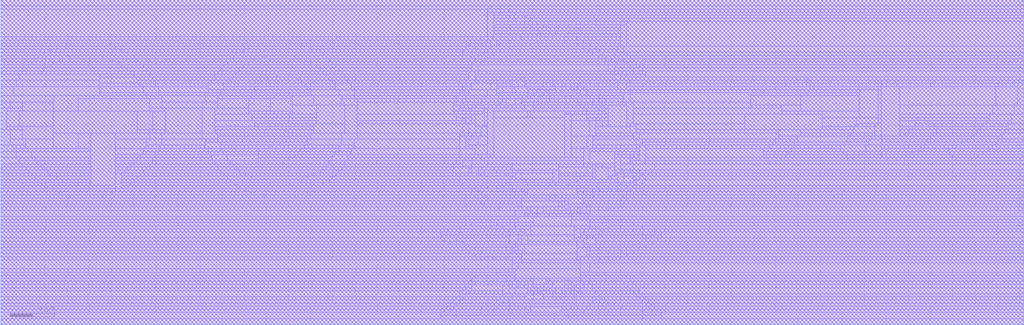
<source format=lef>
VERSION 5.7 ;
  NOWIREEXTENSIONATPIN ON ;
  DIVIDERCHAR "/" ;
  BUSBITCHARS "[]" ;
MACRO tt09ball4_logo
  CLASS BLOCK ;
  FOREIGN tt09ball4_logo ;
  ORIGIN 0.000 0.000 ;
  SIZE 92.400 BY 29.400 ;
  OBS
      LAYER met1 ;
        RECT 0.000 28.840 92.400 29.400 ;
        RECT 0.000 28.560 44.240 28.840 ;
      LAYER met1 ;
        RECT 44.240 28.560 45.080 28.840 ;
      LAYER met1 ;
        RECT 45.080 28.560 92.400 28.840 ;
        RECT 0.000 26.040 43.960 28.560 ;
      LAYER met1 ;
        RECT 43.960 28.280 45.920 28.560 ;
      LAYER met1 ;
        RECT 45.920 28.280 92.400 28.560 ;
      LAYER met1 ;
        RECT 43.960 26.040 44.520 28.280 ;
      LAYER met1 ;
        RECT 44.520 28.000 45.080 28.280 ;
      LAYER met1 ;
        RECT 45.080 28.000 46.480 28.280 ;
      LAYER met1 ;
        RECT 46.480 28.000 92.400 28.280 ;
        RECT 44.520 27.720 45.920 28.000 ;
      LAYER met1 ;
        RECT 45.920 27.720 47.320 28.000 ;
      LAYER met1 ;
        RECT 47.320 27.720 92.400 28.000 ;
        RECT 44.520 27.440 46.480 27.720 ;
      LAYER met1 ;
        RECT 46.480 27.440 47.880 27.720 ;
      LAYER met1 ;
        RECT 47.880 27.440 53.760 27.720 ;
      LAYER met1 ;
        RECT 53.760 27.440 56.280 27.720 ;
      LAYER met1 ;
        RECT 56.280 27.440 92.400 27.720 ;
        RECT 44.520 27.160 47.320 27.440 ;
      LAYER met1 ;
        RECT 47.320 27.160 48.440 27.440 ;
      LAYER met1 ;
        RECT 48.440 27.160 52.360 27.440 ;
      LAYER met1 ;
        RECT 52.360 27.160 56.560 27.440 ;
      LAYER met1 ;
        RECT 44.520 26.880 47.880 27.160 ;
      LAYER met1 ;
        RECT 47.880 26.880 49.000 27.160 ;
      LAYER met1 ;
        RECT 49.000 26.880 49.280 27.160 ;
      LAYER met1 ;
        RECT 49.280 26.880 50.400 27.160 ;
      LAYER met1 ;
        RECT 50.400 26.880 51.240 27.160 ;
      LAYER met1 ;
        RECT 51.240 26.880 53.760 27.160 ;
      LAYER met1 ;
        RECT 53.760 26.880 56.000 27.160 ;
        RECT 44.520 26.600 48.440 26.880 ;
      LAYER met1 ;
        RECT 48.440 26.600 52.360 26.880 ;
      LAYER met1 ;
        RECT 52.360 26.600 56.000 26.880 ;
        RECT 44.520 26.320 48.720 26.600 ;
      LAYER met1 ;
        RECT 48.720 26.320 49.560 26.600 ;
      LAYER met1 ;
        RECT 49.560 26.320 50.120 26.600 ;
      LAYER met1 ;
        RECT 50.120 26.320 51.240 26.600 ;
      LAYER met1 ;
        RECT 51.240 26.320 56.000 26.600 ;
        RECT 44.520 26.040 48.440 26.320 ;
      LAYER met1 ;
        RECT 48.440 26.040 50.960 26.320 ;
      LAYER met1 ;
        RECT 50.960 26.040 56.000 26.320 ;
        RECT 0.000 25.760 43.400 26.040 ;
      LAYER met1 ;
        RECT 43.400 25.760 44.520 26.040 ;
      LAYER met1 ;
        RECT 44.520 25.760 47.040 26.040 ;
      LAYER met1 ;
        RECT 47.040 25.760 52.080 26.040 ;
      LAYER met1 ;
        RECT 52.080 25.760 56.000 26.040 ;
        RECT 0.000 25.480 42.840 25.760 ;
      LAYER met1 ;
        RECT 42.840 25.480 43.960 25.760 ;
      LAYER met1 ;
        RECT 43.960 25.480 44.240 25.760 ;
        RECT 0.000 25.200 5.880 25.480 ;
      LAYER met1 ;
        RECT 5.880 25.200 9.800 25.480 ;
      LAYER met1 ;
        RECT 9.800 25.200 23.240 25.480 ;
      LAYER met1 ;
        RECT 23.240 25.200 27.160 25.480 ;
      LAYER met1 ;
        RECT 27.160 25.200 42.280 25.480 ;
      LAYER met1 ;
        RECT 42.280 25.200 43.400 25.480 ;
      LAYER met1 ;
        RECT 43.400 25.200 44.240 25.480 ;
      LAYER met1 ;
        RECT 44.240 25.200 44.800 25.760 ;
      LAYER met1 ;
        RECT 44.800 25.480 45.920 25.760 ;
      LAYER met1 ;
        RECT 45.920 25.480 48.440 25.760 ;
      LAYER met1 ;
        RECT 48.440 25.480 50.960 25.760 ;
      LAYER met1 ;
        RECT 50.960 25.480 52.640 25.760 ;
      LAYER met1 ;
        RECT 52.640 25.480 56.000 25.760 ;
        RECT 44.800 25.200 45.080 25.480 ;
      LAYER met1 ;
        RECT 45.080 25.200 47.040 25.480 ;
      LAYER met1 ;
        RECT 47.040 25.200 52.080 25.480 ;
      LAYER met1 ;
        RECT 52.080 25.200 53.200 25.480 ;
      LAYER met1 ;
        RECT 53.200 25.200 56.000 25.480 ;
      LAYER met1 ;
        RECT 56.000 25.200 56.560 27.160 ;
      LAYER met1 ;
        RECT 56.560 25.200 92.400 27.440 ;
        RECT 0.000 24.920 5.040 25.200 ;
      LAYER met1 ;
        RECT 5.040 24.920 10.360 25.200 ;
      LAYER met1 ;
        RECT 10.360 24.920 22.400 25.200 ;
      LAYER met1 ;
        RECT 22.400 24.920 28.000 25.200 ;
      LAYER met1 ;
        RECT 28.000 24.920 42.000 25.200 ;
      LAYER met1 ;
        RECT 42.000 24.920 42.840 25.200 ;
      LAYER met1 ;
        RECT 42.840 24.920 44.240 25.200 ;
      LAYER met1 ;
        RECT 44.240 24.920 45.920 25.200 ;
      LAYER met1 ;
        RECT 45.920 24.920 52.640 25.200 ;
      LAYER met1 ;
        RECT 52.640 24.920 53.760 25.200 ;
      LAYER met1 ;
        RECT 53.760 24.920 55.720 25.200 ;
        RECT 0.000 24.640 4.480 24.920 ;
      LAYER met1 ;
        RECT 4.480 24.640 10.920 24.920 ;
      LAYER met1 ;
        RECT 10.920 24.640 21.840 24.920 ;
      LAYER met1 ;
        RECT 21.840 24.640 28.560 24.920 ;
      LAYER met1 ;
        RECT 28.560 24.640 41.720 24.920 ;
      LAYER met1 ;
        RECT 41.720 24.640 42.560 24.920 ;
      LAYER met1 ;
        RECT 42.560 24.640 43.960 24.920 ;
      LAYER met1 ;
        RECT 43.960 24.640 45.080 24.920 ;
      LAYER met1 ;
        RECT 45.080 24.640 53.200 24.920 ;
      LAYER met1 ;
        RECT 53.200 24.640 54.040 24.920 ;
      LAYER met1 ;
        RECT 54.040 24.640 55.720 24.920 ;
      LAYER met1 ;
        RECT 55.720 24.640 56.280 25.200 ;
      LAYER met1 ;
        RECT 56.280 24.640 92.400 25.200 ;
        RECT 0.000 24.360 3.920 24.640 ;
      LAYER met1 ;
        RECT 3.920 24.360 11.480 24.640 ;
      LAYER met1 ;
        RECT 11.480 24.360 21.280 24.640 ;
      LAYER met1 ;
        RECT 21.280 24.360 29.120 24.640 ;
      LAYER met1 ;
        RECT 29.120 24.360 41.720 24.640 ;
      LAYER met1 ;
        RECT 41.720 24.360 43.120 24.640 ;
      LAYER met1 ;
        RECT 43.120 24.360 43.680 24.640 ;
      LAYER met1 ;
        RECT 43.680 24.360 44.520 24.640 ;
      LAYER met1 ;
        RECT 44.520 24.360 53.480 24.640 ;
      LAYER met1 ;
        RECT 53.480 24.360 54.320 24.640 ;
      LAYER met1 ;
        RECT 54.320 24.360 55.440 24.640 ;
      LAYER met1 ;
        RECT 55.440 24.360 56.560 24.640 ;
      LAYER met1 ;
        RECT 56.560 24.360 92.400 24.640 ;
        RECT 0.000 24.080 3.360 24.360 ;
      LAYER met1 ;
        RECT 3.360 24.080 6.160 24.360 ;
      LAYER met1 ;
        RECT 6.160 24.080 9.240 24.360 ;
      LAYER met1 ;
        RECT 9.240 24.080 12.040 24.360 ;
      LAYER met1 ;
        RECT 12.040 24.080 21.000 24.360 ;
      LAYER met1 ;
        RECT 21.000 24.080 23.800 24.360 ;
      LAYER met1 ;
        RECT 23.800 24.080 26.600 24.360 ;
      LAYER met1 ;
        RECT 26.600 24.080 29.400 24.360 ;
      LAYER met1 ;
        RECT 29.400 24.080 42.560 24.360 ;
      LAYER met1 ;
        RECT 42.560 24.080 44.240 24.360 ;
      LAYER met1 ;
        RECT 44.240 24.080 54.040 24.360 ;
      LAYER met1 ;
        RECT 54.040 24.080 54.600 24.360 ;
      LAYER met1 ;
        RECT 54.600 24.080 55.440 24.360 ;
      LAYER met1 ;
        RECT 55.440 24.080 56.840 24.360 ;
      LAYER met1 ;
        RECT 56.840 24.080 92.400 24.360 ;
        RECT 0.000 23.800 3.080 24.080 ;
      LAYER met1 ;
        RECT 3.080 23.800 5.320 24.080 ;
      LAYER met1 ;
        RECT 5.320 23.800 10.080 24.080 ;
      LAYER met1 ;
        RECT 10.080 23.800 12.320 24.080 ;
      LAYER met1 ;
        RECT 12.320 23.800 20.720 24.080 ;
      LAYER met1 ;
        RECT 20.720 23.800 22.960 24.080 ;
      LAYER met1 ;
        RECT 22.960 23.800 27.440 24.080 ;
      LAYER met1 ;
        RECT 27.440 23.800 29.680 24.080 ;
      LAYER met1 ;
        RECT 29.680 23.800 42.840 24.080 ;
      LAYER met1 ;
        RECT 42.840 23.800 43.680 24.080 ;
      LAYER met1 ;
        RECT 43.680 23.800 54.320 24.080 ;
      LAYER met1 ;
        RECT 54.320 23.800 54.880 24.080 ;
      LAYER met1 ;
        RECT 54.880 23.800 55.160 24.080 ;
      LAYER met1 ;
        RECT 55.160 23.800 56.000 24.080 ;
      LAYER met1 ;
        RECT 56.000 23.800 56.280 24.080 ;
      LAYER met1 ;
        RECT 56.280 23.800 57.120 24.080 ;
      LAYER met1 ;
        RECT 57.120 23.800 92.400 24.080 ;
        RECT 0.000 23.520 2.800 23.800 ;
      LAYER met1 ;
        RECT 2.800 23.520 4.760 23.800 ;
      LAYER met1 ;
        RECT 4.760 23.520 10.640 23.800 ;
      LAYER met1 ;
        RECT 10.640 23.520 12.600 23.800 ;
      LAYER met1 ;
        RECT 12.600 23.520 20.440 23.800 ;
      LAYER met1 ;
        RECT 20.440 23.520 22.400 23.800 ;
      LAYER met1 ;
        RECT 22.400 23.520 28.000 23.800 ;
      LAYER met1 ;
        RECT 28.000 23.520 29.960 23.800 ;
      LAYER met1 ;
        RECT 29.960 23.520 42.560 23.800 ;
      LAYER met1 ;
        RECT 42.560 23.520 43.400 23.800 ;
      LAYER met1 ;
        RECT 43.400 23.520 54.600 23.800 ;
      LAYER met1 ;
        RECT 54.600 23.520 55.720 23.800 ;
      LAYER met1 ;
        RECT 55.720 23.520 56.560 23.800 ;
      LAYER met1 ;
        RECT 56.560 23.520 57.400 23.800 ;
      LAYER met1 ;
        RECT 57.400 23.520 92.400 23.800 ;
        RECT 0.000 23.240 2.520 23.520 ;
      LAYER met1 ;
        RECT 2.520 23.240 4.480 23.520 ;
      LAYER met1 ;
        RECT 4.480 23.240 10.920 23.520 ;
      LAYER met1 ;
        RECT 10.920 23.240 12.880 23.520 ;
      LAYER met1 ;
        RECT 12.880 23.240 20.160 23.520 ;
      LAYER met1 ;
        RECT 20.160 23.240 21.840 23.520 ;
      LAYER met1 ;
        RECT 21.840 23.240 28.560 23.520 ;
      LAYER met1 ;
        RECT 28.560 23.240 30.240 23.520 ;
      LAYER met1 ;
        RECT 30.240 23.240 42.560 23.520 ;
        RECT 0.000 22.960 2.240 23.240 ;
      LAYER met1 ;
        RECT 2.240 22.960 3.920 23.240 ;
      LAYER met1 ;
        RECT 3.920 22.960 11.480 23.240 ;
      LAYER met1 ;
        RECT 11.480 22.960 13.160 23.240 ;
      LAYER met1 ;
        RECT 13.160 22.960 19.880 23.240 ;
      LAYER met1 ;
        RECT 19.880 22.960 21.560 23.240 ;
      LAYER met1 ;
        RECT 21.560 22.960 28.840 23.240 ;
      LAYER met1 ;
        RECT 28.840 22.960 30.520 23.240 ;
      LAYER met1 ;
        RECT 30.520 22.960 42.560 23.240 ;
      LAYER met1 ;
        RECT 42.560 22.960 43.120 23.520 ;
      LAYER met1 ;
        RECT 43.120 22.960 54.880 23.520 ;
      LAYER met1 ;
        RECT 54.880 22.960 55.440 23.520 ;
      LAYER met1 ;
        RECT 55.440 23.240 56.840 23.520 ;
      LAYER met1 ;
        RECT 56.840 23.240 57.680 23.520 ;
      LAYER met1 ;
        RECT 57.680 23.240 92.400 23.520 ;
        RECT 55.440 22.960 57.120 23.240 ;
      LAYER met1 ;
        RECT 57.120 22.960 57.960 23.240 ;
      LAYER met1 ;
        RECT 57.960 22.960 92.400 23.240 ;
        RECT 0.000 22.680 1.960 22.960 ;
      LAYER met1 ;
        RECT 1.960 22.680 3.640 22.960 ;
      LAYER met1 ;
        RECT 3.640 22.680 11.760 22.960 ;
      LAYER met1 ;
        RECT 11.760 22.680 13.440 22.960 ;
      LAYER met1 ;
        RECT 13.440 22.680 19.600 22.960 ;
      LAYER met1 ;
        RECT 19.600 22.680 21.280 22.960 ;
      LAYER met1 ;
        RECT 21.280 22.680 29.120 22.960 ;
      LAYER met1 ;
        RECT 29.120 22.680 30.800 22.960 ;
      LAYER met1 ;
        RECT 30.800 22.680 42.280 22.960 ;
        RECT 0.000 22.120 1.680 22.680 ;
      LAYER met1 ;
        RECT 1.680 22.120 8.960 22.680 ;
      LAYER met1 ;
        RECT 8.960 22.400 12.040 22.680 ;
      LAYER met1 ;
        RECT 12.040 22.400 13.440 22.680 ;
      LAYER met1 ;
        RECT 13.440 22.400 19.320 22.680 ;
      LAYER met1 ;
        RECT 19.320 22.400 21.000 22.680 ;
      LAYER met1 ;
        RECT 21.000 22.400 24.920 22.680 ;
      LAYER met1 ;
        RECT 24.920 22.400 26.040 22.680 ;
      LAYER met1 ;
        RECT 26.040 22.400 29.400 22.680 ;
      LAYER met1 ;
        RECT 29.400 22.400 31.080 22.680 ;
      LAYER met1 ;
        RECT 31.080 22.400 42.280 22.680 ;
        RECT 0.000 21.560 1.400 22.120 ;
      LAYER met1 ;
        RECT 1.400 21.560 8.960 22.120 ;
      LAYER met1 ;
        RECT 8.960 21.840 12.320 22.400 ;
      LAYER met1 ;
        RECT 12.320 22.120 13.720 22.400 ;
      LAYER met1 ;
        RECT 13.720 22.120 19.320 22.400 ;
      LAYER met1 ;
        RECT 19.320 22.120 20.720 22.400 ;
      LAYER met1 ;
        RECT 20.720 22.120 24.080 22.400 ;
      LAYER met1 ;
        RECT 24.080 22.120 26.880 22.400 ;
      LAYER met1 ;
        RECT 26.880 22.120 29.680 22.400 ;
      LAYER met1 ;
        RECT 29.680 22.120 31.360 22.400 ;
      LAYER met1 ;
        RECT 31.360 22.120 42.280 22.400 ;
      LAYER met1 ;
        RECT 42.280 22.120 42.840 22.960 ;
      LAYER met1 ;
        RECT 42.840 22.680 55.160 22.960 ;
      LAYER met1 ;
        RECT 55.160 22.680 55.720 22.960 ;
      LAYER met1 ;
        RECT 55.720 22.680 57.120 22.960 ;
      LAYER met1 ;
        RECT 57.120 22.680 58.240 22.960 ;
      LAYER met1 ;
        RECT 42.840 22.400 55.440 22.680 ;
        RECT 42.840 22.120 47.040 22.400 ;
      LAYER met1 ;
        RECT 47.040 22.120 47.320 22.400 ;
      LAYER met1 ;
        RECT 47.320 22.120 55.440 22.400 ;
      LAYER met1 ;
        RECT 55.440 22.120 56.000 22.680 ;
      LAYER met1 ;
        RECT 56.000 22.400 56.560 22.680 ;
      LAYER met1 ;
        RECT 56.560 22.400 58.240 22.680 ;
      LAYER met1 ;
        RECT 58.240 22.400 92.400 22.960 ;
        RECT 56.000 22.120 56.280 22.400 ;
      LAYER met1 ;
        RECT 56.280 22.120 57.400 22.400 ;
      LAYER met1 ;
        RECT 57.400 22.120 71.960 22.400 ;
      LAYER met1 ;
        RECT 71.960 22.120 72.800 22.400 ;
      LAYER met1 ;
        RECT 72.800 22.120 92.400 22.400 ;
      LAYER met1 ;
        RECT 12.320 21.840 14.000 22.120 ;
      LAYER met1 ;
        RECT 14.000 21.840 19.040 22.120 ;
      LAYER met1 ;
        RECT 19.040 21.840 20.440 22.120 ;
      LAYER met1 ;
        RECT 20.440 21.840 23.520 22.120 ;
      LAYER met1 ;
        RECT 23.520 21.840 27.160 22.120 ;
      LAYER met1 ;
        RECT 27.160 21.840 29.960 22.120 ;
      LAYER met1 ;
        RECT 29.960 21.840 31.360 22.120 ;
      LAYER met1 ;
        RECT 31.360 21.840 42.000 22.120 ;
      LAYER met1 ;
        RECT 42.000 21.840 42.840 22.120 ;
      LAYER met1 ;
        RECT 42.840 21.840 44.520 22.120 ;
      LAYER met1 ;
        RECT 44.520 21.840 44.800 22.120 ;
      LAYER met1 ;
        RECT 44.800 21.840 45.920 22.120 ;
      LAYER met1 ;
        RECT 45.920 21.840 46.200 22.120 ;
      LAYER met1 ;
        RECT 8.960 21.560 12.600 21.840 ;
      LAYER met1 ;
        RECT 12.600 21.560 14.000 21.840 ;
      LAYER met1 ;
        RECT 14.000 21.560 18.760 21.840 ;
        RECT 0.000 20.720 1.120 21.560 ;
      LAYER met1 ;
        RECT 1.120 20.720 8.960 21.560 ;
      LAYER met1 ;
        RECT 8.960 21.000 12.880 21.560 ;
      LAYER met1 ;
        RECT 12.880 21.000 14.280 21.560 ;
      LAYER met1 ;
        RECT 14.280 21.000 18.760 21.560 ;
      LAYER met1 ;
        RECT 18.760 21.280 20.160 21.840 ;
      LAYER met1 ;
        RECT 20.160 21.560 23.240 21.840 ;
      LAYER met1 ;
        RECT 23.240 21.560 27.440 21.840 ;
      LAYER met1 ;
        RECT 27.440 21.560 30.240 21.840 ;
        RECT 20.160 21.280 22.960 21.560 ;
      LAYER met1 ;
        RECT 22.960 21.280 27.720 21.560 ;
      LAYER met1 ;
        RECT 27.720 21.280 30.240 21.560 ;
      LAYER met1 ;
        RECT 30.240 21.280 31.640 21.840 ;
      LAYER met1 ;
        RECT 31.640 21.560 42.000 21.840 ;
      LAYER met1 ;
        RECT 42.000 21.560 42.560 21.840 ;
      LAYER met1 ;
        RECT 31.640 21.280 41.720 21.560 ;
      LAYER met1 ;
        RECT 41.720 21.280 42.560 21.560 ;
      LAYER met1 ;
        RECT 42.560 21.280 44.240 21.840 ;
      LAYER met1 ;
        RECT 44.240 21.280 44.800 21.840 ;
      LAYER met1 ;
        RECT 44.800 21.560 45.640 21.840 ;
      LAYER met1 ;
        RECT 45.640 21.560 46.200 21.840 ;
      LAYER met1 ;
        RECT 46.200 21.560 46.760 22.120 ;
      LAYER met1 ;
        RECT 46.760 21.560 47.320 22.120 ;
      LAYER met1 ;
        RECT 47.320 21.840 49.280 22.120 ;
      LAYER met1 ;
        RECT 49.280 21.840 49.840 22.120 ;
      LAYER met1 ;
        RECT 49.840 21.840 55.720 22.120 ;
      LAYER met1 ;
        RECT 55.720 21.840 56.840 22.120 ;
      LAYER met1 ;
        RECT 56.840 21.840 71.680 22.120 ;
      LAYER met1 ;
        RECT 71.680 21.840 72.800 22.120 ;
      LAYER met1 ;
        RECT 72.800 21.840 79.520 22.120 ;
      LAYER met1 ;
        RECT 79.520 21.840 80.080 22.120 ;
      LAYER met1 ;
        RECT 80.080 21.840 91.000 22.120 ;
      LAYER met1 ;
        RECT 91.000 21.840 91.560 22.120 ;
      LAYER met1 ;
        RECT 91.560 21.840 92.400 22.120 ;
        RECT 47.320 21.560 49.000 21.840 ;
      LAYER met1 ;
        RECT 49.000 21.560 49.840 21.840 ;
      LAYER met1 ;
        RECT 49.840 21.560 50.680 21.840 ;
      LAYER met1 ;
        RECT 50.680 21.560 50.960 21.840 ;
      LAYER met1 ;
        RECT 50.960 21.560 52.080 21.840 ;
      LAYER met1 ;
        RECT 52.080 21.560 52.360 21.840 ;
      LAYER met1 ;
        RECT 52.360 21.560 55.720 21.840 ;
      LAYER met1 ;
        RECT 18.760 21.000 19.880 21.280 ;
      LAYER met1 ;
        RECT 19.880 21.000 22.960 21.280 ;
      LAYER met1 ;
        RECT 22.960 21.000 28.000 21.280 ;
      LAYER met1 ;
        RECT 8.960 20.720 13.160 21.000 ;
      LAYER met1 ;
        RECT 13.160 20.720 14.280 21.000 ;
      LAYER met1 ;
        RECT 14.280 20.720 18.480 21.000 ;
      LAYER met1 ;
        RECT 18.480 20.720 19.880 21.000 ;
      LAYER met1 ;
        RECT 19.880 20.720 22.680 21.000 ;
      LAYER met1 ;
        RECT 22.680 20.720 24.920 21.000 ;
      LAYER met1 ;
        RECT 24.920 20.720 26.040 21.000 ;
      LAYER met1 ;
        RECT 26.040 20.720 28.000 21.000 ;
      LAYER met1 ;
        RECT 28.000 20.720 30.520 21.280 ;
      LAYER met1 ;
        RECT 30.520 20.720 31.920 21.280 ;
      LAYER met1 ;
        RECT 31.920 21.000 41.720 21.280 ;
      LAYER met1 ;
        RECT 41.720 21.000 42.280 21.280 ;
      LAYER met1 ;
        RECT 31.920 20.720 41.440 21.000 ;
      LAYER met1 ;
        RECT 41.440 20.720 42.280 21.000 ;
      LAYER met1 ;
        RECT 42.280 20.720 43.960 21.280 ;
      LAYER met1 ;
        RECT 43.960 20.720 44.800 21.280 ;
      LAYER met1 ;
        RECT 44.800 21.000 45.360 21.560 ;
      LAYER met1 ;
        RECT 45.360 21.000 46.200 21.560 ;
      LAYER met1 ;
        RECT 46.200 21.000 46.480 21.560 ;
      LAYER met1 ;
        RECT 46.480 21.000 47.600 21.560 ;
      LAYER met1 ;
        RECT 47.600 21.280 48.720 21.560 ;
      LAYER met1 ;
        RECT 48.720 21.280 50.120 21.560 ;
      LAYER met1 ;
        RECT 47.600 21.000 48.440 21.280 ;
      LAYER met1 ;
        RECT 48.440 21.000 49.280 21.280 ;
      LAYER met1 ;
        RECT 49.280 21.000 49.560 21.280 ;
      LAYER met1 ;
        RECT 49.560 21.000 50.120 21.280 ;
      LAYER met1 ;
        RECT 50.120 21.000 50.680 21.560 ;
      LAYER met1 ;
        RECT 50.680 21.280 51.520 21.560 ;
      LAYER met1 ;
        RECT 51.520 21.280 52.080 21.560 ;
      LAYER met1 ;
        RECT 52.080 21.280 52.640 21.560 ;
      LAYER met1 ;
        RECT 52.640 21.280 55.720 21.560 ;
      LAYER met1 ;
        RECT 55.720 21.280 56.560 21.840 ;
      LAYER met1 ;
        RECT 56.560 21.560 70.840 21.840 ;
      LAYER met1 ;
        RECT 70.840 21.560 73.080 21.840 ;
      LAYER met1 ;
        RECT 73.080 21.560 79.520 21.840 ;
      LAYER met1 ;
        RECT 79.520 21.560 80.920 21.840 ;
      LAYER met1 ;
        RECT 80.920 21.560 90.160 21.840 ;
      LAYER met1 ;
        RECT 90.160 21.560 91.840 21.840 ;
      LAYER met1 ;
        RECT 56.560 21.280 70.000 21.560 ;
      LAYER met1 ;
        RECT 70.000 21.280 73.360 21.560 ;
      LAYER met1 ;
        RECT 73.360 21.280 77.560 21.560 ;
      LAYER met1 ;
        RECT 77.560 21.280 78.400 21.560 ;
      LAYER met1 ;
        RECT 78.400 21.280 79.520 21.560 ;
      LAYER met1 ;
        RECT 50.680 21.000 51.800 21.280 ;
      LAYER met1 ;
        RECT 51.800 21.000 52.360 21.280 ;
        RECT 44.800 20.720 45.080 21.000 ;
      LAYER met1 ;
        RECT 45.080 20.720 47.600 21.000 ;
      LAYER met1 ;
        RECT 47.600 20.720 48.160 21.000 ;
      LAYER met1 ;
        RECT 48.160 20.720 49.000 21.000 ;
      LAYER met1 ;
        RECT 49.000 20.720 49.560 21.000 ;
      LAYER met1 ;
        RECT 49.560 20.720 52.080 21.000 ;
      LAYER met1 ;
        RECT 52.080 20.720 52.360 21.000 ;
      LAYER met1 ;
        RECT 52.360 20.720 52.920 21.280 ;
      LAYER met1 ;
        RECT 52.920 21.000 56.000 21.280 ;
      LAYER met1 ;
        RECT 56.000 21.000 56.840 21.280 ;
      LAYER met1 ;
        RECT 56.840 21.000 68.880 21.280 ;
      LAYER met1 ;
        RECT 68.880 21.000 73.080 21.280 ;
      LAYER met1 ;
        RECT 73.080 21.000 77.560 21.280 ;
        RECT 52.920 20.720 56.280 21.000 ;
        RECT 0.000 20.160 4.760 20.720 ;
        RECT 0.000 19.600 0.840 20.160 ;
      LAYER met1 ;
        RECT 0.840 19.600 1.960 20.160 ;
      LAYER met1 ;
        RECT 0.000 17.640 0.560 19.600 ;
      LAYER met1 ;
        RECT 0.560 19.320 1.960 19.600 ;
      LAYER met1 ;
        RECT 1.960 19.320 4.760 20.160 ;
      LAYER met1 ;
        RECT 4.760 19.320 7.000 20.720 ;
      LAYER met1 ;
        RECT 7.000 20.440 13.160 20.720 ;
      LAYER met1 ;
        RECT 13.160 20.440 14.560 20.720 ;
      LAYER met1 ;
        RECT 7.000 19.320 13.440 20.440 ;
      LAYER met1 ;
        RECT 13.440 19.600 14.560 20.440 ;
      LAYER met1 ;
        RECT 14.560 20.160 18.480 20.720 ;
      LAYER met1 ;
        RECT 18.480 20.160 19.600 20.720 ;
      LAYER met1 ;
        RECT 19.600 20.440 22.680 20.720 ;
      LAYER met1 ;
        RECT 22.680 20.440 24.640 20.720 ;
      LAYER met1 ;
        RECT 24.640 20.440 26.320 20.720 ;
        RECT 14.560 19.600 18.200 20.160 ;
      LAYER met1 ;
        RECT 18.200 19.600 19.600 20.160 ;
      LAYER met1 ;
        RECT 19.600 19.600 22.400 20.440 ;
      LAYER met1 ;
        RECT 13.440 19.320 14.840 19.600 ;
        RECT 0.560 17.920 1.680 19.320 ;
      LAYER met1 ;
        RECT 1.680 17.920 4.760 19.320 ;
      LAYER met1 ;
        RECT 0.560 17.640 1.960 17.920 ;
      LAYER met1 ;
        RECT 0.000 16.240 0.840 17.640 ;
      LAYER met1 ;
        RECT 0.840 16.800 1.960 17.640 ;
      LAYER met1 ;
        RECT 1.960 16.800 4.760 17.920 ;
      LAYER met1 ;
        RECT 4.760 17.360 12.320 19.320 ;
      LAYER met1 ;
        RECT 12.320 17.640 13.720 19.320 ;
      LAYER met1 ;
        RECT 13.720 17.640 14.840 19.320 ;
      LAYER met1 ;
        RECT 12.320 17.360 13.440 17.640 ;
      LAYER met1 ;
        RECT 13.440 17.360 14.840 17.640 ;
      LAYER met1 ;
        RECT 14.840 17.360 18.200 19.600 ;
      LAYER met1 ;
        RECT 18.200 17.360 19.320 19.600 ;
      LAYER met1 ;
        RECT 19.320 19.040 22.400 19.600 ;
      LAYER met1 ;
        RECT 22.400 19.320 24.360 20.440 ;
      LAYER met1 ;
        RECT 24.360 19.320 26.320 20.440 ;
      LAYER met1 ;
        RECT 26.320 19.880 28.280 20.720 ;
      LAYER met1 ;
        RECT 28.280 19.880 30.800 20.720 ;
      LAYER met1 ;
        RECT 30.800 20.440 31.920 20.720 ;
      LAYER met1 ;
        RECT 31.920 20.440 41.160 20.720 ;
      LAYER met1 ;
        RECT 41.160 20.440 42.000 20.720 ;
      LAYER met1 ;
        RECT 42.000 20.440 43.680 20.720 ;
      LAYER met1 ;
        RECT 43.680 20.440 46.760 20.720 ;
      LAYER met1 ;
        RECT 46.760 20.440 47.040 20.720 ;
      LAYER met1 ;
        RECT 47.040 20.440 47.600 20.720 ;
      LAYER met1 ;
        RECT 47.600 20.440 47.880 20.720 ;
      LAYER met1 ;
        RECT 47.880 20.440 48.720 20.720 ;
      LAYER met1 ;
        RECT 48.720 20.440 49.560 20.720 ;
      LAYER met1 ;
        RECT 49.560 20.440 50.960 20.720 ;
      LAYER met1 ;
        RECT 50.960 20.440 51.520 20.720 ;
      LAYER met1 ;
        RECT 51.520 20.440 53.200 20.720 ;
      LAYER met1 ;
        RECT 53.200 20.440 54.040 20.720 ;
      LAYER met1 ;
        RECT 54.040 20.440 54.320 20.720 ;
      LAYER met1 ;
        RECT 54.320 20.440 56.280 20.720 ;
      LAYER met1 ;
        RECT 30.800 19.880 32.200 20.440 ;
      LAYER met1 ;
        RECT 32.200 20.160 41.160 20.440 ;
      LAYER met1 ;
        RECT 41.160 20.160 41.720 20.440 ;
      LAYER met1 ;
        RECT 41.720 20.160 43.400 20.440 ;
      LAYER met1 ;
        RECT 43.400 20.160 45.360 20.440 ;
      LAYER met1 ;
        RECT 45.360 20.160 45.640 20.440 ;
      LAYER met1 ;
        RECT 22.400 19.040 24.640 19.320 ;
      LAYER met1 ;
        RECT 24.640 19.040 26.320 19.320 ;
      LAYER met1 ;
        RECT 26.320 19.040 28.560 19.880 ;
      LAYER met1 ;
        RECT 19.320 18.480 22.680 19.040 ;
      LAYER met1 ;
        RECT 22.680 18.760 24.920 19.040 ;
      LAYER met1 ;
        RECT 24.920 18.760 26.040 19.040 ;
      LAYER met1 ;
        RECT 26.040 18.760 28.560 19.040 ;
        RECT 22.680 18.480 28.560 18.760 ;
      LAYER met1 ;
        RECT 19.320 17.920 22.960 18.480 ;
      LAYER met1 ;
        RECT 22.960 18.200 28.560 18.480 ;
      LAYER met1 ;
        RECT 28.560 18.200 31.080 19.880 ;
      LAYER met1 ;
        RECT 22.960 17.920 28.280 18.200 ;
      LAYER met1 ;
        RECT 19.320 17.640 23.240 17.920 ;
      LAYER met1 ;
        RECT 23.240 17.640 28.280 17.920 ;
      LAYER met1 ;
        RECT 19.320 17.360 23.800 17.640 ;
      LAYER met1 ;
        RECT 23.800 17.360 25.760 17.640 ;
      LAYER met1 ;
        RECT 25.760 17.360 26.320 17.640 ;
      LAYER met1 ;
        RECT 26.320 17.360 28.280 17.640 ;
      LAYER met1 ;
        RECT 28.280 17.360 31.080 18.200 ;
      LAYER met1 ;
        RECT 31.080 17.360 32.200 19.880 ;
      LAYER met1 ;
        RECT 32.200 19.040 40.880 20.160 ;
      LAYER met1 ;
        RECT 40.880 19.880 41.720 20.160 ;
      LAYER met1 ;
        RECT 41.720 19.880 43.120 20.160 ;
      LAYER met1 ;
        RECT 43.120 19.880 45.080 20.160 ;
      LAYER met1 ;
        RECT 45.080 19.880 45.640 20.160 ;
      LAYER met1 ;
        RECT 45.640 19.880 46.480 20.440 ;
      LAYER met1 ;
        RECT 46.480 19.880 47.040 20.440 ;
      LAYER met1 ;
        RECT 47.040 20.160 48.440 20.440 ;
      LAYER met1 ;
        RECT 48.440 20.160 49.560 20.440 ;
      LAYER met1 ;
        RECT 49.560 20.160 50.400 20.440 ;
      LAYER met1 ;
        RECT 50.400 20.160 52.080 20.440 ;
      LAYER met1 ;
        RECT 52.080 20.160 53.480 20.440 ;
      LAYER met1 ;
        RECT 53.480 20.160 54.040 20.440 ;
      LAYER met1 ;
        RECT 54.040 20.160 54.600 20.440 ;
      LAYER met1 ;
        RECT 54.600 20.160 56.280 20.440 ;
      LAYER met1 ;
        RECT 56.280 20.160 56.840 21.000 ;
      LAYER met1 ;
        RECT 56.840 20.160 67.760 21.000 ;
      LAYER met1 ;
        RECT 67.760 20.720 72.800 21.000 ;
      LAYER met1 ;
        RECT 72.800 20.720 77.560 21.000 ;
      LAYER met1 ;
        RECT 47.040 19.880 48.160 20.160 ;
      LAYER met1 ;
        RECT 48.160 19.880 52.360 20.160 ;
      LAYER met1 ;
        RECT 52.360 19.880 53.480 20.160 ;
      LAYER met1 ;
        RECT 53.480 19.880 54.320 20.160 ;
      LAYER met1 ;
        RECT 54.320 19.880 54.600 20.160 ;
      LAYER met1 ;
        RECT 54.600 19.880 56.560 20.160 ;
      LAYER met1 ;
        RECT 40.880 19.320 41.440 19.880 ;
      LAYER met1 ;
        RECT 41.440 19.600 42.840 19.880 ;
      LAYER met1 ;
        RECT 42.840 19.600 44.800 19.880 ;
      LAYER met1 ;
        RECT 44.800 19.600 45.640 19.880 ;
      LAYER met1 ;
        RECT 45.640 19.600 46.200 19.880 ;
      LAYER met1 ;
        RECT 46.200 19.600 47.320 19.880 ;
        RECT 41.440 19.320 41.720 19.600 ;
      LAYER met1 ;
        RECT 41.720 19.320 42.280 19.600 ;
      LAYER met1 ;
        RECT 42.280 19.320 42.560 19.600 ;
      LAYER met1 ;
        RECT 42.560 19.320 43.680 19.600 ;
        RECT 40.880 19.040 43.680 19.320 ;
      LAYER met1 ;
        RECT 32.200 18.480 41.160 19.040 ;
      LAYER met1 ;
        RECT 41.160 18.760 42.560 19.040 ;
        RECT 41.160 18.480 41.720 18.760 ;
      LAYER met1 ;
        RECT 41.720 18.480 42.000 18.760 ;
        RECT 32.200 18.200 42.000 18.480 ;
      LAYER met1 ;
        RECT 42.000 18.200 42.560 18.760 ;
      LAYER met1 ;
        RECT 42.560 18.200 42.840 19.040 ;
        RECT 32.200 17.360 41.720 18.200 ;
      LAYER met1 ;
        RECT 41.720 17.360 42.280 18.200 ;
      LAYER met1 ;
        RECT 42.280 17.360 42.840 18.200 ;
      LAYER met1 ;
        RECT 42.840 17.920 43.680 19.040 ;
      LAYER met1 ;
        RECT 43.680 17.920 43.960 19.600 ;
      LAYER met1 ;
        RECT 42.840 17.360 43.400 17.920 ;
        RECT 0.840 16.240 2.240 16.800 ;
      LAYER met1 ;
        RECT 0.000 15.680 1.120 16.240 ;
      LAYER met1 ;
        RECT 1.120 15.960 2.240 16.240 ;
      LAYER met1 ;
        RECT 2.240 15.960 4.760 16.800 ;
      LAYER met1 ;
        RECT 4.760 15.960 7.000 17.360 ;
      LAYER met1 ;
        RECT 7.000 15.960 8.120 17.360 ;
      LAYER met1 ;
        RECT 1.120 15.680 2.520 15.960 ;
      LAYER met1 ;
        RECT 2.520 15.680 8.120 15.960 ;
        RECT 0.000 15.120 1.400 15.680 ;
      LAYER met1 ;
        RECT 1.400 15.120 2.800 15.680 ;
      LAYER met1 ;
        RECT 2.800 15.120 8.120 15.680 ;
        RECT 0.000 14.560 1.680 15.120 ;
      LAYER met1 ;
        RECT 1.680 14.840 3.080 15.120 ;
      LAYER met1 ;
        RECT 3.080 14.840 8.120 15.120 ;
      LAYER met1 ;
        RECT 1.680 14.560 3.360 14.840 ;
      LAYER met1 ;
        RECT 3.360 14.560 8.120 14.840 ;
        RECT 0.000 14.280 1.960 14.560 ;
      LAYER met1 ;
        RECT 1.960 14.280 3.640 14.560 ;
      LAYER met1 ;
        RECT 3.640 14.280 8.120 14.560 ;
        RECT 0.000 14.000 2.240 14.280 ;
      LAYER met1 ;
        RECT 2.240 14.000 3.920 14.280 ;
      LAYER met1 ;
        RECT 3.920 14.000 8.120 14.280 ;
        RECT 0.000 13.720 2.520 14.000 ;
      LAYER met1 ;
        RECT 2.520 13.720 4.200 14.000 ;
      LAYER met1 ;
        RECT 4.200 13.720 8.120 14.000 ;
        RECT 0.000 13.440 2.800 13.720 ;
      LAYER met1 ;
        RECT 2.800 13.440 4.480 13.720 ;
      LAYER met1 ;
        RECT 4.480 13.440 8.120 13.720 ;
        RECT 0.000 13.160 3.080 13.440 ;
      LAYER met1 ;
        RECT 3.080 13.160 5.040 13.440 ;
      LAYER met1 ;
        RECT 5.040 13.160 8.120 13.440 ;
        RECT 0.000 12.880 3.360 13.160 ;
      LAYER met1 ;
        RECT 3.360 12.880 5.600 13.160 ;
      LAYER met1 ;
        RECT 5.600 12.880 8.120 13.160 ;
        RECT 0.000 12.600 3.640 12.880 ;
      LAYER met1 ;
        RECT 3.640 12.600 7.000 12.880 ;
      LAYER met1 ;
        RECT 7.000 12.600 8.120 12.880 ;
      LAYER met1 ;
        RECT 8.120 12.600 10.360 17.360 ;
      LAYER met1 ;
        RECT 10.360 16.800 13.440 17.360 ;
      LAYER met1 ;
        RECT 13.440 16.800 14.560 17.360 ;
      LAYER met1 ;
        RECT 14.560 16.800 18.200 17.360 ;
      LAYER met1 ;
        RECT 18.200 16.800 19.600 17.360 ;
      LAYER met1 ;
        RECT 19.600 17.080 26.320 17.360 ;
      LAYER met1 ;
        RECT 26.320 17.080 28.000 17.360 ;
      LAYER met1 ;
        RECT 19.600 16.800 26.040 17.080 ;
      LAYER met1 ;
        RECT 26.040 16.800 28.000 17.080 ;
      LAYER met1 ;
        RECT 28.000 16.800 30.800 17.360 ;
      LAYER met1 ;
        RECT 30.800 16.800 32.200 17.360 ;
      LAYER met1 ;
        RECT 32.200 16.800 41.440 17.360 ;
      LAYER met1 ;
        RECT 41.440 17.080 42.280 17.360 ;
      LAYER met1 ;
        RECT 42.280 17.080 42.560 17.360 ;
      LAYER met1 ;
        RECT 42.560 17.080 43.400 17.360 ;
      LAYER met1 ;
        RECT 43.400 17.080 43.960 17.920 ;
        RECT 10.360 15.960 13.160 16.800 ;
      LAYER met1 ;
        RECT 13.160 16.240 14.560 16.800 ;
      LAYER met1 ;
        RECT 14.560 16.240 18.480 16.800 ;
      LAYER met1 ;
        RECT 18.480 16.520 19.600 16.800 ;
      LAYER met1 ;
        RECT 19.600 16.520 25.760 16.800 ;
      LAYER met1 ;
        RECT 25.760 16.520 27.720 16.800 ;
        RECT 13.160 15.960 14.280 16.240 ;
      LAYER met1 ;
        RECT 14.280 15.960 18.480 16.240 ;
      LAYER met1 ;
        RECT 18.480 15.960 19.880 16.520 ;
      LAYER met1 ;
        RECT 19.880 16.240 25.200 16.520 ;
      LAYER met1 ;
        RECT 25.200 16.240 27.720 16.520 ;
      LAYER met1 ;
        RECT 27.720 16.240 30.800 16.800 ;
      LAYER met1 ;
        RECT 30.800 16.240 31.920 16.800 ;
      LAYER met1 ;
        RECT 19.880 15.960 24.360 16.240 ;
      LAYER met1 ;
        RECT 24.360 15.960 27.440 16.240 ;
      LAYER met1 ;
        RECT 27.440 15.960 30.520 16.240 ;
      LAYER met1 ;
        RECT 30.520 15.960 31.920 16.240 ;
      LAYER met1 ;
        RECT 31.920 15.960 41.440 16.800 ;
      LAYER met1 ;
        RECT 41.440 15.960 42.000 17.080 ;
      LAYER met1 ;
        RECT 42.000 16.800 42.560 17.080 ;
      LAYER met1 ;
        RECT 42.560 16.800 43.120 17.080 ;
      LAYER met1 ;
        RECT 42.000 15.960 42.280 16.800 ;
      LAYER met1 ;
        RECT 42.280 16.240 43.120 16.800 ;
      LAYER met1 ;
        RECT 43.120 16.240 43.960 17.080 ;
      LAYER met1 ;
        RECT 42.280 15.960 42.840 16.240 ;
      LAYER met1 ;
        RECT 10.360 15.400 12.880 15.960 ;
      LAYER met1 ;
        RECT 12.880 15.680 14.280 15.960 ;
      LAYER met1 ;
        RECT 14.280 15.680 18.760 15.960 ;
      LAYER met1 ;
        RECT 18.760 15.680 19.880 15.960 ;
      LAYER met1 ;
        RECT 19.880 15.680 23.240 15.960 ;
      LAYER met1 ;
        RECT 23.240 15.680 27.160 15.960 ;
      LAYER met1 ;
        RECT 27.160 15.680 30.520 15.960 ;
      LAYER met1 ;
        RECT 30.520 15.680 31.640 15.960 ;
        RECT 12.880 15.400 14.000 15.680 ;
      LAYER met1 ;
        RECT 14.000 15.400 18.760 15.680 ;
      LAYER met1 ;
        RECT 18.760 15.400 20.160 15.680 ;
      LAYER met1 ;
        RECT 20.160 15.400 23.240 15.680 ;
      LAYER met1 ;
        RECT 23.240 15.400 26.880 15.680 ;
      LAYER met1 ;
        RECT 26.880 15.400 30.240 15.680 ;
      LAYER met1 ;
        RECT 30.240 15.400 31.640 15.680 ;
      LAYER met1 ;
        RECT 31.640 15.400 41.440 15.960 ;
      LAYER met1 ;
        RECT 41.440 15.400 42.840 15.960 ;
      LAYER met1 ;
        RECT 42.840 15.400 43.960 16.240 ;
      LAYER met1 ;
        RECT 43.960 15.400 44.520 19.600 ;
      LAYER met1 ;
        RECT 44.520 19.320 47.320 19.600 ;
      LAYER met1 ;
        RECT 47.320 19.320 48.160 19.880 ;
      LAYER met1 ;
        RECT 48.160 19.600 52.640 19.880 ;
      LAYER met1 ;
        RECT 52.640 19.600 53.760 19.880 ;
      LAYER met1 ;
        RECT 53.760 19.600 54.320 19.880 ;
      LAYER met1 ;
        RECT 54.320 19.600 54.880 19.880 ;
      LAYER met1 ;
        RECT 48.160 19.320 52.920 19.600 ;
      LAYER met1 ;
        RECT 52.920 19.320 54.040 19.600 ;
      LAYER met1 ;
        RECT 54.040 19.320 54.600 19.600 ;
        RECT 44.520 18.760 47.600 19.320 ;
      LAYER met1 ;
        RECT 47.600 18.760 47.880 19.320 ;
      LAYER met1 ;
        RECT 47.880 18.760 50.960 19.320 ;
      LAYER met1 ;
        RECT 50.960 19.040 51.240 19.320 ;
      LAYER met1 ;
        RECT 51.240 19.040 52.920 19.320 ;
      LAYER met1 ;
        RECT 52.920 19.040 54.320 19.320 ;
      LAYER met1 ;
        RECT 54.320 19.040 54.600 19.320 ;
      LAYER met1 ;
        RECT 54.600 19.040 54.880 19.600 ;
      LAYER met1 ;
        RECT 10.360 15.120 12.600 15.400 ;
      LAYER met1 ;
        RECT 12.600 15.120 14.000 15.400 ;
      LAYER met1 ;
        RECT 14.000 15.120 19.040 15.400 ;
        RECT 10.360 14.840 12.320 15.120 ;
      LAYER met1 ;
        RECT 12.320 14.840 13.720 15.120 ;
      LAYER met1 ;
        RECT 13.720 14.840 19.040 15.120 ;
      LAYER met1 ;
        RECT 19.040 14.840 20.440 15.400 ;
      LAYER met1 ;
        RECT 20.440 14.840 23.240 15.400 ;
      LAYER met1 ;
        RECT 23.240 15.120 26.600 15.400 ;
      LAYER met1 ;
        RECT 26.600 15.120 29.960 15.400 ;
      LAYER met1 ;
        RECT 23.240 14.840 26.040 15.120 ;
      LAYER met1 ;
        RECT 26.040 14.840 29.960 15.120 ;
      LAYER met1 ;
        RECT 29.960 14.840 31.360 15.400 ;
      LAYER met1 ;
        RECT 31.360 15.120 41.440 15.400 ;
      LAYER met1 ;
        RECT 41.440 15.120 43.120 15.400 ;
      LAYER met1 ;
        RECT 43.120 15.120 44.240 15.400 ;
      LAYER met1 ;
        RECT 44.240 15.120 44.520 15.400 ;
      LAYER met1 ;
        RECT 44.520 15.120 50.960 18.760 ;
      LAYER met1 ;
        RECT 50.960 15.120 51.520 19.040 ;
      LAYER met1 ;
        RECT 51.520 18.480 52.920 19.040 ;
      LAYER met1 ;
        RECT 52.920 18.760 54.880 19.040 ;
        RECT 52.920 18.480 53.760 18.760 ;
      LAYER met1 ;
        RECT 53.760 18.480 54.040 18.760 ;
      LAYER met1 ;
        RECT 54.040 18.480 54.880 18.760 ;
      LAYER met1 ;
        RECT 51.520 17.080 53.200 18.480 ;
      LAYER met1 ;
        RECT 53.200 17.080 53.760 18.480 ;
      LAYER met1 ;
        RECT 53.760 17.920 54.320 18.480 ;
      LAYER met1 ;
        RECT 54.320 17.920 54.880 18.480 ;
      LAYER met1 ;
        RECT 54.880 17.920 56.560 19.880 ;
      LAYER met1 ;
        RECT 56.560 18.200 57.120 20.160 ;
      LAYER met1 ;
        RECT 57.120 19.600 67.760 20.160 ;
      LAYER met1 ;
        RECT 67.760 19.880 72.240 20.720 ;
        RECT 67.760 19.600 69.720 19.880 ;
      LAYER met1 ;
        RECT 69.720 19.600 70.560 19.880 ;
        RECT 57.120 19.040 70.560 19.600 ;
      LAYER met1 ;
        RECT 70.560 19.320 72.240 19.880 ;
      LAYER met1 ;
        RECT 72.240 19.320 77.560 20.720 ;
      LAYER met1 ;
        RECT 70.560 19.040 74.200 19.320 ;
      LAYER met1 ;
        RECT 57.120 18.200 67.200 19.040 ;
      LAYER met1 ;
        RECT 56.560 17.920 57.400 18.200 ;
      LAYER met1 ;
        RECT 53.760 17.360 56.840 17.920 ;
      LAYER met1 ;
        RECT 56.840 17.360 57.400 17.920 ;
      LAYER met1 ;
        RECT 57.400 17.640 67.200 18.200 ;
      LAYER met1 ;
        RECT 67.200 17.640 74.200 19.040 ;
      LAYER met1 ;
        RECT 74.200 18.760 77.560 19.320 ;
      LAYER met1 ;
        RECT 77.560 18.760 79.240 21.280 ;
      LAYER met1 ;
        RECT 74.200 17.920 77.280 18.760 ;
      LAYER met1 ;
        RECT 77.280 18.200 79.240 18.760 ;
      LAYER met1 ;
        RECT 79.240 18.200 79.520 21.280 ;
      LAYER met1 ;
        RECT 77.280 17.920 78.960 18.200 ;
      LAYER met1 ;
        RECT 74.200 17.640 77.000 17.920 ;
        RECT 57.400 17.360 70.280 17.640 ;
        RECT 53.760 17.080 57.120 17.360 ;
        RECT 51.520 15.960 52.920 17.080 ;
      LAYER met1 ;
        RECT 52.920 15.960 53.480 17.080 ;
      LAYER met1 ;
        RECT 53.480 16.800 57.120 17.080 ;
      LAYER met1 ;
        RECT 57.120 16.800 57.680 17.360 ;
      LAYER met1 ;
        RECT 57.680 16.800 70.280 17.360 ;
      LAYER met1 ;
        RECT 70.280 17.080 72.240 17.640 ;
      LAYER met1 ;
        RECT 72.240 17.360 77.000 17.640 ;
      LAYER met1 ;
        RECT 77.000 17.360 78.960 17.920 ;
      LAYER met1 ;
        RECT 72.240 17.080 76.720 17.360 ;
      LAYER met1 ;
        RECT 76.720 17.080 78.960 17.360 ;
      LAYER met1 ;
        RECT 78.960 17.080 79.520 18.200 ;
      LAYER met1 ;
        RECT 79.520 17.080 81.200 21.560 ;
      LAYER met1 ;
        RECT 81.200 19.880 89.880 21.560 ;
      LAYER met1 ;
        RECT 89.880 19.880 91.840 21.560 ;
      LAYER met1 ;
        RECT 91.840 19.880 92.400 21.840 ;
        RECT 81.200 19.040 89.600 19.880 ;
      LAYER met1 ;
        RECT 89.600 19.040 91.560 19.880 ;
      LAYER met1 ;
        RECT 91.560 19.040 92.400 19.880 ;
        RECT 81.200 18.760 89.320 19.040 ;
        RECT 81.200 18.480 82.880 18.760 ;
      LAYER met1 ;
        RECT 82.880 18.480 83.440 18.760 ;
      LAYER met1 ;
        RECT 83.440 18.480 89.320 18.760 ;
      LAYER met1 ;
        RECT 89.320 18.480 91.280 19.040 ;
      LAYER met1 ;
        RECT 81.200 17.920 82.600 18.480 ;
      LAYER met1 ;
        RECT 82.600 18.200 83.720 18.480 ;
      LAYER met1 ;
        RECT 83.720 18.200 89.040 18.480 ;
      LAYER met1 ;
        RECT 89.040 18.200 91.280 18.480 ;
      LAYER met1 ;
        RECT 91.280 18.200 92.400 19.040 ;
      LAYER met1 ;
        RECT 82.600 17.920 84.280 18.200 ;
      LAYER met1 ;
        RECT 84.280 17.920 88.760 18.200 ;
      LAYER met1 ;
        RECT 88.760 17.920 91.000 18.200 ;
      LAYER met1 ;
        RECT 81.200 17.640 82.320 17.920 ;
      LAYER met1 ;
        RECT 82.320 17.640 84.560 17.920 ;
      LAYER met1 ;
        RECT 84.560 17.640 88.480 17.920 ;
      LAYER met1 ;
        RECT 88.480 17.640 91.000 17.920 ;
      LAYER met1 ;
        RECT 91.000 17.640 92.400 18.200 ;
        RECT 81.200 17.360 82.040 17.640 ;
      LAYER met1 ;
        RECT 82.040 17.360 84.560 17.640 ;
      LAYER met1 ;
        RECT 84.560 17.360 88.200 17.640 ;
      LAYER met1 ;
        RECT 88.200 17.360 90.720 17.640 ;
      LAYER met1 ;
        RECT 90.720 17.360 92.400 17.640 ;
        RECT 81.200 17.080 81.760 17.360 ;
      LAYER met1 ;
        RECT 81.760 17.080 84.280 17.360 ;
      LAYER met1 ;
        RECT 84.280 17.080 87.920 17.360 ;
      LAYER met1 ;
        RECT 87.920 17.080 90.440 17.360 ;
        RECT 70.280 16.800 71.960 17.080 ;
      LAYER met1 ;
        RECT 53.480 16.240 57.400 16.800 ;
      LAYER met1 ;
        RECT 57.400 16.240 57.960 16.800 ;
      LAYER met1 ;
        RECT 57.960 16.520 70.000 16.800 ;
      LAYER met1 ;
        RECT 70.000 16.520 71.960 16.800 ;
      LAYER met1 ;
        RECT 71.960 16.520 76.440 17.080 ;
      LAYER met1 ;
        RECT 76.440 16.800 78.680 17.080 ;
      LAYER met1 ;
        RECT 78.680 16.800 79.520 17.080 ;
      LAYER met1 ;
        RECT 79.520 16.800 84.000 17.080 ;
      LAYER met1 ;
        RECT 84.000 16.800 87.640 17.080 ;
      LAYER met1 ;
        RECT 87.640 16.800 90.440 17.080 ;
      LAYER met1 ;
        RECT 90.440 16.800 92.400 17.360 ;
      LAYER met1 ;
        RECT 76.440 16.520 78.400 16.800 ;
      LAYER met1 ;
        RECT 57.960 16.240 69.720 16.520 ;
      LAYER met1 ;
        RECT 69.720 16.240 71.680 16.520 ;
      LAYER met1 ;
        RECT 71.680 16.240 76.160 16.520 ;
      LAYER met1 ;
        RECT 76.160 16.240 78.400 16.520 ;
      LAYER met1 ;
        RECT 78.400 16.240 79.520 16.800 ;
      LAYER met1 ;
        RECT 79.520 16.520 83.720 16.800 ;
      LAYER met1 ;
        RECT 83.720 16.520 87.360 16.800 ;
      LAYER met1 ;
        RECT 87.360 16.520 90.160 16.800 ;
      LAYER met1 ;
        RECT 90.160 16.520 92.400 16.800 ;
      LAYER met1 ;
        RECT 79.520 16.240 83.440 16.520 ;
      LAYER met1 ;
        RECT 83.440 16.240 86.800 16.520 ;
      LAYER met1 ;
        RECT 86.800 16.240 89.880 16.520 ;
      LAYER met1 ;
        RECT 89.880 16.240 92.400 16.520 ;
        RECT 53.480 15.960 57.680 16.240 ;
        RECT 51.520 15.120 52.640 15.960 ;
        RECT 31.360 14.840 41.160 15.120 ;
      LAYER met1 ;
        RECT 41.160 14.840 42.000 15.120 ;
      LAYER met1 ;
        RECT 42.000 14.840 42.560 15.120 ;
      LAYER met1 ;
        RECT 42.560 14.840 43.400 15.120 ;
      LAYER met1 ;
        RECT 43.400 14.840 52.640 15.120 ;
        RECT 10.360 14.560 12.040 14.840 ;
      LAYER met1 ;
        RECT 12.040 14.560 13.720 14.840 ;
      LAYER met1 ;
        RECT 13.720 14.560 19.320 14.840 ;
      LAYER met1 ;
        RECT 19.320 14.560 20.720 14.840 ;
      LAYER met1 ;
        RECT 20.720 14.560 23.240 14.840 ;
      LAYER met1 ;
        RECT 23.240 14.560 25.480 14.840 ;
      LAYER met1 ;
        RECT 25.480 14.560 29.680 14.840 ;
      LAYER met1 ;
        RECT 29.680 14.560 31.080 14.840 ;
      LAYER met1 ;
        RECT 31.080 14.560 41.160 14.840 ;
      LAYER met1 ;
        RECT 41.160 14.560 41.720 14.840 ;
      LAYER met1 ;
        RECT 10.360 14.280 11.760 14.560 ;
      LAYER met1 ;
        RECT 11.760 14.280 13.440 14.560 ;
      LAYER met1 ;
        RECT 13.440 14.280 19.600 14.560 ;
      LAYER met1 ;
        RECT 19.600 14.280 21.000 14.560 ;
      LAYER met1 ;
        RECT 21.000 14.280 29.400 14.560 ;
      LAYER met1 ;
        RECT 29.400 14.280 31.080 14.560 ;
      LAYER met1 ;
        RECT 31.080 14.280 40.880 14.560 ;
      LAYER met1 ;
        RECT 40.880 14.280 41.720 14.560 ;
      LAYER met1 ;
        RECT 41.720 14.280 42.560 14.840 ;
      LAYER met1 ;
        RECT 42.560 14.560 43.680 14.840 ;
      LAYER met1 ;
        RECT 43.680 14.560 52.640 14.840 ;
      LAYER met1 ;
        RECT 52.640 14.560 53.200 15.960 ;
      LAYER met1 ;
        RECT 53.200 15.680 57.680 15.960 ;
        RECT 53.200 14.560 55.440 15.680 ;
      LAYER met1 ;
        RECT 55.440 15.120 55.720 15.680 ;
      LAYER met1 ;
        RECT 55.720 15.400 57.680 15.680 ;
        RECT 55.720 15.120 56.840 15.400 ;
      LAYER met1 ;
        RECT 56.840 15.120 57.120 15.400 ;
      LAYER met1 ;
        RECT 57.120 15.120 57.680 15.400 ;
      LAYER met1 ;
        RECT 42.560 14.280 43.960 14.560 ;
      LAYER met1 ;
        RECT 43.960 14.280 46.200 14.560 ;
        RECT 10.360 14.000 11.480 14.280 ;
      LAYER met1 ;
        RECT 11.480 14.000 13.160 14.280 ;
      LAYER met1 ;
        RECT 13.160 14.000 19.600 14.280 ;
      LAYER met1 ;
        RECT 19.600 14.000 21.280 14.280 ;
      LAYER met1 ;
        RECT 21.280 14.000 29.120 14.280 ;
      LAYER met1 ;
        RECT 29.120 14.000 30.800 14.280 ;
      LAYER met1 ;
        RECT 30.800 14.000 40.880 14.280 ;
        RECT 10.360 13.720 11.200 14.000 ;
      LAYER met1 ;
        RECT 11.200 13.720 12.880 14.000 ;
      LAYER met1 ;
        RECT 12.880 13.720 19.880 14.000 ;
      LAYER met1 ;
        RECT 19.880 13.720 21.560 14.000 ;
      LAYER met1 ;
        RECT 21.560 13.720 28.840 14.000 ;
      LAYER met1 ;
        RECT 28.840 13.720 30.520 14.000 ;
      LAYER met1 ;
        RECT 30.520 13.720 40.880 14.000 ;
      LAYER met1 ;
        RECT 40.880 13.720 42.280 14.280 ;
      LAYER met1 ;
        RECT 42.280 13.720 42.560 14.280 ;
      LAYER met1 ;
        RECT 42.560 13.720 43.120 14.280 ;
      LAYER met1 ;
        RECT 43.120 14.000 43.400 14.280 ;
      LAYER met1 ;
        RECT 43.400 14.000 44.520 14.280 ;
      LAYER met1 ;
        RECT 44.520 14.000 46.200 14.280 ;
      LAYER met1 ;
        RECT 46.200 14.000 50.400 14.560 ;
      LAYER met1 ;
        RECT 50.400 14.280 52.640 14.560 ;
      LAYER met1 ;
        RECT 52.640 14.280 53.480 14.560 ;
      LAYER met1 ;
        RECT 43.120 13.720 43.680 14.000 ;
      LAYER met1 ;
        RECT 43.680 13.720 44.800 14.000 ;
      LAYER met1 ;
        RECT 44.800 13.720 46.200 14.000 ;
      LAYER met1 ;
        RECT 46.200 13.720 46.760 14.000 ;
      LAYER met1 ;
        RECT 46.760 13.720 49.840 14.000 ;
        RECT 0.000 12.320 4.200 12.600 ;
      LAYER met1 ;
        RECT 4.200 12.320 10.360 12.600 ;
      LAYER met1 ;
        RECT 10.360 12.320 10.920 13.720 ;
      LAYER met1 ;
        RECT 10.920 13.440 12.600 13.720 ;
      LAYER met1 ;
        RECT 12.600 13.440 20.160 13.720 ;
      LAYER met1 ;
        RECT 20.160 13.440 22.120 13.720 ;
      LAYER met1 ;
        RECT 22.120 13.440 28.280 13.720 ;
      LAYER met1 ;
        RECT 28.280 13.440 30.240 13.720 ;
      LAYER met1 ;
        RECT 30.240 13.440 41.160 13.720 ;
      LAYER met1 ;
        RECT 41.160 13.440 43.120 13.720 ;
      LAYER met1 ;
        RECT 43.120 13.440 43.400 13.720 ;
      LAYER met1 ;
        RECT 43.400 13.440 45.640 13.720 ;
      LAYER met1 ;
        RECT 45.640 13.440 46.480 13.720 ;
      LAYER met1 ;
        RECT 10.920 13.160 12.320 13.440 ;
      LAYER met1 ;
        RECT 12.320 13.160 20.440 13.440 ;
      LAYER met1 ;
        RECT 20.440 13.160 22.680 13.440 ;
      LAYER met1 ;
        RECT 22.680 13.160 27.720 13.440 ;
      LAYER met1 ;
        RECT 27.720 13.160 29.960 13.440 ;
      LAYER met1 ;
        RECT 29.960 13.160 41.440 13.440 ;
      LAYER met1 ;
        RECT 41.440 13.160 46.200 13.440 ;
      LAYER met1 ;
        RECT 46.200 13.160 46.480 13.440 ;
      LAYER met1 ;
        RECT 46.480 13.160 47.040 13.720 ;
      LAYER met1 ;
        RECT 47.040 13.160 49.840 13.720 ;
      LAYER met1 ;
        RECT 10.920 12.880 12.040 13.160 ;
      LAYER met1 ;
        RECT 12.040 12.880 20.720 13.160 ;
      LAYER met1 ;
        RECT 20.720 12.880 23.240 13.160 ;
      LAYER met1 ;
        RECT 23.240 12.880 27.160 13.160 ;
      LAYER met1 ;
        RECT 27.160 12.880 29.680 13.160 ;
      LAYER met1 ;
        RECT 29.680 12.880 41.440 13.160 ;
      LAYER met1 ;
        RECT 41.440 12.880 47.320 13.160 ;
      LAYER met1 ;
        RECT 47.320 12.880 49.840 13.160 ;
      LAYER met1 ;
        RECT 49.840 12.880 50.400 14.000 ;
      LAYER met1 ;
        RECT 50.400 13.720 52.920 14.280 ;
      LAYER met1 ;
        RECT 52.920 13.720 53.480 14.280 ;
      LAYER met1 ;
        RECT 50.400 13.440 52.640 13.720 ;
      LAYER met1 ;
        RECT 52.640 13.440 53.480 13.720 ;
      LAYER met1 ;
        RECT 50.400 13.160 52.360 13.440 ;
      LAYER met1 ;
        RECT 52.360 13.160 53.480 13.440 ;
      LAYER met1 ;
        RECT 53.480 13.160 53.760 14.560 ;
      LAYER met1 ;
        RECT 53.760 14.280 54.320 14.560 ;
      LAYER met1 ;
        RECT 54.320 14.280 55.440 14.560 ;
      LAYER met1 ;
        RECT 53.760 13.160 54.880 14.280 ;
      LAYER met1 ;
        RECT 54.880 13.440 55.440 14.280 ;
      LAYER met1 ;
        RECT 55.440 13.720 56.000 15.120 ;
      LAYER met1 ;
        RECT 56.000 14.560 56.840 15.120 ;
      LAYER met1 ;
        RECT 56.840 14.840 57.400 15.120 ;
      LAYER met1 ;
        RECT 57.400 14.840 57.680 15.120 ;
      LAYER met1 ;
        RECT 57.680 14.840 58.240 16.240 ;
      LAYER met1 ;
        RECT 58.240 15.960 69.440 16.240 ;
      LAYER met1 ;
        RECT 69.440 15.960 71.680 16.240 ;
      LAYER met1 ;
        RECT 71.680 15.960 75.880 16.240 ;
        RECT 58.240 15.120 68.880 15.960 ;
      LAYER met1 ;
        RECT 68.880 15.680 71.400 15.960 ;
      LAYER met1 ;
        RECT 71.400 15.680 75.880 15.960 ;
      LAYER met1 ;
        RECT 75.880 15.680 78.120 16.240 ;
      LAYER met1 ;
        RECT 78.120 15.680 79.520 16.240 ;
      LAYER met1 ;
        RECT 79.520 15.960 83.160 16.240 ;
      LAYER met1 ;
        RECT 83.160 15.960 86.240 16.240 ;
      LAYER met1 ;
        RECT 86.240 15.960 89.600 16.240 ;
      LAYER met1 ;
        RECT 89.600 15.960 92.400 16.240 ;
      LAYER met1 ;
        RECT 79.520 15.680 82.880 15.960 ;
      LAYER met1 ;
        RECT 82.880 15.680 85.680 15.960 ;
      LAYER met1 ;
        RECT 85.680 15.680 89.320 15.960 ;
      LAYER met1 ;
        RECT 89.320 15.680 92.400 15.960 ;
      LAYER met1 ;
        RECT 68.880 15.400 71.120 15.680 ;
      LAYER met1 ;
        RECT 71.120 15.400 76.160 15.680 ;
      LAYER met1 ;
        RECT 76.160 15.400 77.840 15.680 ;
      LAYER met1 ;
        RECT 77.840 15.400 79.520 15.680 ;
      LAYER met1 ;
        RECT 79.520 15.400 82.320 15.680 ;
      LAYER met1 ;
        RECT 82.320 15.400 85.680 15.680 ;
      LAYER met1 ;
        RECT 85.680 15.400 88.760 15.680 ;
      LAYER met1 ;
        RECT 88.760 15.400 92.400 15.680 ;
      LAYER met1 ;
        RECT 68.880 15.120 70.840 15.400 ;
      LAYER met1 ;
        RECT 70.840 15.120 76.440 15.400 ;
      LAYER met1 ;
        RECT 76.440 15.120 77.560 15.400 ;
      LAYER met1 ;
        RECT 77.560 15.120 79.520 15.400 ;
      LAYER met1 ;
        RECT 79.520 15.120 81.760 15.400 ;
      LAYER met1 ;
        RECT 81.760 15.120 85.960 15.400 ;
      LAYER met1 ;
        RECT 85.960 15.120 88.200 15.400 ;
      LAYER met1 ;
        RECT 88.200 15.120 92.400 15.400 ;
        RECT 58.240 14.840 69.160 15.120 ;
      LAYER met1 ;
        RECT 69.160 14.840 70.560 15.120 ;
      LAYER met1 ;
        RECT 70.560 14.840 76.440 15.120 ;
      LAYER met1 ;
        RECT 76.440 14.840 77.000 15.120 ;
      LAYER met1 ;
        RECT 77.000 14.840 80.080 15.120 ;
      LAYER met1 ;
        RECT 80.080 14.840 80.920 15.120 ;
      LAYER met1 ;
        RECT 80.920 14.840 86.240 15.120 ;
      LAYER met1 ;
        RECT 86.240 14.840 87.640 15.120 ;
      LAYER met1 ;
        RECT 87.640 14.840 92.400 15.120 ;
      LAYER met1 ;
        RECT 56.840 14.560 58.240 14.840 ;
      LAYER met1 ;
        RECT 58.240 14.560 69.440 14.840 ;
      LAYER met1 ;
        RECT 69.440 14.560 70.000 14.840 ;
      LAYER met1 ;
        RECT 70.000 14.560 92.400 14.840 ;
        RECT 56.000 14.000 57.120 14.560 ;
      LAYER met1 ;
        RECT 57.120 14.000 59.080 14.560 ;
      LAYER met1 ;
        RECT 59.080 14.000 92.400 14.560 ;
        RECT 56.000 13.720 56.280 14.000 ;
      LAYER met1 ;
        RECT 56.280 13.720 56.840 14.000 ;
      LAYER met1 ;
        RECT 56.840 13.720 57.120 14.000 ;
      LAYER met1 ;
        RECT 57.120 13.720 57.680 14.000 ;
      LAYER met1 ;
        RECT 57.680 13.720 58.240 14.000 ;
      LAYER met1 ;
        RECT 58.240 13.720 58.800 14.000 ;
      LAYER met1 ;
        RECT 58.800 13.720 92.400 14.000 ;
      LAYER met1 ;
        RECT 55.440 13.440 55.720 13.720 ;
      LAYER met1 ;
        RECT 54.880 13.160 55.160 13.440 ;
      LAYER met1 ;
        RECT 55.160 13.160 55.720 13.440 ;
      LAYER met1 ;
        RECT 50.400 12.880 52.080 13.160 ;
      LAYER met1 ;
        RECT 52.080 12.880 55.720 13.160 ;
      LAYER met1 ;
        RECT 55.720 12.880 56.280 13.720 ;
      LAYER met1 ;
        RECT 56.280 13.440 57.400 13.720 ;
      LAYER met1 ;
        RECT 57.400 13.440 57.960 13.720 ;
      LAYER met1 ;
        RECT 57.960 13.440 58.520 13.720 ;
      LAYER met1 ;
        RECT 58.520 13.440 92.400 13.720 ;
      LAYER met1 ;
        RECT 56.280 12.880 57.120 13.440 ;
      LAYER met1 ;
        RECT 57.120 13.160 57.680 13.440 ;
      LAYER met1 ;
        RECT 57.680 13.160 58.240 13.440 ;
      LAYER met1 ;
        RECT 58.240 13.160 92.400 13.440 ;
        RECT 57.120 12.880 57.400 13.160 ;
      LAYER met1 ;
        RECT 10.920 12.600 11.760 12.880 ;
      LAYER met1 ;
        RECT 11.760 12.600 21.280 12.880 ;
      LAYER met1 ;
        RECT 21.280 12.600 24.360 12.880 ;
      LAYER met1 ;
        RECT 24.360 12.600 26.040 12.880 ;
      LAYER met1 ;
        RECT 26.040 12.600 29.120 12.880 ;
      LAYER met1 ;
        RECT 29.120 12.600 41.720 12.880 ;
      LAYER met1 ;
        RECT 41.720 12.600 45.640 12.880 ;
      LAYER met1 ;
        RECT 45.640 12.600 45.920 12.880 ;
      LAYER met1 ;
        RECT 45.920 12.600 47.600 12.880 ;
      LAYER met1 ;
        RECT 47.600 12.600 49.560 12.880 ;
      LAYER met1 ;
        RECT 49.560 12.600 50.120 12.880 ;
      LAYER met1 ;
        RECT 50.120 12.600 51.240 12.880 ;
      LAYER met1 ;
        RECT 51.240 12.600 55.720 12.880 ;
      LAYER met1 ;
        RECT 55.720 12.600 56.000 12.880 ;
      LAYER met1 ;
        RECT 56.000 12.600 56.840 12.880 ;
      LAYER met1 ;
        RECT 56.840 12.600 57.400 12.880 ;
      LAYER met1 ;
        RECT 57.400 12.600 57.960 13.160 ;
      LAYER met1 ;
        RECT 57.960 12.600 92.400 13.160 ;
      LAYER met1 ;
        RECT 10.920 12.320 11.480 12.600 ;
      LAYER met1 ;
        RECT 11.480 12.320 21.560 12.600 ;
      LAYER met1 ;
        RECT 21.560 12.320 28.840 12.600 ;
      LAYER met1 ;
        RECT 28.840 12.320 42.280 12.600 ;
      LAYER met1 ;
        RECT 42.280 12.320 42.840 12.600 ;
      LAYER met1 ;
        RECT 42.840 12.320 43.400 12.600 ;
      LAYER met1 ;
        RECT 43.400 12.320 43.960 12.600 ;
      LAYER met1 ;
        RECT 43.960 12.320 44.800 12.600 ;
      LAYER met1 ;
        RECT 44.800 12.320 45.360 12.600 ;
      LAYER met1 ;
        RECT 45.360 12.320 46.200 12.600 ;
      LAYER met1 ;
        RECT 46.200 12.320 52.360 12.600 ;
      LAYER met1 ;
        RECT 52.360 12.320 52.640 12.600 ;
      LAYER met1 ;
        RECT 52.640 12.320 56.560 12.600 ;
      LAYER met1 ;
        RECT 56.560 12.320 57.120 12.600 ;
      LAYER met1 ;
        RECT 57.120 12.320 57.680 12.600 ;
      LAYER met1 ;
        RECT 57.680 12.320 92.400 12.600 ;
        RECT 0.000 12.040 4.760 12.320 ;
      LAYER met1 ;
        RECT 4.760 12.040 10.360 12.320 ;
      LAYER met1 ;
        RECT 10.360 12.040 22.120 12.320 ;
      LAYER met1 ;
        RECT 22.120 12.040 28.280 12.320 ;
      LAYER met1 ;
        RECT 28.280 12.040 42.560 12.320 ;
      LAYER met1 ;
        RECT 42.560 12.040 43.120 12.320 ;
      LAYER met1 ;
        RECT 43.120 12.040 46.200 12.320 ;
      LAYER met1 ;
        RECT 46.200 12.040 47.040 12.320 ;
      LAYER met1 ;
        RECT 47.040 12.040 47.600 12.320 ;
        RECT 0.000 11.760 5.320 12.040 ;
      LAYER met1 ;
        RECT 5.320 11.760 10.080 12.040 ;
      LAYER met1 ;
        RECT 10.080 11.760 22.680 12.040 ;
      LAYER met1 ;
        RECT 22.680 11.760 27.720 12.040 ;
      LAYER met1 ;
        RECT 27.720 11.760 42.560 12.040 ;
      LAYER met1 ;
        RECT 42.560 11.760 43.400 12.040 ;
      LAYER met1 ;
        RECT 43.400 11.760 46.480 12.040 ;
      LAYER met1 ;
        RECT 46.480 11.760 47.320 12.040 ;
      LAYER met1 ;
        RECT 47.320 11.760 47.600 12.040 ;
      LAYER met1 ;
        RECT 47.600 11.760 52.080 12.320 ;
      LAYER met1 ;
        RECT 52.080 12.040 52.920 12.320 ;
      LAYER met1 ;
        RECT 52.920 12.040 53.480 12.320 ;
      LAYER met1 ;
        RECT 53.480 12.040 54.040 12.320 ;
      LAYER met1 ;
        RECT 54.040 12.040 54.880 12.320 ;
      LAYER met1 ;
        RECT 54.880 12.040 55.160 12.320 ;
      LAYER met1 ;
        RECT 55.160 12.040 55.720 12.320 ;
      LAYER met1 ;
        RECT 55.720 12.040 56.840 12.320 ;
      LAYER met1 ;
        RECT 56.840 12.040 57.400 12.320 ;
      LAYER met1 ;
        RECT 57.400 12.040 92.400 12.320 ;
        RECT 52.080 11.760 52.640 12.040 ;
      LAYER met1 ;
        RECT 52.640 11.760 53.480 12.040 ;
      LAYER met1 ;
        RECT 53.480 11.760 56.560 12.040 ;
      LAYER met1 ;
        RECT 56.560 11.760 57.120 12.040 ;
      LAYER met1 ;
        RECT 57.120 11.760 92.400 12.040 ;
        RECT 0.000 11.480 6.160 11.760 ;
      LAYER met1 ;
        RECT 6.160 11.480 9.240 11.760 ;
      LAYER met1 ;
        RECT 9.240 11.480 23.800 11.760 ;
      LAYER met1 ;
        RECT 23.800 11.480 26.600 11.760 ;
      LAYER met1 ;
        RECT 26.600 11.480 42.840 11.760 ;
      LAYER met1 ;
        RECT 42.840 11.480 43.680 11.760 ;
      LAYER met1 ;
        RECT 43.680 11.480 46.760 11.760 ;
      LAYER met1 ;
        RECT 46.760 11.480 49.280 11.760 ;
      LAYER met1 ;
        RECT 0.000 11.200 43.120 11.480 ;
      LAYER met1 ;
        RECT 43.120 11.200 43.960 11.480 ;
      LAYER met1 ;
        RECT 43.960 11.200 47.040 11.480 ;
      LAYER met1 ;
        RECT 47.040 11.200 49.280 11.480 ;
      LAYER met1 ;
        RECT 49.280 11.200 49.560 11.760 ;
      LAYER met1 ;
        RECT 49.560 11.480 50.120 11.760 ;
      LAYER met1 ;
        RECT 50.120 11.480 50.680 11.760 ;
      LAYER met1 ;
        RECT 50.680 11.480 52.920 11.760 ;
      LAYER met1 ;
        RECT 52.920 11.480 53.200 11.760 ;
      LAYER met1 ;
        RECT 53.200 11.480 53.480 11.760 ;
      LAYER met1 ;
        RECT 53.480 11.480 56.280 11.760 ;
      LAYER met1 ;
        RECT 56.280 11.480 56.840 11.760 ;
      LAYER met1 ;
        RECT 56.840 11.480 92.400 11.760 ;
      LAYER met1 ;
        RECT 49.560 11.200 50.960 11.480 ;
      LAYER met1 ;
        RECT 0.000 10.920 43.400 11.200 ;
      LAYER met1 ;
        RECT 43.400 10.920 45.080 11.200 ;
      LAYER met1 ;
        RECT 45.080 10.920 47.040 11.200 ;
        RECT 0.000 10.640 43.680 10.920 ;
      LAYER met1 ;
        RECT 43.680 10.640 46.760 10.920 ;
      LAYER met1 ;
        RECT 46.760 10.640 47.040 10.920 ;
      LAYER met1 ;
        RECT 47.040 10.640 50.400 11.200 ;
      LAYER met1 ;
        RECT 50.400 10.640 50.680 11.200 ;
      LAYER met1 ;
        RECT 50.680 10.640 50.960 11.200 ;
      LAYER met1 ;
        RECT 0.000 10.360 45.080 10.640 ;
      LAYER met1 ;
        RECT 45.080 10.360 47.600 10.640 ;
      LAYER met1 ;
        RECT 47.600 10.360 47.880 10.640 ;
        RECT 0.000 9.800 46.480 10.360 ;
      LAYER met1 ;
        RECT 46.480 9.800 47.320 10.360 ;
      LAYER met1 ;
        RECT 47.320 10.080 47.880 10.360 ;
      LAYER met1 ;
        RECT 47.880 10.080 48.440 10.640 ;
      LAYER met1 ;
        RECT 48.440 10.080 49.000 10.640 ;
      LAYER met1 ;
        RECT 49.000 10.360 50.960 10.640 ;
      LAYER met1 ;
        RECT 50.960 10.360 51.240 11.480 ;
      LAYER met1 ;
        RECT 51.240 10.920 52.640 11.480 ;
      LAYER met1 ;
        RECT 52.640 11.200 56.000 11.480 ;
      LAYER met1 ;
        RECT 56.000 11.200 56.560 11.480 ;
      LAYER met1 ;
        RECT 56.560 11.200 92.400 11.480 ;
        RECT 52.640 10.920 54.880 11.200 ;
      LAYER met1 ;
        RECT 54.880 10.920 56.280 11.200 ;
      LAYER met1 ;
        RECT 56.280 10.920 92.400 11.200 ;
      LAYER met1 ;
        RECT 51.240 10.640 52.920 10.920 ;
      LAYER met1 ;
        RECT 52.920 10.640 53.200 10.920 ;
      LAYER met1 ;
        RECT 53.200 10.640 56.000 10.920 ;
      LAYER met1 ;
        RECT 56.000 10.640 92.400 10.920 ;
      LAYER met1 ;
        RECT 51.240 10.360 52.080 10.640 ;
        RECT 49.000 10.080 50.680 10.360 ;
      LAYER met1 ;
        RECT 50.680 10.080 51.520 10.360 ;
      LAYER met1 ;
        RECT 51.520 10.080 52.080 10.360 ;
      LAYER met1 ;
        RECT 52.080 10.080 52.360 10.640 ;
      LAYER met1 ;
        RECT 52.360 10.360 54.880 10.640 ;
      LAYER met1 ;
        RECT 54.880 10.360 92.400 10.640 ;
      LAYER met1 ;
        RECT 52.360 10.080 53.200 10.360 ;
      LAYER met1 ;
        RECT 47.320 9.800 47.600 10.080 ;
      LAYER met1 ;
        RECT 47.600 9.800 48.440 10.080 ;
      LAYER met1 ;
        RECT 48.440 9.800 49.560 10.080 ;
      LAYER met1 ;
        RECT 49.560 9.800 50.120 10.080 ;
      LAYER met1 ;
        RECT 50.120 9.800 51.520 10.080 ;
      LAYER met1 ;
        RECT 51.520 9.800 53.200 10.080 ;
      LAYER met1 ;
        RECT 53.200 9.800 92.400 10.360 ;
        RECT 0.000 9.520 46.760 9.800 ;
        RECT 0.000 9.240 43.400 9.520 ;
      LAYER met1 ;
        RECT 43.400 9.240 44.240 9.520 ;
      LAYER met1 ;
        RECT 44.240 9.240 46.760 9.520 ;
      LAYER met1 ;
        RECT 46.760 9.240 48.160 9.800 ;
      LAYER met1 ;
        RECT 0.000 8.960 42.560 9.240 ;
      LAYER met1 ;
        RECT 42.560 8.960 44.800 9.240 ;
      LAYER met1 ;
        RECT 44.800 8.960 46.480 9.240 ;
      LAYER met1 ;
        RECT 46.480 8.960 48.160 9.240 ;
      LAYER met1 ;
        RECT 48.160 8.960 51.520 9.800 ;
      LAYER met1 ;
        RECT 51.520 9.520 52.920 9.800 ;
      LAYER met1 ;
        RECT 52.920 9.520 92.400 9.800 ;
      LAYER met1 ;
        RECT 51.520 8.960 53.200 9.520 ;
      LAYER met1 ;
        RECT 53.200 9.240 54.880 9.520 ;
      LAYER met1 ;
        RECT 54.880 9.240 56.000 9.520 ;
      LAYER met1 ;
        RECT 56.000 9.240 92.400 9.520 ;
        RECT 53.200 8.960 54.320 9.240 ;
      LAYER met1 ;
        RECT 54.320 8.960 57.120 9.240 ;
      LAYER met1 ;
        RECT 57.120 8.960 92.400 9.240 ;
        RECT 0.000 8.680 41.440 8.960 ;
      LAYER met1 ;
        RECT 41.440 8.680 43.400 8.960 ;
      LAYER met1 ;
        RECT 43.400 8.680 44.240 8.960 ;
      LAYER met1 ;
        RECT 44.240 8.680 45.360 8.960 ;
      LAYER met1 ;
        RECT 45.360 8.680 46.480 8.960 ;
      LAYER met1 ;
        RECT 46.480 8.680 47.880 8.960 ;
      LAYER met1 ;
        RECT 0.000 8.400 40.320 8.680 ;
      LAYER met1 ;
        RECT 40.320 8.400 42.560 8.680 ;
      LAYER met1 ;
        RECT 42.560 8.400 44.800 8.680 ;
      LAYER met1 ;
        RECT 44.800 8.400 45.920 8.680 ;
      LAYER met1 ;
        RECT 45.920 8.400 46.200 8.680 ;
      LAYER met1 ;
        RECT 46.200 8.400 47.040 8.680 ;
      LAYER met1 ;
        RECT 47.040 8.400 47.320 8.680 ;
        RECT 0.000 7.840 39.760 8.400 ;
      LAYER met1 ;
        RECT 39.760 8.120 41.440 8.400 ;
      LAYER met1 ;
        RECT 41.440 8.120 45.360 8.400 ;
      LAYER met1 ;
        RECT 45.360 8.120 46.760 8.400 ;
      LAYER met1 ;
        RECT 46.760 8.120 47.320 8.400 ;
      LAYER met1 ;
        RECT 47.320 8.120 47.880 8.680 ;
      LAYER met1 ;
        RECT 47.880 8.120 51.800 8.960 ;
      LAYER met1 ;
        RECT 51.800 8.680 53.200 8.960 ;
      LAYER met1 ;
        RECT 53.200 8.680 53.760 8.960 ;
      LAYER met1 ;
        RECT 53.760 8.680 54.880 8.960 ;
      LAYER met1 ;
        RECT 54.880 8.680 56.000 8.960 ;
      LAYER met1 ;
        RECT 56.000 8.680 57.960 8.960 ;
      LAYER met1 ;
        RECT 57.960 8.680 92.400 8.960 ;
      LAYER met1 ;
        RECT 39.760 7.840 40.600 8.120 ;
      LAYER met1 ;
        RECT 40.600 7.840 45.920 8.120 ;
        RECT 0.000 7.560 40.040 7.840 ;
      LAYER met1 ;
        RECT 40.040 7.560 41.160 7.840 ;
      LAYER met1 ;
        RECT 41.160 7.560 45.920 7.840 ;
      LAYER met1 ;
        RECT 45.920 7.560 46.760 8.120 ;
      LAYER met1 ;
        RECT 46.760 7.560 47.040 8.120 ;
        RECT 0.000 7.280 40.600 7.560 ;
      LAYER met1 ;
        RECT 40.600 7.280 41.720 7.560 ;
      LAYER met1 ;
        RECT 41.720 7.280 45.920 7.560 ;
      LAYER met1 ;
        RECT 45.920 7.280 46.480 7.560 ;
      LAYER met1 ;
        RECT 46.480 7.280 47.040 7.560 ;
      LAYER met1 ;
        RECT 47.040 7.280 47.600 8.120 ;
      LAYER met1 ;
        RECT 47.600 7.560 51.800 8.120 ;
      LAYER met1 ;
        RECT 51.800 7.840 52.360 8.680 ;
      LAYER met1 ;
        RECT 52.360 8.120 52.640 8.680 ;
      LAYER met1 ;
        RECT 52.640 8.400 54.320 8.680 ;
      LAYER met1 ;
        RECT 54.320 8.400 57.120 8.680 ;
      LAYER met1 ;
        RECT 57.120 8.400 59.080 8.680 ;
      LAYER met1 ;
        RECT 59.080 8.400 92.400 8.680 ;
      LAYER met1 ;
        RECT 52.640 8.120 54.040 8.400 ;
      LAYER met1 ;
        RECT 54.040 8.120 57.960 8.400 ;
      LAYER met1 ;
        RECT 57.960 8.120 59.640 8.400 ;
      LAYER met1 ;
        RECT 52.360 7.840 52.920 8.120 ;
      LAYER met1 ;
        RECT 52.920 7.840 53.480 8.120 ;
      LAYER met1 ;
        RECT 53.480 7.840 58.800 8.120 ;
      LAYER met1 ;
        RECT 58.800 7.840 59.640 8.120 ;
      LAYER met1 ;
        RECT 59.640 7.840 92.400 8.400 ;
      LAYER met1 ;
        RECT 51.800 7.560 52.640 7.840 ;
      LAYER met1 ;
        RECT 47.600 7.280 52.080 7.560 ;
        RECT 0.000 7.000 41.160 7.280 ;
      LAYER met1 ;
        RECT 41.160 7.000 42.280 7.280 ;
      LAYER met1 ;
        RECT 42.280 7.000 45.640 7.280 ;
      LAYER met1 ;
        RECT 45.640 7.000 46.480 7.280 ;
      LAYER met1 ;
        RECT 46.480 7.000 46.760 7.280 ;
        RECT 0.000 6.720 41.720 7.000 ;
      LAYER met1 ;
        RECT 41.720 6.720 42.840 7.000 ;
      LAYER met1 ;
        RECT 42.840 6.720 45.640 7.000 ;
      LAYER met1 ;
        RECT 45.640 6.720 46.200 7.000 ;
      LAYER met1 ;
        RECT 46.200 6.720 46.760 7.000 ;
      LAYER met1 ;
        RECT 46.760 6.720 47.320 7.280 ;
      LAYER met1 ;
        RECT 0.000 6.440 42.280 6.720 ;
      LAYER met1 ;
        RECT 42.280 6.440 43.400 6.720 ;
      LAYER met1 ;
        RECT 43.400 6.440 44.520 6.720 ;
      LAYER met1 ;
        RECT 44.520 6.440 46.200 6.720 ;
      LAYER met1 ;
        RECT 46.200 6.440 46.480 6.720 ;
      LAYER met1 ;
        RECT 46.480 6.440 47.320 6.720 ;
      LAYER met1 ;
        RECT 47.320 6.440 52.080 7.280 ;
      LAYER met1 ;
        RECT 52.080 7.000 52.640 7.560 ;
      LAYER met1 ;
        RECT 52.640 7.280 52.920 7.840 ;
      LAYER met1 ;
        RECT 52.920 7.280 53.760 7.840 ;
      LAYER met1 ;
        RECT 53.760 7.560 58.240 7.840 ;
      LAYER met1 ;
        RECT 58.240 7.560 59.360 7.840 ;
      LAYER met1 ;
        RECT 59.360 7.560 92.400 7.840 ;
        RECT 53.760 7.280 57.680 7.560 ;
      LAYER met1 ;
        RECT 57.680 7.280 58.800 7.560 ;
      LAYER met1 ;
        RECT 58.800 7.280 92.400 7.560 ;
        RECT 52.640 7.000 53.200 7.280 ;
      LAYER met1 ;
        RECT 53.200 7.000 53.760 7.280 ;
      LAYER met1 ;
        RECT 53.760 7.000 57.120 7.280 ;
      LAYER met1 ;
        RECT 57.120 7.000 58.240 7.280 ;
      LAYER met1 ;
        RECT 58.240 7.000 92.400 7.280 ;
        RECT 0.000 6.160 42.840 6.440 ;
      LAYER met1 ;
        RECT 42.840 6.160 47.040 6.440 ;
      LAYER met1 ;
        RECT 0.000 5.880 43.400 6.160 ;
      LAYER met1 ;
        RECT 43.400 5.880 44.520 6.160 ;
      LAYER met1 ;
        RECT 44.520 5.880 45.640 6.160 ;
      LAYER met1 ;
        RECT 45.640 5.880 47.040 6.160 ;
      LAYER met1 ;
        RECT 47.040 5.880 52.080 6.440 ;
      LAYER met1 ;
        RECT 52.080 6.160 52.920 7.000 ;
      LAYER met1 ;
        RECT 52.920 6.160 53.200 7.000 ;
      LAYER met1 ;
        RECT 53.200 6.720 54.040 7.000 ;
      LAYER met1 ;
        RECT 54.040 6.720 56.560 7.000 ;
      LAYER met1 ;
        RECT 56.560 6.720 57.680 7.000 ;
      LAYER met1 ;
        RECT 57.680 6.720 92.400 7.000 ;
      LAYER met1 ;
        RECT 53.200 6.440 54.880 6.720 ;
      LAYER met1 ;
        RECT 54.880 6.440 56.000 6.720 ;
      LAYER met1 ;
        RECT 56.000 6.440 57.120 6.720 ;
      LAYER met1 ;
        RECT 57.120 6.440 92.400 6.720 ;
      LAYER met1 ;
        RECT 53.200 6.160 56.560 6.440 ;
      LAYER met1 ;
        RECT 56.560 6.160 92.400 6.440 ;
      LAYER met1 ;
        RECT 52.080 5.880 54.040 6.160 ;
      LAYER met1 ;
        RECT 54.040 5.880 54.880 6.160 ;
      LAYER met1 ;
        RECT 54.880 5.880 56.000 6.160 ;
      LAYER met1 ;
        RECT 56.000 5.880 92.400 6.160 ;
        RECT 0.000 5.040 46.200 5.880 ;
      LAYER met1 ;
        RECT 46.200 5.600 47.040 5.880 ;
      LAYER met1 ;
        RECT 47.040 5.600 52.360 5.880 ;
      LAYER met1 ;
        RECT 52.360 5.600 54.040 5.880 ;
      LAYER met1 ;
        RECT 54.040 5.600 92.400 5.880 ;
      LAYER met1 ;
        RECT 46.200 5.040 46.760 5.600 ;
      LAYER met1 ;
        RECT 46.760 5.040 52.360 5.600 ;
        RECT 0.000 4.760 45.920 5.040 ;
      LAYER met1 ;
        RECT 45.920 4.760 46.480 5.040 ;
      LAYER met1 ;
        RECT 0.000 4.480 44.800 4.760 ;
      LAYER met1 ;
        RECT 44.800 4.480 46.480 4.760 ;
      LAYER met1 ;
        RECT 0.000 4.200 42.840 4.480 ;
      LAYER met1 ;
        RECT 42.840 4.200 46.480 4.480 ;
      LAYER met1 ;
        RECT 46.480 4.200 52.360 5.040 ;
      LAYER met1 ;
        RECT 52.360 4.760 53.200 5.600 ;
      LAYER met1 ;
        RECT 53.200 4.760 92.400 5.600 ;
      LAYER met1 ;
        RECT 52.360 4.480 54.600 4.760 ;
      LAYER met1 ;
        RECT 54.600 4.480 92.400 4.760 ;
      LAYER met1 ;
        RECT 52.360 4.200 56.560 4.480 ;
      LAYER met1 ;
        RECT 56.560 4.200 92.400 4.480 ;
        RECT 0.000 3.920 42.560 4.200 ;
      LAYER met1 ;
        RECT 42.560 3.920 44.800 4.200 ;
      LAYER met1 ;
        RECT 44.800 3.920 45.640 4.200 ;
      LAYER met1 ;
        RECT 45.640 3.920 46.480 4.200 ;
      LAYER met1 ;
        RECT 46.480 3.920 47.880 4.200 ;
      LAYER met1 ;
        RECT 47.880 3.920 48.160 4.200 ;
      LAYER met1 ;
        RECT 0.000 3.640 42.280 3.920 ;
      LAYER met1 ;
        RECT 42.280 3.640 42.840 3.920 ;
      LAYER met1 ;
        RECT 42.840 3.640 45.640 3.920 ;
      LAYER met1 ;
        RECT 45.640 3.640 46.760 3.920 ;
      LAYER met1 ;
        RECT 46.760 3.640 47.600 3.920 ;
      LAYER met1 ;
        RECT 47.600 3.640 48.160 3.920 ;
      LAYER met1 ;
        RECT 48.160 3.640 49.280 4.200 ;
      LAYER met1 ;
        RECT 49.280 3.920 49.560 4.200 ;
      LAYER met1 ;
        RECT 49.560 3.920 50.960 4.200 ;
      LAYER met1 ;
        RECT 50.960 3.920 51.240 4.200 ;
      LAYER met1 ;
        RECT 51.240 3.920 52.360 4.200 ;
      LAYER met1 ;
        RECT 52.360 3.920 53.200 4.200 ;
      LAYER met1 ;
        RECT 53.200 3.920 54.600 4.200 ;
      LAYER met1 ;
        RECT 54.600 3.920 56.840 4.200 ;
      LAYER met1 ;
        RECT 56.840 3.920 92.400 4.200 ;
      LAYER met1 ;
        RECT 49.280 3.640 49.840 3.920 ;
      LAYER met1 ;
        RECT 0.000 3.360 42.000 3.640 ;
      LAYER met1 ;
        RECT 42.000 3.360 42.560 3.640 ;
      LAYER met1 ;
        RECT 0.000 3.080 41.720 3.360 ;
      LAYER met1 ;
        RECT 41.720 3.080 42.560 3.360 ;
      LAYER met1 ;
        RECT 42.560 3.080 45.360 3.640 ;
        RECT 0.000 2.520 41.440 3.080 ;
      LAYER met1 ;
        RECT 41.440 2.800 42.280 3.080 ;
      LAYER met1 ;
        RECT 42.280 2.800 45.360 3.080 ;
      LAYER met1 ;
        RECT 45.360 2.800 45.920 3.640 ;
      LAYER met1 ;
        RECT 45.920 3.360 46.200 3.640 ;
      LAYER met1 ;
        RECT 46.200 3.360 46.760 3.640 ;
      LAYER met1 ;
        RECT 46.760 3.360 47.320 3.640 ;
      LAYER met1 ;
        RECT 47.320 3.360 48.160 3.640 ;
      LAYER met1 ;
        RECT 48.160 3.360 49.000 3.640 ;
      LAYER met1 ;
        RECT 49.000 3.360 49.840 3.640 ;
      LAYER met1 ;
        RECT 49.840 3.360 50.960 3.920 ;
      LAYER met1 ;
        RECT 50.960 3.640 51.520 3.920 ;
      LAYER met1 ;
        RECT 51.520 3.640 52.640 3.920 ;
      LAYER met1 ;
        RECT 52.640 3.640 53.200 3.920 ;
      LAYER met1 ;
        RECT 53.200 3.640 56.280 3.920 ;
      LAYER met1 ;
        RECT 56.280 3.640 57.120 3.920 ;
      LAYER met1 ;
        RECT 57.120 3.640 92.400 3.920 ;
      LAYER met1 ;
        RECT 50.960 3.360 51.800 3.640 ;
      LAYER met1 ;
        RECT 51.800 3.360 52.640 3.640 ;
      LAYER met1 ;
        RECT 52.640 3.360 53.480 3.640 ;
      LAYER met1 ;
        RECT 53.480 3.360 56.560 3.640 ;
      LAYER met1 ;
        RECT 56.560 3.360 57.400 3.640 ;
      LAYER met1 ;
        RECT 57.400 3.360 92.400 3.640 ;
        RECT 45.920 2.800 46.480 3.360 ;
      LAYER met1 ;
        RECT 46.480 2.800 47.600 3.360 ;
      LAYER met1 ;
        RECT 47.600 3.080 47.880 3.360 ;
      LAYER met1 ;
        RECT 47.880 3.080 48.440 3.360 ;
      LAYER met1 ;
        RECT 48.440 3.080 49.000 3.360 ;
      LAYER met1 ;
        RECT 49.000 3.080 49.280 3.360 ;
      LAYER met1 ;
        RECT 49.280 3.080 49.560 3.360 ;
      LAYER met1 ;
        RECT 49.560 3.080 50.120 3.360 ;
      LAYER met1 ;
        RECT 47.600 2.800 48.160 3.080 ;
      LAYER met1 ;
        RECT 48.160 2.800 48.440 3.080 ;
      LAYER met1 ;
        RECT 48.440 2.800 48.720 3.080 ;
      LAYER met1 ;
        RECT 48.720 2.800 49.280 3.080 ;
      LAYER met1 ;
        RECT 49.280 2.800 49.840 3.080 ;
      LAYER met1 ;
        RECT 49.840 2.800 50.120 3.080 ;
      LAYER met1 ;
        RECT 50.120 2.800 50.680 3.360 ;
      LAYER met1 ;
        RECT 50.680 3.080 51.240 3.360 ;
      LAYER met1 ;
        RECT 51.240 3.080 51.520 3.360 ;
      LAYER met1 ;
        RECT 51.520 3.080 51.800 3.360 ;
      LAYER met1 ;
        RECT 51.800 3.080 52.360 3.360 ;
      LAYER met1 ;
        RECT 52.360 3.080 53.480 3.360 ;
      LAYER met1 ;
        RECT 53.480 3.080 56.840 3.360 ;
      LAYER met1 ;
        RECT 56.840 3.080 57.680 3.360 ;
        RECT 50.680 2.800 50.960 3.080 ;
      LAYER met1 ;
        RECT 50.960 2.800 51.520 3.080 ;
      LAYER met1 ;
        RECT 51.520 2.800 52.080 3.080 ;
      LAYER met1 ;
        RECT 52.080 2.800 52.360 3.080 ;
      LAYER met1 ;
        RECT 52.360 2.800 53.760 3.080 ;
      LAYER met1 ;
        RECT 53.760 2.800 57.120 3.080 ;
      LAYER met1 ;
        RECT 57.120 2.800 57.680 3.080 ;
      LAYER met1 ;
        RECT 57.680 2.800 92.400 3.360 ;
      LAYER met1 ;
        RECT 41.440 2.520 42.000 2.800 ;
      LAYER met1 ;
        RECT 42.000 2.520 45.360 2.800 ;
      LAYER met1 ;
        RECT 45.360 2.520 46.200 2.800 ;
      LAYER met1 ;
        RECT 46.200 2.520 46.760 2.800 ;
      LAYER met1 ;
        RECT 46.760 2.520 47.320 2.800 ;
      LAYER met1 ;
        RECT 0.000 2.240 41.160 2.520 ;
      LAYER met1 ;
        RECT 41.160 2.240 41.720 2.520 ;
      LAYER met1 ;
        RECT 41.720 2.240 45.080 2.520 ;
      LAYER met1 ;
        RECT 45.080 2.240 47.320 2.520 ;
      LAYER met1 ;
        RECT 47.320 2.240 48.160 2.800 ;
      LAYER met1 ;
        RECT 48.160 2.240 49.000 2.800 ;
      LAYER met1 ;
        RECT 49.000 2.520 49.840 2.800 ;
      LAYER met1 ;
        RECT 49.840 2.520 50.960 2.800 ;
      LAYER met1 ;
        RECT 50.960 2.520 51.800 2.800 ;
      LAYER met1 ;
        RECT 51.800 2.520 54.040 2.800 ;
      LAYER met1 ;
        RECT 54.040 2.520 57.400 2.800 ;
      LAYER met1 ;
        RECT 57.400 2.520 57.960 2.800 ;
      LAYER met1 ;
        RECT 57.960 2.520 92.400 2.800 ;
        RECT 49.000 2.240 50.120 2.520 ;
      LAYER met1 ;
        RECT 50.120 2.240 50.680 2.520 ;
      LAYER met1 ;
        RECT 50.680 2.240 51.800 2.520 ;
      LAYER met1 ;
        RECT 51.800 2.240 53.480 2.520 ;
      LAYER met1 ;
        RECT 53.480 2.240 53.760 2.520 ;
      LAYER met1 ;
        RECT 53.760 2.240 54.320 2.520 ;
      LAYER met1 ;
        RECT 54.320 2.240 57.680 2.520 ;
      LAYER met1 ;
        RECT 57.680 2.240 58.240 2.520 ;
      LAYER met1 ;
        RECT 58.240 2.240 92.400 2.520 ;
        RECT 0.000 1.960 40.880 2.240 ;
      LAYER met1 ;
        RECT 40.880 1.960 41.440 2.240 ;
      LAYER met1 ;
        RECT 41.440 1.960 44.800 2.240 ;
      LAYER met1 ;
        RECT 44.800 1.960 45.360 2.240 ;
      LAYER met1 ;
        RECT 45.360 1.960 45.920 2.240 ;
      LAYER met1 ;
        RECT 45.920 1.960 53.480 2.240 ;
      LAYER met1 ;
        RECT 53.480 1.960 54.040 2.240 ;
      LAYER met1 ;
        RECT 54.040 1.960 54.600 2.240 ;
      LAYER met1 ;
        RECT 54.600 1.960 57.960 2.240 ;
      LAYER met1 ;
        RECT 57.960 1.960 58.520 2.240 ;
      LAYER met1 ;
        RECT 58.520 1.960 92.400 2.240 ;
        RECT 0.000 1.680 40.600 1.960 ;
      LAYER met1 ;
        RECT 40.600 1.680 41.160 1.960 ;
      LAYER met1 ;
        RECT 41.160 1.680 44.520 1.960 ;
      LAYER met1 ;
        RECT 44.520 1.680 45.080 1.960 ;
      LAYER met1 ;
        RECT 45.080 1.680 45.920 1.960 ;
      LAYER met1 ;
        RECT 45.920 1.680 53.200 1.960 ;
      LAYER met1 ;
        RECT 53.200 1.680 54.320 1.960 ;
      LAYER met1 ;
        RECT 54.320 1.680 54.880 1.960 ;
      LAYER met1 ;
        RECT 54.880 1.680 58.240 1.960 ;
      LAYER met1 ;
        RECT 58.240 1.680 58.800 1.960 ;
      LAYER met1 ;
        RECT 58.800 1.680 92.400 1.960 ;
        RECT 0.000 1.400 40.320 1.680 ;
      LAYER met1 ;
        RECT 40.320 1.400 40.880 1.680 ;
      LAYER met1 ;
        RECT 40.880 1.400 43.400 1.680 ;
      LAYER met1 ;
        RECT 43.400 1.400 44.800 1.680 ;
      LAYER met1 ;
        RECT 44.800 1.400 45.920 1.680 ;
      LAYER met1 ;
        RECT 45.920 1.400 46.760 1.680 ;
      LAYER met1 ;
        RECT 46.760 1.400 47.320 1.680 ;
      LAYER met1 ;
        RECT 47.320 1.400 47.880 1.680 ;
      LAYER met1 ;
        RECT 0.000 1.120 40.040 1.400 ;
      LAYER met1 ;
        RECT 40.040 1.120 40.600 1.400 ;
      LAYER met1 ;
        RECT 40.600 1.120 41.160 1.400 ;
      LAYER met1 ;
        RECT 41.160 1.120 44.520 1.400 ;
      LAYER met1 ;
        RECT 44.520 1.120 45.920 1.400 ;
      LAYER met1 ;
        RECT 45.920 1.120 47.880 1.400 ;
      LAYER met1 ;
        RECT 47.880 1.120 50.680 1.680 ;
      LAYER met1 ;
        RECT 50.680 1.400 51.520 1.680 ;
      LAYER met1 ;
        RECT 51.520 1.400 52.080 1.680 ;
      LAYER met1 ;
        RECT 52.080 1.400 52.920 1.680 ;
      LAYER met1 ;
        RECT 52.920 1.400 54.600 1.680 ;
      LAYER met1 ;
        RECT 54.600 1.400 56.000 1.680 ;
      LAYER met1 ;
        RECT 56.000 1.400 58.520 1.680 ;
      LAYER met1 ;
        RECT 58.520 1.400 59.080 1.680 ;
      LAYER met1 ;
        RECT 59.080 1.400 92.400 1.680 ;
      LAYER met1 ;
        RECT 50.680 1.120 52.640 1.400 ;
      LAYER met1 ;
        RECT 52.640 1.120 54.880 1.400 ;
      LAYER met1 ;
        RECT 54.880 1.120 57.960 1.400 ;
      LAYER met1 ;
        RECT 57.960 1.120 58.800 1.400 ;
      LAYER met1 ;
        RECT 58.800 1.120 59.360 1.400 ;
      LAYER met1 ;
        RECT 59.360 1.120 92.400 1.400 ;
        RECT 0.000 0.560 39.760 1.120 ;
      LAYER met1 ;
        RECT 39.760 0.840 43.400 1.120 ;
      LAYER met1 ;
        RECT 43.400 0.840 46.200 1.120 ;
      LAYER met1 ;
        RECT 46.200 0.840 47.600 1.120 ;
      LAYER met1 ;
        RECT 47.600 0.840 50.960 1.120 ;
      LAYER met1 ;
        RECT 50.960 0.840 52.640 1.120 ;
      LAYER met1 ;
        RECT 52.640 0.840 56.000 1.120 ;
      LAYER met1 ;
        RECT 56.000 0.840 59.640 1.120 ;
        RECT 39.760 0.560 41.160 0.840 ;
      LAYER met1 ;
        RECT 41.160 0.560 51.240 0.840 ;
      LAYER met1 ;
        RECT 51.240 0.560 52.080 0.840 ;
      LAYER met1 ;
        RECT 52.080 0.560 57.960 0.840 ;
      LAYER met1 ;
        RECT 57.960 0.560 59.640 0.840 ;
      LAYER met1 ;
        RECT 59.640 0.560 92.400 1.120 ;
        RECT 0.000 0.000 92.400 0.560 ;
      LAYER met2 ;
        RECT 0.000 28.840 92.400 29.400 ;
        RECT 0.000 28.560 44.240 28.840 ;
      LAYER met2 ;
        RECT 44.240 28.560 45.080 28.840 ;
      LAYER met2 ;
        RECT 45.080 28.560 92.400 28.840 ;
        RECT 0.000 26.040 43.960 28.560 ;
      LAYER met2 ;
        RECT 43.960 28.280 45.920 28.560 ;
      LAYER met2 ;
        RECT 45.920 28.280 92.400 28.560 ;
      LAYER met2 ;
        RECT 43.960 26.040 44.520 28.280 ;
      LAYER met2 ;
        RECT 44.520 28.000 45.080 28.280 ;
      LAYER met2 ;
        RECT 45.080 28.000 46.480 28.280 ;
      LAYER met2 ;
        RECT 46.480 28.000 92.400 28.280 ;
        RECT 44.520 27.720 45.920 28.000 ;
      LAYER met2 ;
        RECT 45.920 27.720 47.320 28.000 ;
      LAYER met2 ;
        RECT 47.320 27.720 92.400 28.000 ;
        RECT 44.520 27.440 46.480 27.720 ;
      LAYER met2 ;
        RECT 46.480 27.440 47.880 27.720 ;
      LAYER met2 ;
        RECT 47.880 27.440 53.760 27.720 ;
      LAYER met2 ;
        RECT 53.760 27.440 56.280 27.720 ;
      LAYER met2 ;
        RECT 56.280 27.440 92.400 27.720 ;
        RECT 44.520 27.160 47.320 27.440 ;
      LAYER met2 ;
        RECT 47.320 27.160 48.440 27.440 ;
      LAYER met2 ;
        RECT 48.440 27.160 52.360 27.440 ;
      LAYER met2 ;
        RECT 52.360 27.160 56.560 27.440 ;
      LAYER met2 ;
        RECT 44.520 26.880 47.880 27.160 ;
      LAYER met2 ;
        RECT 47.880 26.880 49.000 27.160 ;
      LAYER met2 ;
        RECT 49.000 26.880 49.280 27.160 ;
      LAYER met2 ;
        RECT 49.280 26.880 50.400 27.160 ;
      LAYER met2 ;
        RECT 50.400 26.880 51.240 27.160 ;
      LAYER met2 ;
        RECT 51.240 26.880 53.760 27.160 ;
      LAYER met2 ;
        RECT 53.760 26.880 56.000 27.160 ;
        RECT 44.520 26.600 48.440 26.880 ;
      LAYER met2 ;
        RECT 48.440 26.600 52.360 26.880 ;
      LAYER met2 ;
        RECT 52.360 26.600 56.000 26.880 ;
        RECT 44.520 26.320 48.720 26.600 ;
      LAYER met2 ;
        RECT 48.720 26.320 49.560 26.600 ;
      LAYER met2 ;
        RECT 49.560 26.320 50.120 26.600 ;
      LAYER met2 ;
        RECT 50.120 26.320 51.240 26.600 ;
      LAYER met2 ;
        RECT 51.240 26.320 56.000 26.600 ;
        RECT 44.520 26.040 48.440 26.320 ;
      LAYER met2 ;
        RECT 48.440 26.040 50.960 26.320 ;
      LAYER met2 ;
        RECT 50.960 26.040 56.000 26.320 ;
        RECT 0.000 25.760 43.400 26.040 ;
      LAYER met2 ;
        RECT 43.400 25.760 44.520 26.040 ;
      LAYER met2 ;
        RECT 44.520 25.760 47.040 26.040 ;
      LAYER met2 ;
        RECT 47.040 25.760 52.080 26.040 ;
      LAYER met2 ;
        RECT 52.080 25.760 56.000 26.040 ;
        RECT 0.000 25.480 42.840 25.760 ;
      LAYER met2 ;
        RECT 42.840 25.480 43.960 25.760 ;
      LAYER met2 ;
        RECT 43.960 25.480 44.240 25.760 ;
        RECT 0.000 25.200 5.880 25.480 ;
      LAYER met2 ;
        RECT 5.880 25.200 9.800 25.480 ;
      LAYER met2 ;
        RECT 9.800 25.200 23.240 25.480 ;
      LAYER met2 ;
        RECT 23.240 25.200 27.160 25.480 ;
      LAYER met2 ;
        RECT 27.160 25.200 42.280 25.480 ;
      LAYER met2 ;
        RECT 42.280 25.200 43.400 25.480 ;
      LAYER met2 ;
        RECT 43.400 25.200 44.240 25.480 ;
      LAYER met2 ;
        RECT 44.240 25.200 44.800 25.760 ;
      LAYER met2 ;
        RECT 44.800 25.480 45.920 25.760 ;
      LAYER met2 ;
        RECT 45.920 25.480 48.440 25.760 ;
      LAYER met2 ;
        RECT 48.440 25.480 50.960 25.760 ;
      LAYER met2 ;
        RECT 50.960 25.480 52.640 25.760 ;
      LAYER met2 ;
        RECT 52.640 25.480 56.000 25.760 ;
        RECT 44.800 25.200 45.080 25.480 ;
      LAYER met2 ;
        RECT 45.080 25.200 47.040 25.480 ;
      LAYER met2 ;
        RECT 47.040 25.200 52.080 25.480 ;
      LAYER met2 ;
        RECT 52.080 25.200 53.200 25.480 ;
      LAYER met2 ;
        RECT 53.200 25.200 56.000 25.480 ;
      LAYER met2 ;
        RECT 56.000 25.200 56.560 27.160 ;
      LAYER met2 ;
        RECT 56.560 25.200 92.400 27.440 ;
        RECT 0.000 24.920 5.040 25.200 ;
      LAYER met2 ;
        RECT 5.040 24.920 10.360 25.200 ;
      LAYER met2 ;
        RECT 10.360 24.920 22.400 25.200 ;
      LAYER met2 ;
        RECT 22.400 24.920 28.000 25.200 ;
      LAYER met2 ;
        RECT 28.000 24.920 42.000 25.200 ;
      LAYER met2 ;
        RECT 42.000 24.920 42.840 25.200 ;
      LAYER met2 ;
        RECT 42.840 24.920 44.240 25.200 ;
      LAYER met2 ;
        RECT 44.240 24.920 45.920 25.200 ;
      LAYER met2 ;
        RECT 45.920 24.920 52.640 25.200 ;
      LAYER met2 ;
        RECT 52.640 24.920 53.760 25.200 ;
      LAYER met2 ;
        RECT 53.760 24.920 55.720 25.200 ;
        RECT 0.000 24.640 4.480 24.920 ;
      LAYER met2 ;
        RECT 4.480 24.640 10.920 24.920 ;
      LAYER met2 ;
        RECT 10.920 24.640 21.840 24.920 ;
      LAYER met2 ;
        RECT 21.840 24.640 28.560 24.920 ;
      LAYER met2 ;
        RECT 28.560 24.640 41.720 24.920 ;
      LAYER met2 ;
        RECT 41.720 24.640 42.560 24.920 ;
      LAYER met2 ;
        RECT 42.560 24.640 43.960 24.920 ;
      LAYER met2 ;
        RECT 43.960 24.640 45.080 24.920 ;
      LAYER met2 ;
        RECT 45.080 24.640 53.200 24.920 ;
      LAYER met2 ;
        RECT 53.200 24.640 54.040 24.920 ;
      LAYER met2 ;
        RECT 54.040 24.640 55.720 24.920 ;
      LAYER met2 ;
        RECT 55.720 24.640 56.280 25.200 ;
      LAYER met2 ;
        RECT 56.280 24.640 92.400 25.200 ;
        RECT 0.000 24.360 3.920 24.640 ;
      LAYER met2 ;
        RECT 3.920 24.360 11.480 24.640 ;
      LAYER met2 ;
        RECT 11.480 24.360 21.280 24.640 ;
      LAYER met2 ;
        RECT 21.280 24.360 29.120 24.640 ;
      LAYER met2 ;
        RECT 29.120 24.360 41.720 24.640 ;
      LAYER met2 ;
        RECT 41.720 24.360 43.120 24.640 ;
      LAYER met2 ;
        RECT 43.120 24.360 43.680 24.640 ;
      LAYER met2 ;
        RECT 43.680 24.360 44.520 24.640 ;
      LAYER met2 ;
        RECT 44.520 24.360 53.480 24.640 ;
      LAYER met2 ;
        RECT 53.480 24.360 54.320 24.640 ;
      LAYER met2 ;
        RECT 54.320 24.360 55.440 24.640 ;
      LAYER met2 ;
        RECT 55.440 24.360 56.560 24.640 ;
      LAYER met2 ;
        RECT 56.560 24.360 92.400 24.640 ;
        RECT 0.000 24.080 3.360 24.360 ;
      LAYER met2 ;
        RECT 3.360 24.080 6.160 24.360 ;
      LAYER met2 ;
        RECT 6.160 24.080 9.240 24.360 ;
      LAYER met2 ;
        RECT 9.240 24.080 12.040 24.360 ;
      LAYER met2 ;
        RECT 12.040 24.080 21.000 24.360 ;
      LAYER met2 ;
        RECT 21.000 24.080 23.800 24.360 ;
      LAYER met2 ;
        RECT 23.800 24.080 26.600 24.360 ;
      LAYER met2 ;
        RECT 26.600 24.080 29.400 24.360 ;
      LAYER met2 ;
        RECT 29.400 24.080 42.560 24.360 ;
      LAYER met2 ;
        RECT 42.560 24.080 44.240 24.360 ;
      LAYER met2 ;
        RECT 44.240 24.080 54.040 24.360 ;
      LAYER met2 ;
        RECT 54.040 24.080 54.600 24.360 ;
      LAYER met2 ;
        RECT 54.600 24.080 55.440 24.360 ;
      LAYER met2 ;
        RECT 55.440 24.080 56.840 24.360 ;
      LAYER met2 ;
        RECT 56.840 24.080 92.400 24.360 ;
        RECT 0.000 23.800 3.080 24.080 ;
      LAYER met2 ;
        RECT 3.080 23.800 5.320 24.080 ;
      LAYER met2 ;
        RECT 5.320 23.800 10.080 24.080 ;
      LAYER met2 ;
        RECT 10.080 23.800 12.320 24.080 ;
      LAYER met2 ;
        RECT 12.320 23.800 20.720 24.080 ;
      LAYER met2 ;
        RECT 20.720 23.800 22.960 24.080 ;
      LAYER met2 ;
        RECT 22.960 23.800 27.440 24.080 ;
      LAYER met2 ;
        RECT 27.440 23.800 29.680 24.080 ;
      LAYER met2 ;
        RECT 29.680 23.800 42.840 24.080 ;
      LAYER met2 ;
        RECT 42.840 23.800 43.680 24.080 ;
      LAYER met2 ;
        RECT 43.680 23.800 54.320 24.080 ;
      LAYER met2 ;
        RECT 54.320 23.800 54.880 24.080 ;
      LAYER met2 ;
        RECT 54.880 23.800 55.160 24.080 ;
      LAYER met2 ;
        RECT 55.160 23.800 56.000 24.080 ;
      LAYER met2 ;
        RECT 56.000 23.800 56.280 24.080 ;
      LAYER met2 ;
        RECT 56.280 23.800 57.120 24.080 ;
      LAYER met2 ;
        RECT 57.120 23.800 92.400 24.080 ;
        RECT 0.000 23.520 2.800 23.800 ;
      LAYER met2 ;
        RECT 2.800 23.520 4.760 23.800 ;
      LAYER met2 ;
        RECT 4.760 23.520 10.640 23.800 ;
      LAYER met2 ;
        RECT 10.640 23.520 12.600 23.800 ;
      LAYER met2 ;
        RECT 12.600 23.520 20.440 23.800 ;
      LAYER met2 ;
        RECT 20.440 23.520 22.400 23.800 ;
      LAYER met2 ;
        RECT 22.400 23.520 28.000 23.800 ;
      LAYER met2 ;
        RECT 28.000 23.520 29.960 23.800 ;
      LAYER met2 ;
        RECT 29.960 23.520 42.560 23.800 ;
      LAYER met2 ;
        RECT 42.560 23.520 43.400 23.800 ;
      LAYER met2 ;
        RECT 43.400 23.520 54.600 23.800 ;
      LAYER met2 ;
        RECT 54.600 23.520 55.720 23.800 ;
      LAYER met2 ;
        RECT 55.720 23.520 56.560 23.800 ;
      LAYER met2 ;
        RECT 56.560 23.520 57.400 23.800 ;
      LAYER met2 ;
        RECT 57.400 23.520 92.400 23.800 ;
        RECT 0.000 23.240 2.520 23.520 ;
      LAYER met2 ;
        RECT 2.520 23.240 4.480 23.520 ;
      LAYER met2 ;
        RECT 4.480 23.240 10.920 23.520 ;
      LAYER met2 ;
        RECT 10.920 23.240 12.880 23.520 ;
      LAYER met2 ;
        RECT 12.880 23.240 20.160 23.520 ;
      LAYER met2 ;
        RECT 20.160 23.240 21.840 23.520 ;
      LAYER met2 ;
        RECT 21.840 23.240 28.560 23.520 ;
      LAYER met2 ;
        RECT 28.560 23.240 30.240 23.520 ;
      LAYER met2 ;
        RECT 30.240 23.240 42.560 23.520 ;
        RECT 0.000 22.960 2.240 23.240 ;
      LAYER met2 ;
        RECT 2.240 22.960 3.920 23.240 ;
      LAYER met2 ;
        RECT 3.920 22.960 11.480 23.240 ;
      LAYER met2 ;
        RECT 11.480 22.960 13.160 23.240 ;
      LAYER met2 ;
        RECT 13.160 22.960 19.880 23.240 ;
      LAYER met2 ;
        RECT 19.880 22.960 21.560 23.240 ;
      LAYER met2 ;
        RECT 21.560 22.960 28.840 23.240 ;
      LAYER met2 ;
        RECT 28.840 22.960 30.520 23.240 ;
      LAYER met2 ;
        RECT 30.520 22.960 42.560 23.240 ;
      LAYER met2 ;
        RECT 42.560 22.960 43.120 23.520 ;
      LAYER met2 ;
        RECT 43.120 22.960 54.880 23.520 ;
      LAYER met2 ;
        RECT 54.880 22.960 55.440 23.520 ;
      LAYER met2 ;
        RECT 55.440 23.240 56.840 23.520 ;
      LAYER met2 ;
        RECT 56.840 23.240 57.680 23.520 ;
      LAYER met2 ;
        RECT 57.680 23.240 92.400 23.520 ;
        RECT 55.440 22.960 57.120 23.240 ;
      LAYER met2 ;
        RECT 57.120 22.960 57.960 23.240 ;
      LAYER met2 ;
        RECT 57.960 22.960 92.400 23.240 ;
        RECT 0.000 22.680 1.960 22.960 ;
      LAYER met2 ;
        RECT 1.960 22.680 3.640 22.960 ;
      LAYER met2 ;
        RECT 3.640 22.680 11.760 22.960 ;
      LAYER met2 ;
        RECT 11.760 22.680 13.440 22.960 ;
      LAYER met2 ;
        RECT 13.440 22.680 19.600 22.960 ;
      LAYER met2 ;
        RECT 19.600 22.680 21.280 22.960 ;
      LAYER met2 ;
        RECT 21.280 22.680 29.120 22.960 ;
      LAYER met2 ;
        RECT 29.120 22.680 30.800 22.960 ;
      LAYER met2 ;
        RECT 30.800 22.680 42.280 22.960 ;
        RECT 0.000 22.120 1.680 22.680 ;
      LAYER met2 ;
        RECT 1.680 22.120 8.960 22.680 ;
      LAYER met2 ;
        RECT 8.960 22.400 12.040 22.680 ;
      LAYER met2 ;
        RECT 12.040 22.400 13.440 22.680 ;
      LAYER met2 ;
        RECT 13.440 22.400 19.320 22.680 ;
      LAYER met2 ;
        RECT 19.320 22.400 21.000 22.680 ;
      LAYER met2 ;
        RECT 21.000 22.400 24.920 22.680 ;
      LAYER met2 ;
        RECT 24.920 22.400 26.040 22.680 ;
      LAYER met2 ;
        RECT 26.040 22.400 29.400 22.680 ;
      LAYER met2 ;
        RECT 29.400 22.400 31.080 22.680 ;
      LAYER met2 ;
        RECT 31.080 22.400 42.280 22.680 ;
        RECT 0.000 21.560 1.400 22.120 ;
      LAYER met2 ;
        RECT 1.400 21.560 8.960 22.120 ;
      LAYER met2 ;
        RECT 8.960 21.840 12.320 22.400 ;
      LAYER met2 ;
        RECT 12.320 22.120 13.720 22.400 ;
      LAYER met2 ;
        RECT 13.720 22.120 19.320 22.400 ;
      LAYER met2 ;
        RECT 19.320 22.120 20.720 22.400 ;
      LAYER met2 ;
        RECT 20.720 22.120 24.080 22.400 ;
      LAYER met2 ;
        RECT 24.080 22.120 26.880 22.400 ;
      LAYER met2 ;
        RECT 26.880 22.120 29.680 22.400 ;
      LAYER met2 ;
        RECT 29.680 22.120 31.360 22.400 ;
      LAYER met2 ;
        RECT 31.360 22.120 42.280 22.400 ;
      LAYER met2 ;
        RECT 42.280 22.120 42.840 22.960 ;
      LAYER met2 ;
        RECT 42.840 22.680 55.160 22.960 ;
      LAYER met2 ;
        RECT 55.160 22.680 55.720 22.960 ;
      LAYER met2 ;
        RECT 55.720 22.680 57.120 22.960 ;
      LAYER met2 ;
        RECT 57.120 22.680 58.240 22.960 ;
      LAYER met2 ;
        RECT 42.840 22.400 55.440 22.680 ;
        RECT 42.840 22.120 47.040 22.400 ;
      LAYER met2 ;
        RECT 47.040 22.120 47.320 22.400 ;
      LAYER met2 ;
        RECT 47.320 22.120 55.440 22.400 ;
      LAYER met2 ;
        RECT 55.440 22.120 56.000 22.680 ;
      LAYER met2 ;
        RECT 56.000 22.400 56.560 22.680 ;
      LAYER met2 ;
        RECT 56.560 22.400 58.240 22.680 ;
      LAYER met2 ;
        RECT 58.240 22.400 92.400 22.960 ;
        RECT 56.000 22.120 56.280 22.400 ;
      LAYER met2 ;
        RECT 56.280 22.120 57.400 22.400 ;
      LAYER met2 ;
        RECT 57.400 22.120 71.960 22.400 ;
      LAYER met2 ;
        RECT 71.960 22.120 72.800 22.400 ;
      LAYER met2 ;
        RECT 72.800 22.120 92.400 22.400 ;
      LAYER met2 ;
        RECT 12.320 21.840 14.000 22.120 ;
      LAYER met2 ;
        RECT 14.000 21.840 19.040 22.120 ;
      LAYER met2 ;
        RECT 19.040 21.840 20.440 22.120 ;
      LAYER met2 ;
        RECT 20.440 21.840 23.520 22.120 ;
      LAYER met2 ;
        RECT 23.520 21.840 27.160 22.120 ;
      LAYER met2 ;
        RECT 27.160 21.840 29.960 22.120 ;
      LAYER met2 ;
        RECT 29.960 21.840 31.360 22.120 ;
      LAYER met2 ;
        RECT 31.360 21.840 42.000 22.120 ;
      LAYER met2 ;
        RECT 42.000 21.840 42.840 22.120 ;
      LAYER met2 ;
        RECT 42.840 21.840 44.520 22.120 ;
      LAYER met2 ;
        RECT 44.520 21.840 44.800 22.120 ;
      LAYER met2 ;
        RECT 44.800 21.840 45.920 22.120 ;
      LAYER met2 ;
        RECT 45.920 21.840 46.200 22.120 ;
      LAYER met2 ;
        RECT 8.960 21.560 12.600 21.840 ;
      LAYER met2 ;
        RECT 12.600 21.560 14.000 21.840 ;
      LAYER met2 ;
        RECT 14.000 21.560 18.760 21.840 ;
        RECT 0.000 20.720 1.120 21.560 ;
      LAYER met2 ;
        RECT 1.120 20.720 8.960 21.560 ;
      LAYER met2 ;
        RECT 8.960 21.000 12.880 21.560 ;
      LAYER met2 ;
        RECT 12.880 21.000 14.280 21.560 ;
      LAYER met2 ;
        RECT 14.280 21.000 18.760 21.560 ;
      LAYER met2 ;
        RECT 18.760 21.280 20.160 21.840 ;
      LAYER met2 ;
        RECT 20.160 21.560 23.240 21.840 ;
      LAYER met2 ;
        RECT 23.240 21.560 27.440 21.840 ;
      LAYER met2 ;
        RECT 27.440 21.560 30.240 21.840 ;
        RECT 20.160 21.280 22.960 21.560 ;
      LAYER met2 ;
        RECT 22.960 21.280 27.720 21.560 ;
      LAYER met2 ;
        RECT 27.720 21.280 30.240 21.560 ;
      LAYER met2 ;
        RECT 30.240 21.280 31.640 21.840 ;
      LAYER met2 ;
        RECT 31.640 21.560 42.000 21.840 ;
      LAYER met2 ;
        RECT 42.000 21.560 42.560 21.840 ;
      LAYER met2 ;
        RECT 31.640 21.280 41.720 21.560 ;
      LAYER met2 ;
        RECT 41.720 21.280 42.560 21.560 ;
      LAYER met2 ;
        RECT 42.560 21.280 44.240 21.840 ;
      LAYER met2 ;
        RECT 44.240 21.280 44.800 21.840 ;
      LAYER met2 ;
        RECT 44.800 21.560 45.640 21.840 ;
      LAYER met2 ;
        RECT 45.640 21.560 46.200 21.840 ;
      LAYER met2 ;
        RECT 46.200 21.560 46.760 22.120 ;
      LAYER met2 ;
        RECT 46.760 21.560 47.320 22.120 ;
      LAYER met2 ;
        RECT 47.320 21.840 49.280 22.120 ;
      LAYER met2 ;
        RECT 49.280 21.840 49.840 22.120 ;
      LAYER met2 ;
        RECT 49.840 21.840 55.720 22.120 ;
      LAYER met2 ;
        RECT 55.720 21.840 56.840 22.120 ;
      LAYER met2 ;
        RECT 56.840 21.840 71.680 22.120 ;
      LAYER met2 ;
        RECT 71.680 21.840 72.800 22.120 ;
      LAYER met2 ;
        RECT 72.800 21.840 79.520 22.120 ;
      LAYER met2 ;
        RECT 79.520 21.840 80.080 22.120 ;
      LAYER met2 ;
        RECT 80.080 21.840 91.000 22.120 ;
      LAYER met2 ;
        RECT 91.000 21.840 91.560 22.120 ;
      LAYER met2 ;
        RECT 91.560 21.840 92.400 22.120 ;
        RECT 47.320 21.560 49.000 21.840 ;
      LAYER met2 ;
        RECT 49.000 21.560 49.840 21.840 ;
      LAYER met2 ;
        RECT 49.840 21.560 50.680 21.840 ;
      LAYER met2 ;
        RECT 50.680 21.560 50.960 21.840 ;
      LAYER met2 ;
        RECT 50.960 21.560 52.080 21.840 ;
      LAYER met2 ;
        RECT 52.080 21.560 52.360 21.840 ;
      LAYER met2 ;
        RECT 52.360 21.560 55.720 21.840 ;
      LAYER met2 ;
        RECT 18.760 21.000 19.880 21.280 ;
      LAYER met2 ;
        RECT 19.880 21.000 22.960 21.280 ;
      LAYER met2 ;
        RECT 22.960 21.000 28.000 21.280 ;
      LAYER met2 ;
        RECT 8.960 20.720 13.160 21.000 ;
      LAYER met2 ;
        RECT 13.160 20.720 14.280 21.000 ;
      LAYER met2 ;
        RECT 14.280 20.720 18.480 21.000 ;
      LAYER met2 ;
        RECT 18.480 20.720 19.880 21.000 ;
      LAYER met2 ;
        RECT 19.880 20.720 22.680 21.000 ;
      LAYER met2 ;
        RECT 22.680 20.720 24.920 21.000 ;
      LAYER met2 ;
        RECT 24.920 20.720 26.040 21.000 ;
      LAYER met2 ;
        RECT 26.040 20.720 28.000 21.000 ;
      LAYER met2 ;
        RECT 28.000 20.720 30.520 21.280 ;
      LAYER met2 ;
        RECT 30.520 20.720 31.920 21.280 ;
      LAYER met2 ;
        RECT 31.920 21.000 41.720 21.280 ;
      LAYER met2 ;
        RECT 41.720 21.000 42.280 21.280 ;
      LAYER met2 ;
        RECT 31.920 20.720 41.440 21.000 ;
      LAYER met2 ;
        RECT 41.440 20.720 42.280 21.000 ;
      LAYER met2 ;
        RECT 42.280 20.720 43.960 21.280 ;
      LAYER met2 ;
        RECT 43.960 20.720 44.800 21.280 ;
      LAYER met2 ;
        RECT 44.800 21.000 45.360 21.560 ;
      LAYER met2 ;
        RECT 45.360 21.000 46.200 21.560 ;
      LAYER met2 ;
        RECT 46.200 21.000 46.480 21.560 ;
      LAYER met2 ;
        RECT 46.480 21.000 47.600 21.560 ;
      LAYER met2 ;
        RECT 47.600 21.280 48.720 21.560 ;
      LAYER met2 ;
        RECT 48.720 21.280 50.120 21.560 ;
      LAYER met2 ;
        RECT 47.600 21.000 48.440 21.280 ;
      LAYER met2 ;
        RECT 48.440 21.000 49.280 21.280 ;
      LAYER met2 ;
        RECT 49.280 21.000 49.560 21.280 ;
      LAYER met2 ;
        RECT 49.560 21.000 50.120 21.280 ;
      LAYER met2 ;
        RECT 50.120 21.000 50.680 21.560 ;
      LAYER met2 ;
        RECT 50.680 21.280 51.520 21.560 ;
      LAYER met2 ;
        RECT 51.520 21.280 52.080 21.560 ;
      LAYER met2 ;
        RECT 52.080 21.280 52.640 21.560 ;
      LAYER met2 ;
        RECT 52.640 21.280 55.720 21.560 ;
      LAYER met2 ;
        RECT 55.720 21.280 56.560 21.840 ;
      LAYER met2 ;
        RECT 56.560 21.560 70.840 21.840 ;
      LAYER met2 ;
        RECT 70.840 21.560 73.080 21.840 ;
      LAYER met2 ;
        RECT 73.080 21.560 79.520 21.840 ;
      LAYER met2 ;
        RECT 79.520 21.560 80.920 21.840 ;
      LAYER met2 ;
        RECT 80.920 21.560 90.160 21.840 ;
      LAYER met2 ;
        RECT 90.160 21.560 91.840 21.840 ;
      LAYER met2 ;
        RECT 56.560 21.280 70.000 21.560 ;
      LAYER met2 ;
        RECT 70.000 21.280 73.360 21.560 ;
      LAYER met2 ;
        RECT 73.360 21.280 77.560 21.560 ;
      LAYER met2 ;
        RECT 77.560 21.280 78.400 21.560 ;
      LAYER met2 ;
        RECT 78.400 21.280 79.520 21.560 ;
      LAYER met2 ;
        RECT 50.680 21.000 51.800 21.280 ;
      LAYER met2 ;
        RECT 51.800 21.000 52.360 21.280 ;
        RECT 44.800 20.720 45.080 21.000 ;
      LAYER met2 ;
        RECT 45.080 20.720 47.600 21.000 ;
      LAYER met2 ;
        RECT 47.600 20.720 48.160 21.000 ;
      LAYER met2 ;
        RECT 48.160 20.720 49.000 21.000 ;
      LAYER met2 ;
        RECT 49.000 20.720 49.560 21.000 ;
      LAYER met2 ;
        RECT 49.560 20.720 52.080 21.000 ;
      LAYER met2 ;
        RECT 52.080 20.720 52.360 21.000 ;
      LAYER met2 ;
        RECT 52.360 20.720 52.920 21.280 ;
      LAYER met2 ;
        RECT 52.920 21.000 56.000 21.280 ;
      LAYER met2 ;
        RECT 56.000 21.000 56.840 21.280 ;
      LAYER met2 ;
        RECT 56.840 21.000 68.880 21.280 ;
      LAYER met2 ;
        RECT 68.880 21.000 73.080 21.280 ;
      LAYER met2 ;
        RECT 73.080 21.000 77.560 21.280 ;
        RECT 52.920 20.720 56.280 21.000 ;
        RECT 0.000 20.160 4.760 20.720 ;
        RECT 0.000 19.600 0.840 20.160 ;
      LAYER met2 ;
        RECT 0.840 19.600 1.960 20.160 ;
      LAYER met2 ;
        RECT 0.000 17.640 0.560 19.600 ;
      LAYER met2 ;
        RECT 0.560 19.320 1.960 19.600 ;
      LAYER met2 ;
        RECT 1.960 19.320 4.760 20.160 ;
      LAYER met2 ;
        RECT 4.760 19.320 7.000 20.720 ;
      LAYER met2 ;
        RECT 7.000 20.440 13.160 20.720 ;
      LAYER met2 ;
        RECT 13.160 20.440 14.560 20.720 ;
      LAYER met2 ;
        RECT 7.000 19.320 13.440 20.440 ;
      LAYER met2 ;
        RECT 13.440 19.600 14.560 20.440 ;
      LAYER met2 ;
        RECT 14.560 20.160 18.480 20.720 ;
      LAYER met2 ;
        RECT 18.480 20.160 19.600 20.720 ;
      LAYER met2 ;
        RECT 19.600 20.440 22.680 20.720 ;
      LAYER met2 ;
        RECT 22.680 20.440 24.640 20.720 ;
      LAYER met2 ;
        RECT 24.640 20.440 26.320 20.720 ;
        RECT 14.560 19.600 18.200 20.160 ;
      LAYER met2 ;
        RECT 18.200 19.600 19.600 20.160 ;
      LAYER met2 ;
        RECT 19.600 19.600 22.400 20.440 ;
      LAYER met2 ;
        RECT 13.440 19.320 14.840 19.600 ;
        RECT 0.560 17.920 1.680 19.320 ;
      LAYER met2 ;
        RECT 1.680 17.920 4.760 19.320 ;
      LAYER met2 ;
        RECT 0.560 17.640 1.960 17.920 ;
      LAYER met2 ;
        RECT 0.000 16.240 0.840 17.640 ;
      LAYER met2 ;
        RECT 0.840 16.800 1.960 17.640 ;
      LAYER met2 ;
        RECT 1.960 16.800 4.760 17.920 ;
      LAYER met2 ;
        RECT 4.760 17.360 12.320 19.320 ;
      LAYER met2 ;
        RECT 12.320 17.640 13.720 19.320 ;
      LAYER met2 ;
        RECT 13.720 17.640 14.840 19.320 ;
      LAYER met2 ;
        RECT 12.320 17.360 13.440 17.640 ;
      LAYER met2 ;
        RECT 13.440 17.360 14.840 17.640 ;
      LAYER met2 ;
        RECT 14.840 17.360 18.200 19.600 ;
      LAYER met2 ;
        RECT 18.200 17.360 19.320 19.600 ;
      LAYER met2 ;
        RECT 19.320 19.040 22.400 19.600 ;
      LAYER met2 ;
        RECT 22.400 19.320 24.360 20.440 ;
      LAYER met2 ;
        RECT 24.360 19.320 26.320 20.440 ;
      LAYER met2 ;
        RECT 26.320 19.880 28.280 20.720 ;
      LAYER met2 ;
        RECT 28.280 19.880 30.800 20.720 ;
      LAYER met2 ;
        RECT 30.800 20.440 31.920 20.720 ;
      LAYER met2 ;
        RECT 31.920 20.440 41.160 20.720 ;
      LAYER met2 ;
        RECT 41.160 20.440 42.000 20.720 ;
      LAYER met2 ;
        RECT 42.000 20.440 43.680 20.720 ;
      LAYER met2 ;
        RECT 43.680 20.440 46.760 20.720 ;
      LAYER met2 ;
        RECT 46.760 20.440 47.040 20.720 ;
      LAYER met2 ;
        RECT 47.040 20.440 47.600 20.720 ;
      LAYER met2 ;
        RECT 47.600 20.440 47.880 20.720 ;
      LAYER met2 ;
        RECT 47.880 20.440 48.720 20.720 ;
      LAYER met2 ;
        RECT 48.720 20.440 49.560 20.720 ;
      LAYER met2 ;
        RECT 49.560 20.440 50.960 20.720 ;
      LAYER met2 ;
        RECT 50.960 20.440 51.520 20.720 ;
      LAYER met2 ;
        RECT 51.520 20.440 53.200 20.720 ;
      LAYER met2 ;
        RECT 53.200 20.440 54.040 20.720 ;
      LAYER met2 ;
        RECT 54.040 20.440 54.320 20.720 ;
      LAYER met2 ;
        RECT 54.320 20.440 56.280 20.720 ;
      LAYER met2 ;
        RECT 30.800 19.880 32.200 20.440 ;
      LAYER met2 ;
        RECT 32.200 20.160 41.160 20.440 ;
      LAYER met2 ;
        RECT 41.160 20.160 41.720 20.440 ;
      LAYER met2 ;
        RECT 41.720 20.160 43.400 20.440 ;
      LAYER met2 ;
        RECT 43.400 20.160 45.360 20.440 ;
      LAYER met2 ;
        RECT 45.360 20.160 45.640 20.440 ;
      LAYER met2 ;
        RECT 22.400 19.040 24.640 19.320 ;
      LAYER met2 ;
        RECT 24.640 19.040 26.320 19.320 ;
      LAYER met2 ;
        RECT 26.320 19.040 28.560 19.880 ;
      LAYER met2 ;
        RECT 19.320 18.480 22.680 19.040 ;
      LAYER met2 ;
        RECT 22.680 18.760 24.920 19.040 ;
      LAYER met2 ;
        RECT 24.920 18.760 26.040 19.040 ;
      LAYER met2 ;
        RECT 26.040 18.760 28.560 19.040 ;
        RECT 22.680 18.480 28.560 18.760 ;
      LAYER met2 ;
        RECT 19.320 17.920 22.960 18.480 ;
      LAYER met2 ;
        RECT 22.960 18.200 28.560 18.480 ;
      LAYER met2 ;
        RECT 28.560 18.200 31.080 19.880 ;
      LAYER met2 ;
        RECT 22.960 17.920 28.280 18.200 ;
      LAYER met2 ;
        RECT 19.320 17.640 23.240 17.920 ;
      LAYER met2 ;
        RECT 23.240 17.640 28.280 17.920 ;
      LAYER met2 ;
        RECT 19.320 17.360 23.800 17.640 ;
      LAYER met2 ;
        RECT 23.800 17.360 25.760 17.640 ;
      LAYER met2 ;
        RECT 25.760 17.360 26.320 17.640 ;
      LAYER met2 ;
        RECT 26.320 17.360 28.280 17.640 ;
      LAYER met2 ;
        RECT 28.280 17.360 31.080 18.200 ;
      LAYER met2 ;
        RECT 31.080 17.360 32.200 19.880 ;
      LAYER met2 ;
        RECT 32.200 19.040 40.880 20.160 ;
      LAYER met2 ;
        RECT 40.880 19.880 41.720 20.160 ;
      LAYER met2 ;
        RECT 41.720 19.880 43.120 20.160 ;
      LAYER met2 ;
        RECT 43.120 19.880 45.080 20.160 ;
      LAYER met2 ;
        RECT 45.080 19.880 45.640 20.160 ;
      LAYER met2 ;
        RECT 45.640 19.880 46.480 20.440 ;
      LAYER met2 ;
        RECT 46.480 19.880 47.040 20.440 ;
      LAYER met2 ;
        RECT 47.040 20.160 48.440 20.440 ;
      LAYER met2 ;
        RECT 48.440 20.160 49.560 20.440 ;
      LAYER met2 ;
        RECT 49.560 20.160 50.400 20.440 ;
      LAYER met2 ;
        RECT 50.400 20.160 52.080 20.440 ;
      LAYER met2 ;
        RECT 52.080 20.160 53.480 20.440 ;
      LAYER met2 ;
        RECT 53.480 20.160 54.040 20.440 ;
      LAYER met2 ;
        RECT 54.040 20.160 54.600 20.440 ;
      LAYER met2 ;
        RECT 54.600 20.160 56.280 20.440 ;
      LAYER met2 ;
        RECT 56.280 20.160 56.840 21.000 ;
      LAYER met2 ;
        RECT 56.840 20.160 67.760 21.000 ;
      LAYER met2 ;
        RECT 67.760 20.720 72.800 21.000 ;
      LAYER met2 ;
        RECT 72.800 20.720 77.560 21.000 ;
      LAYER met2 ;
        RECT 47.040 19.880 48.160 20.160 ;
      LAYER met2 ;
        RECT 48.160 19.880 52.360 20.160 ;
      LAYER met2 ;
        RECT 52.360 19.880 53.480 20.160 ;
      LAYER met2 ;
        RECT 53.480 19.880 54.320 20.160 ;
      LAYER met2 ;
        RECT 54.320 19.880 54.600 20.160 ;
      LAYER met2 ;
        RECT 54.600 19.880 56.560 20.160 ;
      LAYER met2 ;
        RECT 40.880 19.320 41.440 19.880 ;
      LAYER met2 ;
        RECT 41.440 19.600 42.840 19.880 ;
      LAYER met2 ;
        RECT 42.840 19.600 44.800 19.880 ;
      LAYER met2 ;
        RECT 44.800 19.600 45.640 19.880 ;
      LAYER met2 ;
        RECT 45.640 19.600 46.200 19.880 ;
      LAYER met2 ;
        RECT 46.200 19.600 47.320 19.880 ;
        RECT 41.440 19.320 41.720 19.600 ;
      LAYER met2 ;
        RECT 41.720 19.320 42.280 19.600 ;
      LAYER met2 ;
        RECT 42.280 19.320 42.560 19.600 ;
      LAYER met2 ;
        RECT 42.560 19.320 43.680 19.600 ;
        RECT 40.880 19.040 43.680 19.320 ;
      LAYER met2 ;
        RECT 32.200 18.480 41.160 19.040 ;
      LAYER met2 ;
        RECT 41.160 18.760 42.560 19.040 ;
        RECT 41.160 18.480 41.720 18.760 ;
      LAYER met2 ;
        RECT 41.720 18.480 42.000 18.760 ;
        RECT 32.200 18.200 42.000 18.480 ;
      LAYER met2 ;
        RECT 42.000 18.200 42.560 18.760 ;
      LAYER met2 ;
        RECT 42.560 18.200 42.840 19.040 ;
        RECT 32.200 17.360 41.720 18.200 ;
      LAYER met2 ;
        RECT 41.720 17.360 42.280 18.200 ;
      LAYER met2 ;
        RECT 42.280 17.360 42.840 18.200 ;
      LAYER met2 ;
        RECT 42.840 17.920 43.680 19.040 ;
      LAYER met2 ;
        RECT 43.680 17.920 43.960 19.600 ;
      LAYER met2 ;
        RECT 42.840 17.360 43.400 17.920 ;
        RECT 0.840 16.240 2.240 16.800 ;
      LAYER met2 ;
        RECT 0.000 15.680 1.120 16.240 ;
      LAYER met2 ;
        RECT 1.120 15.960 2.240 16.240 ;
      LAYER met2 ;
        RECT 2.240 15.960 4.760 16.800 ;
      LAYER met2 ;
        RECT 4.760 15.960 7.000 17.360 ;
      LAYER met2 ;
        RECT 7.000 15.960 8.120 17.360 ;
      LAYER met2 ;
        RECT 1.120 15.680 2.520 15.960 ;
      LAYER met2 ;
        RECT 2.520 15.680 8.120 15.960 ;
        RECT 0.000 15.120 1.400 15.680 ;
      LAYER met2 ;
        RECT 1.400 15.120 2.800 15.680 ;
      LAYER met2 ;
        RECT 2.800 15.120 8.120 15.680 ;
        RECT 0.000 14.560 1.680 15.120 ;
      LAYER met2 ;
        RECT 1.680 14.840 3.080 15.120 ;
      LAYER met2 ;
        RECT 3.080 14.840 8.120 15.120 ;
      LAYER met2 ;
        RECT 1.680 14.560 3.360 14.840 ;
      LAYER met2 ;
        RECT 3.360 14.560 8.120 14.840 ;
        RECT 0.000 14.280 1.960 14.560 ;
      LAYER met2 ;
        RECT 1.960 14.280 3.640 14.560 ;
      LAYER met2 ;
        RECT 3.640 14.280 8.120 14.560 ;
        RECT 0.000 14.000 2.240 14.280 ;
      LAYER met2 ;
        RECT 2.240 14.000 3.920 14.280 ;
      LAYER met2 ;
        RECT 3.920 14.000 8.120 14.280 ;
        RECT 0.000 13.720 2.520 14.000 ;
      LAYER met2 ;
        RECT 2.520 13.720 4.200 14.000 ;
      LAYER met2 ;
        RECT 4.200 13.720 8.120 14.000 ;
        RECT 0.000 13.440 2.800 13.720 ;
      LAYER met2 ;
        RECT 2.800 13.440 4.480 13.720 ;
      LAYER met2 ;
        RECT 4.480 13.440 8.120 13.720 ;
        RECT 0.000 13.160 3.080 13.440 ;
      LAYER met2 ;
        RECT 3.080 13.160 5.040 13.440 ;
      LAYER met2 ;
        RECT 5.040 13.160 8.120 13.440 ;
        RECT 0.000 12.880 3.360 13.160 ;
      LAYER met2 ;
        RECT 3.360 12.880 5.600 13.160 ;
      LAYER met2 ;
        RECT 5.600 12.880 8.120 13.160 ;
        RECT 0.000 12.600 3.640 12.880 ;
      LAYER met2 ;
        RECT 3.640 12.600 7.000 12.880 ;
      LAYER met2 ;
        RECT 7.000 12.600 8.120 12.880 ;
      LAYER met2 ;
        RECT 8.120 12.600 10.360 17.360 ;
      LAYER met2 ;
        RECT 10.360 16.800 13.440 17.360 ;
      LAYER met2 ;
        RECT 13.440 16.800 14.560 17.360 ;
      LAYER met2 ;
        RECT 14.560 16.800 18.200 17.360 ;
      LAYER met2 ;
        RECT 18.200 16.800 19.600 17.360 ;
      LAYER met2 ;
        RECT 19.600 17.080 26.320 17.360 ;
      LAYER met2 ;
        RECT 26.320 17.080 28.000 17.360 ;
      LAYER met2 ;
        RECT 19.600 16.800 26.040 17.080 ;
      LAYER met2 ;
        RECT 26.040 16.800 28.000 17.080 ;
      LAYER met2 ;
        RECT 28.000 16.800 30.800 17.360 ;
      LAYER met2 ;
        RECT 30.800 16.800 32.200 17.360 ;
      LAYER met2 ;
        RECT 32.200 16.800 41.440 17.360 ;
      LAYER met2 ;
        RECT 41.440 17.080 42.280 17.360 ;
      LAYER met2 ;
        RECT 42.280 17.080 42.560 17.360 ;
      LAYER met2 ;
        RECT 42.560 17.080 43.400 17.360 ;
      LAYER met2 ;
        RECT 43.400 17.080 43.960 17.920 ;
        RECT 10.360 15.960 13.160 16.800 ;
      LAYER met2 ;
        RECT 13.160 16.240 14.560 16.800 ;
      LAYER met2 ;
        RECT 14.560 16.240 18.480 16.800 ;
      LAYER met2 ;
        RECT 18.480 16.520 19.600 16.800 ;
      LAYER met2 ;
        RECT 19.600 16.520 25.760 16.800 ;
      LAYER met2 ;
        RECT 25.760 16.520 27.720 16.800 ;
        RECT 13.160 15.960 14.280 16.240 ;
      LAYER met2 ;
        RECT 14.280 15.960 18.480 16.240 ;
      LAYER met2 ;
        RECT 18.480 15.960 19.880 16.520 ;
      LAYER met2 ;
        RECT 19.880 16.240 25.200 16.520 ;
      LAYER met2 ;
        RECT 25.200 16.240 27.720 16.520 ;
      LAYER met2 ;
        RECT 27.720 16.240 30.800 16.800 ;
      LAYER met2 ;
        RECT 30.800 16.240 31.920 16.800 ;
      LAYER met2 ;
        RECT 19.880 15.960 24.360 16.240 ;
      LAYER met2 ;
        RECT 24.360 15.960 27.440 16.240 ;
      LAYER met2 ;
        RECT 27.440 15.960 30.520 16.240 ;
      LAYER met2 ;
        RECT 30.520 15.960 31.920 16.240 ;
      LAYER met2 ;
        RECT 31.920 15.960 41.440 16.800 ;
      LAYER met2 ;
        RECT 41.440 15.960 42.000 17.080 ;
      LAYER met2 ;
        RECT 42.000 16.800 42.560 17.080 ;
      LAYER met2 ;
        RECT 42.560 16.800 43.120 17.080 ;
      LAYER met2 ;
        RECT 42.000 15.960 42.280 16.800 ;
      LAYER met2 ;
        RECT 42.280 16.240 43.120 16.800 ;
      LAYER met2 ;
        RECT 43.120 16.240 43.960 17.080 ;
      LAYER met2 ;
        RECT 42.280 15.960 42.840 16.240 ;
      LAYER met2 ;
        RECT 10.360 15.400 12.880 15.960 ;
      LAYER met2 ;
        RECT 12.880 15.680 14.280 15.960 ;
      LAYER met2 ;
        RECT 14.280 15.680 18.760 15.960 ;
      LAYER met2 ;
        RECT 18.760 15.680 19.880 15.960 ;
      LAYER met2 ;
        RECT 19.880 15.680 23.240 15.960 ;
      LAYER met2 ;
        RECT 23.240 15.680 27.160 15.960 ;
      LAYER met2 ;
        RECT 27.160 15.680 30.520 15.960 ;
      LAYER met2 ;
        RECT 30.520 15.680 31.640 15.960 ;
        RECT 12.880 15.400 14.000 15.680 ;
      LAYER met2 ;
        RECT 14.000 15.400 18.760 15.680 ;
      LAYER met2 ;
        RECT 18.760 15.400 20.160 15.680 ;
      LAYER met2 ;
        RECT 20.160 15.400 23.240 15.680 ;
      LAYER met2 ;
        RECT 23.240 15.400 26.880 15.680 ;
      LAYER met2 ;
        RECT 26.880 15.400 30.240 15.680 ;
      LAYER met2 ;
        RECT 30.240 15.400 31.640 15.680 ;
      LAYER met2 ;
        RECT 31.640 15.400 41.440 15.960 ;
      LAYER met2 ;
        RECT 41.440 15.400 42.840 15.960 ;
      LAYER met2 ;
        RECT 42.840 15.400 43.960 16.240 ;
      LAYER met2 ;
        RECT 43.960 15.400 44.520 19.600 ;
      LAYER met2 ;
        RECT 44.520 19.320 47.320 19.600 ;
      LAYER met2 ;
        RECT 47.320 19.320 48.160 19.880 ;
      LAYER met2 ;
        RECT 48.160 19.600 52.640 19.880 ;
      LAYER met2 ;
        RECT 52.640 19.600 53.760 19.880 ;
      LAYER met2 ;
        RECT 53.760 19.600 54.320 19.880 ;
      LAYER met2 ;
        RECT 54.320 19.600 54.880 19.880 ;
      LAYER met2 ;
        RECT 48.160 19.320 52.920 19.600 ;
      LAYER met2 ;
        RECT 52.920 19.320 54.040 19.600 ;
      LAYER met2 ;
        RECT 54.040 19.320 54.600 19.600 ;
        RECT 44.520 18.760 47.600 19.320 ;
      LAYER met2 ;
        RECT 47.600 18.760 47.880 19.320 ;
      LAYER met2 ;
        RECT 47.880 18.760 50.960 19.320 ;
      LAYER met2 ;
        RECT 50.960 19.040 51.240 19.320 ;
      LAYER met2 ;
        RECT 51.240 19.040 52.920 19.320 ;
      LAYER met2 ;
        RECT 52.920 19.040 54.320 19.320 ;
      LAYER met2 ;
        RECT 54.320 19.040 54.600 19.320 ;
      LAYER met2 ;
        RECT 54.600 19.040 54.880 19.600 ;
      LAYER met2 ;
        RECT 10.360 15.120 12.600 15.400 ;
      LAYER met2 ;
        RECT 12.600 15.120 14.000 15.400 ;
      LAYER met2 ;
        RECT 14.000 15.120 19.040 15.400 ;
        RECT 10.360 14.840 12.320 15.120 ;
      LAYER met2 ;
        RECT 12.320 14.840 13.720 15.120 ;
      LAYER met2 ;
        RECT 13.720 14.840 19.040 15.120 ;
      LAYER met2 ;
        RECT 19.040 14.840 20.440 15.400 ;
      LAYER met2 ;
        RECT 20.440 14.840 23.240 15.400 ;
      LAYER met2 ;
        RECT 23.240 15.120 26.600 15.400 ;
      LAYER met2 ;
        RECT 26.600 15.120 29.960 15.400 ;
      LAYER met2 ;
        RECT 23.240 14.840 26.040 15.120 ;
      LAYER met2 ;
        RECT 26.040 14.840 29.960 15.120 ;
      LAYER met2 ;
        RECT 29.960 14.840 31.360 15.400 ;
      LAYER met2 ;
        RECT 31.360 15.120 41.440 15.400 ;
      LAYER met2 ;
        RECT 41.440 15.120 43.120 15.400 ;
      LAYER met2 ;
        RECT 43.120 15.120 44.240 15.400 ;
      LAYER met2 ;
        RECT 44.240 15.120 44.520 15.400 ;
      LAYER met2 ;
        RECT 44.520 15.120 50.960 18.760 ;
      LAYER met2 ;
        RECT 50.960 15.120 51.520 19.040 ;
      LAYER met2 ;
        RECT 51.520 18.480 52.920 19.040 ;
      LAYER met2 ;
        RECT 52.920 18.760 54.880 19.040 ;
        RECT 52.920 18.480 53.760 18.760 ;
      LAYER met2 ;
        RECT 53.760 18.480 54.040 18.760 ;
      LAYER met2 ;
        RECT 54.040 18.480 54.880 18.760 ;
      LAYER met2 ;
        RECT 51.520 17.080 53.200 18.480 ;
      LAYER met2 ;
        RECT 53.200 17.080 53.760 18.480 ;
      LAYER met2 ;
        RECT 53.760 17.920 54.320 18.480 ;
      LAYER met2 ;
        RECT 54.320 17.920 54.880 18.480 ;
      LAYER met2 ;
        RECT 54.880 17.920 56.560 19.880 ;
      LAYER met2 ;
        RECT 56.560 18.200 57.120 20.160 ;
      LAYER met2 ;
        RECT 57.120 19.600 67.760 20.160 ;
      LAYER met2 ;
        RECT 67.760 19.880 72.240 20.720 ;
        RECT 67.760 19.600 69.720 19.880 ;
      LAYER met2 ;
        RECT 69.720 19.600 70.560 19.880 ;
        RECT 57.120 19.040 70.560 19.600 ;
      LAYER met2 ;
        RECT 70.560 19.320 72.240 19.880 ;
      LAYER met2 ;
        RECT 72.240 19.320 77.560 20.720 ;
      LAYER met2 ;
        RECT 70.560 19.040 74.200 19.320 ;
      LAYER met2 ;
        RECT 57.120 18.200 67.200 19.040 ;
      LAYER met2 ;
        RECT 56.560 17.920 57.400 18.200 ;
      LAYER met2 ;
        RECT 53.760 17.360 56.840 17.920 ;
      LAYER met2 ;
        RECT 56.840 17.360 57.400 17.920 ;
      LAYER met2 ;
        RECT 57.400 17.640 67.200 18.200 ;
      LAYER met2 ;
        RECT 67.200 17.640 74.200 19.040 ;
      LAYER met2 ;
        RECT 74.200 18.760 77.560 19.320 ;
      LAYER met2 ;
        RECT 77.560 18.760 79.240 21.280 ;
      LAYER met2 ;
        RECT 74.200 17.920 77.280 18.760 ;
      LAYER met2 ;
        RECT 77.280 18.200 79.240 18.760 ;
      LAYER met2 ;
        RECT 79.240 18.200 79.520 21.280 ;
      LAYER met2 ;
        RECT 77.280 17.920 78.960 18.200 ;
      LAYER met2 ;
        RECT 74.200 17.640 77.000 17.920 ;
        RECT 57.400 17.360 70.280 17.640 ;
        RECT 53.760 17.080 57.120 17.360 ;
        RECT 51.520 15.960 52.920 17.080 ;
      LAYER met2 ;
        RECT 52.920 15.960 53.480 17.080 ;
      LAYER met2 ;
        RECT 53.480 16.800 57.120 17.080 ;
      LAYER met2 ;
        RECT 57.120 16.800 57.680 17.360 ;
      LAYER met2 ;
        RECT 57.680 16.800 70.280 17.360 ;
      LAYER met2 ;
        RECT 70.280 17.080 72.240 17.640 ;
      LAYER met2 ;
        RECT 72.240 17.360 77.000 17.640 ;
      LAYER met2 ;
        RECT 77.000 17.360 78.960 17.920 ;
      LAYER met2 ;
        RECT 72.240 17.080 76.720 17.360 ;
      LAYER met2 ;
        RECT 76.720 17.080 78.960 17.360 ;
      LAYER met2 ;
        RECT 78.960 17.080 79.520 18.200 ;
      LAYER met2 ;
        RECT 79.520 17.080 81.200 21.560 ;
      LAYER met2 ;
        RECT 81.200 19.880 89.880 21.560 ;
      LAYER met2 ;
        RECT 89.880 19.880 91.840 21.560 ;
      LAYER met2 ;
        RECT 91.840 19.880 92.400 21.840 ;
        RECT 81.200 19.040 89.600 19.880 ;
      LAYER met2 ;
        RECT 89.600 19.040 91.560 19.880 ;
      LAYER met2 ;
        RECT 91.560 19.040 92.400 19.880 ;
        RECT 81.200 18.760 89.320 19.040 ;
        RECT 81.200 18.480 82.880 18.760 ;
      LAYER met2 ;
        RECT 82.880 18.480 83.440 18.760 ;
      LAYER met2 ;
        RECT 83.440 18.480 89.320 18.760 ;
      LAYER met2 ;
        RECT 89.320 18.480 91.280 19.040 ;
      LAYER met2 ;
        RECT 81.200 17.920 82.600 18.480 ;
      LAYER met2 ;
        RECT 82.600 18.200 83.720 18.480 ;
      LAYER met2 ;
        RECT 83.720 18.200 89.040 18.480 ;
      LAYER met2 ;
        RECT 89.040 18.200 91.280 18.480 ;
      LAYER met2 ;
        RECT 91.280 18.200 92.400 19.040 ;
      LAYER met2 ;
        RECT 82.600 17.920 84.280 18.200 ;
      LAYER met2 ;
        RECT 84.280 17.920 88.760 18.200 ;
      LAYER met2 ;
        RECT 88.760 17.920 91.000 18.200 ;
      LAYER met2 ;
        RECT 81.200 17.640 82.320 17.920 ;
      LAYER met2 ;
        RECT 82.320 17.640 84.560 17.920 ;
      LAYER met2 ;
        RECT 84.560 17.640 88.480 17.920 ;
      LAYER met2 ;
        RECT 88.480 17.640 91.000 17.920 ;
      LAYER met2 ;
        RECT 91.000 17.640 92.400 18.200 ;
        RECT 81.200 17.360 82.040 17.640 ;
      LAYER met2 ;
        RECT 82.040 17.360 84.560 17.640 ;
      LAYER met2 ;
        RECT 84.560 17.360 88.200 17.640 ;
      LAYER met2 ;
        RECT 88.200 17.360 90.720 17.640 ;
      LAYER met2 ;
        RECT 90.720 17.360 92.400 17.640 ;
        RECT 81.200 17.080 81.760 17.360 ;
      LAYER met2 ;
        RECT 81.760 17.080 84.280 17.360 ;
      LAYER met2 ;
        RECT 84.280 17.080 87.920 17.360 ;
      LAYER met2 ;
        RECT 87.920 17.080 90.440 17.360 ;
        RECT 70.280 16.800 71.960 17.080 ;
      LAYER met2 ;
        RECT 53.480 16.240 57.400 16.800 ;
      LAYER met2 ;
        RECT 57.400 16.240 57.960 16.800 ;
      LAYER met2 ;
        RECT 57.960 16.520 70.000 16.800 ;
      LAYER met2 ;
        RECT 70.000 16.520 71.960 16.800 ;
      LAYER met2 ;
        RECT 71.960 16.520 76.440 17.080 ;
      LAYER met2 ;
        RECT 76.440 16.800 78.680 17.080 ;
      LAYER met2 ;
        RECT 78.680 16.800 79.520 17.080 ;
      LAYER met2 ;
        RECT 79.520 16.800 84.000 17.080 ;
      LAYER met2 ;
        RECT 84.000 16.800 87.640 17.080 ;
      LAYER met2 ;
        RECT 87.640 16.800 90.440 17.080 ;
      LAYER met2 ;
        RECT 90.440 16.800 92.400 17.360 ;
      LAYER met2 ;
        RECT 76.440 16.520 78.400 16.800 ;
      LAYER met2 ;
        RECT 57.960 16.240 69.720 16.520 ;
      LAYER met2 ;
        RECT 69.720 16.240 71.680 16.520 ;
      LAYER met2 ;
        RECT 71.680 16.240 76.160 16.520 ;
      LAYER met2 ;
        RECT 76.160 16.240 78.400 16.520 ;
      LAYER met2 ;
        RECT 78.400 16.240 79.520 16.800 ;
      LAYER met2 ;
        RECT 79.520 16.520 83.720 16.800 ;
      LAYER met2 ;
        RECT 83.720 16.520 87.360 16.800 ;
      LAYER met2 ;
        RECT 87.360 16.520 90.160 16.800 ;
      LAYER met2 ;
        RECT 90.160 16.520 92.400 16.800 ;
      LAYER met2 ;
        RECT 79.520 16.240 83.440 16.520 ;
      LAYER met2 ;
        RECT 83.440 16.240 86.800 16.520 ;
      LAYER met2 ;
        RECT 86.800 16.240 89.880 16.520 ;
      LAYER met2 ;
        RECT 89.880 16.240 92.400 16.520 ;
        RECT 53.480 15.960 57.680 16.240 ;
        RECT 51.520 15.120 52.640 15.960 ;
        RECT 31.360 14.840 41.160 15.120 ;
      LAYER met2 ;
        RECT 41.160 14.840 42.000 15.120 ;
      LAYER met2 ;
        RECT 42.000 14.840 42.560 15.120 ;
      LAYER met2 ;
        RECT 42.560 14.840 43.400 15.120 ;
      LAYER met2 ;
        RECT 43.400 14.840 52.640 15.120 ;
        RECT 10.360 14.560 12.040 14.840 ;
      LAYER met2 ;
        RECT 12.040 14.560 13.720 14.840 ;
      LAYER met2 ;
        RECT 13.720 14.560 19.320 14.840 ;
      LAYER met2 ;
        RECT 19.320 14.560 20.720 14.840 ;
      LAYER met2 ;
        RECT 20.720 14.560 23.240 14.840 ;
      LAYER met2 ;
        RECT 23.240 14.560 25.480 14.840 ;
      LAYER met2 ;
        RECT 25.480 14.560 29.680 14.840 ;
      LAYER met2 ;
        RECT 29.680 14.560 31.080 14.840 ;
      LAYER met2 ;
        RECT 31.080 14.560 41.160 14.840 ;
      LAYER met2 ;
        RECT 41.160 14.560 41.720 14.840 ;
      LAYER met2 ;
        RECT 10.360 14.280 11.760 14.560 ;
      LAYER met2 ;
        RECT 11.760 14.280 13.440 14.560 ;
      LAYER met2 ;
        RECT 13.440 14.280 19.600 14.560 ;
      LAYER met2 ;
        RECT 19.600 14.280 21.000 14.560 ;
      LAYER met2 ;
        RECT 21.000 14.280 29.400 14.560 ;
      LAYER met2 ;
        RECT 29.400 14.280 31.080 14.560 ;
      LAYER met2 ;
        RECT 31.080 14.280 40.880 14.560 ;
      LAYER met2 ;
        RECT 40.880 14.280 41.720 14.560 ;
      LAYER met2 ;
        RECT 41.720 14.280 42.560 14.840 ;
      LAYER met2 ;
        RECT 42.560 14.560 43.680 14.840 ;
      LAYER met2 ;
        RECT 43.680 14.560 52.640 14.840 ;
      LAYER met2 ;
        RECT 52.640 14.560 53.200 15.960 ;
      LAYER met2 ;
        RECT 53.200 15.680 57.680 15.960 ;
        RECT 53.200 14.560 55.440 15.680 ;
      LAYER met2 ;
        RECT 55.440 15.120 55.720 15.680 ;
      LAYER met2 ;
        RECT 55.720 15.400 57.680 15.680 ;
        RECT 55.720 15.120 56.840 15.400 ;
      LAYER met2 ;
        RECT 56.840 15.120 57.120 15.400 ;
      LAYER met2 ;
        RECT 57.120 15.120 57.680 15.400 ;
      LAYER met2 ;
        RECT 42.560 14.280 43.960 14.560 ;
      LAYER met2 ;
        RECT 43.960 14.280 46.200 14.560 ;
        RECT 10.360 14.000 11.480 14.280 ;
      LAYER met2 ;
        RECT 11.480 14.000 13.160 14.280 ;
      LAYER met2 ;
        RECT 13.160 14.000 19.600 14.280 ;
      LAYER met2 ;
        RECT 19.600 14.000 21.280 14.280 ;
      LAYER met2 ;
        RECT 21.280 14.000 29.120 14.280 ;
      LAYER met2 ;
        RECT 29.120 14.000 30.800 14.280 ;
      LAYER met2 ;
        RECT 30.800 14.000 40.880 14.280 ;
        RECT 10.360 13.720 11.200 14.000 ;
      LAYER met2 ;
        RECT 11.200 13.720 12.880 14.000 ;
      LAYER met2 ;
        RECT 12.880 13.720 19.880 14.000 ;
      LAYER met2 ;
        RECT 19.880 13.720 21.560 14.000 ;
      LAYER met2 ;
        RECT 21.560 13.720 28.840 14.000 ;
      LAYER met2 ;
        RECT 28.840 13.720 30.520 14.000 ;
      LAYER met2 ;
        RECT 30.520 13.720 40.880 14.000 ;
      LAYER met2 ;
        RECT 40.880 13.720 42.280 14.280 ;
      LAYER met2 ;
        RECT 42.280 13.720 42.560 14.280 ;
      LAYER met2 ;
        RECT 42.560 13.720 43.120 14.280 ;
      LAYER met2 ;
        RECT 43.120 14.000 43.400 14.280 ;
      LAYER met2 ;
        RECT 43.400 14.000 44.520 14.280 ;
      LAYER met2 ;
        RECT 44.520 14.000 46.200 14.280 ;
      LAYER met2 ;
        RECT 46.200 14.000 50.400 14.560 ;
      LAYER met2 ;
        RECT 50.400 14.280 52.640 14.560 ;
      LAYER met2 ;
        RECT 52.640 14.280 53.480 14.560 ;
      LAYER met2 ;
        RECT 43.120 13.720 43.680 14.000 ;
      LAYER met2 ;
        RECT 43.680 13.720 44.800 14.000 ;
      LAYER met2 ;
        RECT 44.800 13.720 46.200 14.000 ;
      LAYER met2 ;
        RECT 46.200 13.720 46.760 14.000 ;
      LAYER met2 ;
        RECT 46.760 13.720 49.840 14.000 ;
        RECT 0.000 12.320 4.200 12.600 ;
      LAYER met2 ;
        RECT 4.200 12.320 10.360 12.600 ;
      LAYER met2 ;
        RECT 10.360 12.320 10.920 13.720 ;
      LAYER met2 ;
        RECT 10.920 13.440 12.600 13.720 ;
      LAYER met2 ;
        RECT 12.600 13.440 20.160 13.720 ;
      LAYER met2 ;
        RECT 20.160 13.440 22.120 13.720 ;
      LAYER met2 ;
        RECT 22.120 13.440 28.280 13.720 ;
      LAYER met2 ;
        RECT 28.280 13.440 30.240 13.720 ;
      LAYER met2 ;
        RECT 30.240 13.440 41.160 13.720 ;
      LAYER met2 ;
        RECT 41.160 13.440 43.120 13.720 ;
      LAYER met2 ;
        RECT 43.120 13.440 43.400 13.720 ;
      LAYER met2 ;
        RECT 43.400 13.440 45.640 13.720 ;
      LAYER met2 ;
        RECT 45.640 13.440 46.480 13.720 ;
      LAYER met2 ;
        RECT 10.920 13.160 12.320 13.440 ;
      LAYER met2 ;
        RECT 12.320 13.160 20.440 13.440 ;
      LAYER met2 ;
        RECT 20.440 13.160 22.680 13.440 ;
      LAYER met2 ;
        RECT 22.680 13.160 27.720 13.440 ;
      LAYER met2 ;
        RECT 27.720 13.160 29.960 13.440 ;
      LAYER met2 ;
        RECT 29.960 13.160 41.440 13.440 ;
      LAYER met2 ;
        RECT 41.440 13.160 46.200 13.440 ;
      LAYER met2 ;
        RECT 46.200 13.160 46.480 13.440 ;
      LAYER met2 ;
        RECT 46.480 13.160 47.040 13.720 ;
      LAYER met2 ;
        RECT 47.040 13.160 49.840 13.720 ;
      LAYER met2 ;
        RECT 10.920 12.880 12.040 13.160 ;
      LAYER met2 ;
        RECT 12.040 12.880 20.720 13.160 ;
      LAYER met2 ;
        RECT 20.720 12.880 23.240 13.160 ;
      LAYER met2 ;
        RECT 23.240 12.880 27.160 13.160 ;
      LAYER met2 ;
        RECT 27.160 12.880 29.680 13.160 ;
      LAYER met2 ;
        RECT 29.680 12.880 41.440 13.160 ;
      LAYER met2 ;
        RECT 41.440 12.880 47.320 13.160 ;
      LAYER met2 ;
        RECT 47.320 12.880 49.840 13.160 ;
      LAYER met2 ;
        RECT 49.840 12.880 50.400 14.000 ;
      LAYER met2 ;
        RECT 50.400 13.720 52.920 14.280 ;
      LAYER met2 ;
        RECT 52.920 13.720 53.480 14.280 ;
      LAYER met2 ;
        RECT 50.400 13.440 52.640 13.720 ;
      LAYER met2 ;
        RECT 52.640 13.440 53.480 13.720 ;
      LAYER met2 ;
        RECT 50.400 13.160 52.360 13.440 ;
      LAYER met2 ;
        RECT 52.360 13.160 53.480 13.440 ;
      LAYER met2 ;
        RECT 53.480 13.160 53.760 14.560 ;
      LAYER met2 ;
        RECT 53.760 14.280 54.320 14.560 ;
      LAYER met2 ;
        RECT 54.320 14.280 55.440 14.560 ;
      LAYER met2 ;
        RECT 53.760 13.160 54.880 14.280 ;
      LAYER met2 ;
        RECT 54.880 13.440 55.440 14.280 ;
      LAYER met2 ;
        RECT 55.440 13.720 56.000 15.120 ;
      LAYER met2 ;
        RECT 56.000 14.560 56.840 15.120 ;
      LAYER met2 ;
        RECT 56.840 14.840 57.400 15.120 ;
      LAYER met2 ;
        RECT 57.400 14.840 57.680 15.120 ;
      LAYER met2 ;
        RECT 57.680 14.840 58.240 16.240 ;
      LAYER met2 ;
        RECT 58.240 15.960 69.440 16.240 ;
      LAYER met2 ;
        RECT 69.440 15.960 71.680 16.240 ;
      LAYER met2 ;
        RECT 71.680 15.960 75.880 16.240 ;
        RECT 58.240 15.120 68.880 15.960 ;
      LAYER met2 ;
        RECT 68.880 15.680 71.400 15.960 ;
      LAYER met2 ;
        RECT 71.400 15.680 75.880 15.960 ;
      LAYER met2 ;
        RECT 75.880 15.680 78.120 16.240 ;
      LAYER met2 ;
        RECT 78.120 15.680 79.520 16.240 ;
      LAYER met2 ;
        RECT 79.520 15.960 83.160 16.240 ;
      LAYER met2 ;
        RECT 83.160 15.960 86.240 16.240 ;
      LAYER met2 ;
        RECT 86.240 15.960 89.600 16.240 ;
      LAYER met2 ;
        RECT 89.600 15.960 92.400 16.240 ;
      LAYER met2 ;
        RECT 79.520 15.680 82.880 15.960 ;
      LAYER met2 ;
        RECT 82.880 15.680 85.680 15.960 ;
      LAYER met2 ;
        RECT 85.680 15.680 89.320 15.960 ;
      LAYER met2 ;
        RECT 89.320 15.680 92.400 15.960 ;
      LAYER met2 ;
        RECT 68.880 15.400 71.120 15.680 ;
      LAYER met2 ;
        RECT 71.120 15.400 76.160 15.680 ;
      LAYER met2 ;
        RECT 76.160 15.400 77.840 15.680 ;
      LAYER met2 ;
        RECT 77.840 15.400 79.520 15.680 ;
      LAYER met2 ;
        RECT 79.520 15.400 82.320 15.680 ;
      LAYER met2 ;
        RECT 82.320 15.400 85.680 15.680 ;
      LAYER met2 ;
        RECT 85.680 15.400 88.760 15.680 ;
      LAYER met2 ;
        RECT 88.760 15.400 92.400 15.680 ;
      LAYER met2 ;
        RECT 68.880 15.120 70.840 15.400 ;
      LAYER met2 ;
        RECT 70.840 15.120 76.440 15.400 ;
      LAYER met2 ;
        RECT 76.440 15.120 77.560 15.400 ;
      LAYER met2 ;
        RECT 77.560 15.120 79.520 15.400 ;
      LAYER met2 ;
        RECT 79.520 15.120 81.760 15.400 ;
      LAYER met2 ;
        RECT 81.760 15.120 85.960 15.400 ;
      LAYER met2 ;
        RECT 85.960 15.120 88.200 15.400 ;
      LAYER met2 ;
        RECT 88.200 15.120 92.400 15.400 ;
        RECT 58.240 14.840 69.160 15.120 ;
      LAYER met2 ;
        RECT 69.160 14.840 70.560 15.120 ;
      LAYER met2 ;
        RECT 70.560 14.840 76.440 15.120 ;
      LAYER met2 ;
        RECT 76.440 14.840 77.000 15.120 ;
      LAYER met2 ;
        RECT 77.000 14.840 80.080 15.120 ;
      LAYER met2 ;
        RECT 80.080 14.840 80.920 15.120 ;
      LAYER met2 ;
        RECT 80.920 14.840 86.240 15.120 ;
      LAYER met2 ;
        RECT 86.240 14.840 87.640 15.120 ;
      LAYER met2 ;
        RECT 87.640 14.840 92.400 15.120 ;
      LAYER met2 ;
        RECT 56.840 14.560 58.240 14.840 ;
      LAYER met2 ;
        RECT 58.240 14.560 69.440 14.840 ;
      LAYER met2 ;
        RECT 69.440 14.560 70.000 14.840 ;
      LAYER met2 ;
        RECT 70.000 14.560 92.400 14.840 ;
        RECT 56.000 14.000 57.120 14.560 ;
      LAYER met2 ;
        RECT 57.120 14.000 59.080 14.560 ;
      LAYER met2 ;
        RECT 59.080 14.000 92.400 14.560 ;
        RECT 56.000 13.720 56.280 14.000 ;
      LAYER met2 ;
        RECT 56.280 13.720 56.840 14.000 ;
      LAYER met2 ;
        RECT 56.840 13.720 57.120 14.000 ;
      LAYER met2 ;
        RECT 57.120 13.720 57.680 14.000 ;
      LAYER met2 ;
        RECT 57.680 13.720 58.240 14.000 ;
      LAYER met2 ;
        RECT 58.240 13.720 58.800 14.000 ;
      LAYER met2 ;
        RECT 58.800 13.720 92.400 14.000 ;
      LAYER met2 ;
        RECT 55.440 13.440 55.720 13.720 ;
      LAYER met2 ;
        RECT 54.880 13.160 55.160 13.440 ;
      LAYER met2 ;
        RECT 55.160 13.160 55.720 13.440 ;
      LAYER met2 ;
        RECT 50.400 12.880 52.080 13.160 ;
      LAYER met2 ;
        RECT 52.080 12.880 55.720 13.160 ;
      LAYER met2 ;
        RECT 55.720 12.880 56.280 13.720 ;
      LAYER met2 ;
        RECT 56.280 13.440 57.400 13.720 ;
      LAYER met2 ;
        RECT 57.400 13.440 57.960 13.720 ;
      LAYER met2 ;
        RECT 57.960 13.440 58.520 13.720 ;
      LAYER met2 ;
        RECT 58.520 13.440 92.400 13.720 ;
      LAYER met2 ;
        RECT 56.280 12.880 57.120 13.440 ;
      LAYER met2 ;
        RECT 57.120 13.160 57.680 13.440 ;
      LAYER met2 ;
        RECT 57.680 13.160 58.240 13.440 ;
      LAYER met2 ;
        RECT 58.240 13.160 92.400 13.440 ;
        RECT 57.120 12.880 57.400 13.160 ;
      LAYER met2 ;
        RECT 10.920 12.600 11.760 12.880 ;
      LAYER met2 ;
        RECT 11.760 12.600 21.280 12.880 ;
      LAYER met2 ;
        RECT 21.280 12.600 24.360 12.880 ;
      LAYER met2 ;
        RECT 24.360 12.600 26.040 12.880 ;
      LAYER met2 ;
        RECT 26.040 12.600 29.120 12.880 ;
      LAYER met2 ;
        RECT 29.120 12.600 41.720 12.880 ;
      LAYER met2 ;
        RECT 41.720 12.600 45.640 12.880 ;
      LAYER met2 ;
        RECT 45.640 12.600 45.920 12.880 ;
      LAYER met2 ;
        RECT 45.920 12.600 47.600 12.880 ;
      LAYER met2 ;
        RECT 47.600 12.600 49.560 12.880 ;
      LAYER met2 ;
        RECT 49.560 12.600 50.120 12.880 ;
      LAYER met2 ;
        RECT 50.120 12.600 51.240 12.880 ;
      LAYER met2 ;
        RECT 51.240 12.600 55.720 12.880 ;
      LAYER met2 ;
        RECT 55.720 12.600 56.000 12.880 ;
      LAYER met2 ;
        RECT 56.000 12.600 56.840 12.880 ;
      LAYER met2 ;
        RECT 56.840 12.600 57.400 12.880 ;
      LAYER met2 ;
        RECT 57.400 12.600 57.960 13.160 ;
      LAYER met2 ;
        RECT 57.960 12.600 92.400 13.160 ;
      LAYER met2 ;
        RECT 10.920 12.320 11.480 12.600 ;
      LAYER met2 ;
        RECT 11.480 12.320 21.560 12.600 ;
      LAYER met2 ;
        RECT 21.560 12.320 28.840 12.600 ;
      LAYER met2 ;
        RECT 28.840 12.320 42.280 12.600 ;
      LAYER met2 ;
        RECT 42.280 12.320 42.840 12.600 ;
      LAYER met2 ;
        RECT 42.840 12.320 43.400 12.600 ;
      LAYER met2 ;
        RECT 43.400 12.320 43.960 12.600 ;
      LAYER met2 ;
        RECT 43.960 12.320 44.800 12.600 ;
      LAYER met2 ;
        RECT 44.800 12.320 45.360 12.600 ;
      LAYER met2 ;
        RECT 45.360 12.320 46.200 12.600 ;
      LAYER met2 ;
        RECT 46.200 12.320 52.360 12.600 ;
      LAYER met2 ;
        RECT 52.360 12.320 52.640 12.600 ;
      LAYER met2 ;
        RECT 52.640 12.320 56.560 12.600 ;
      LAYER met2 ;
        RECT 56.560 12.320 57.120 12.600 ;
      LAYER met2 ;
        RECT 57.120 12.320 57.680 12.600 ;
      LAYER met2 ;
        RECT 57.680 12.320 92.400 12.600 ;
        RECT 0.000 12.040 4.760 12.320 ;
      LAYER met2 ;
        RECT 4.760 12.040 10.360 12.320 ;
      LAYER met2 ;
        RECT 10.360 12.040 22.120 12.320 ;
      LAYER met2 ;
        RECT 22.120 12.040 28.280 12.320 ;
      LAYER met2 ;
        RECT 28.280 12.040 42.560 12.320 ;
      LAYER met2 ;
        RECT 42.560 12.040 43.120 12.320 ;
      LAYER met2 ;
        RECT 43.120 12.040 46.200 12.320 ;
      LAYER met2 ;
        RECT 46.200 12.040 47.040 12.320 ;
      LAYER met2 ;
        RECT 47.040 12.040 47.600 12.320 ;
        RECT 0.000 11.760 5.320 12.040 ;
      LAYER met2 ;
        RECT 5.320 11.760 10.080 12.040 ;
      LAYER met2 ;
        RECT 10.080 11.760 22.680 12.040 ;
      LAYER met2 ;
        RECT 22.680 11.760 27.720 12.040 ;
      LAYER met2 ;
        RECT 27.720 11.760 42.560 12.040 ;
      LAYER met2 ;
        RECT 42.560 11.760 43.400 12.040 ;
      LAYER met2 ;
        RECT 43.400 11.760 46.480 12.040 ;
      LAYER met2 ;
        RECT 46.480 11.760 47.320 12.040 ;
      LAYER met2 ;
        RECT 47.320 11.760 47.600 12.040 ;
      LAYER met2 ;
        RECT 47.600 11.760 52.080 12.320 ;
      LAYER met2 ;
        RECT 52.080 12.040 52.920 12.320 ;
      LAYER met2 ;
        RECT 52.920 12.040 53.480 12.320 ;
      LAYER met2 ;
        RECT 53.480 12.040 54.040 12.320 ;
      LAYER met2 ;
        RECT 54.040 12.040 54.880 12.320 ;
      LAYER met2 ;
        RECT 54.880 12.040 55.160 12.320 ;
      LAYER met2 ;
        RECT 55.160 12.040 55.720 12.320 ;
      LAYER met2 ;
        RECT 55.720 12.040 56.840 12.320 ;
      LAYER met2 ;
        RECT 56.840 12.040 57.400 12.320 ;
      LAYER met2 ;
        RECT 57.400 12.040 92.400 12.320 ;
        RECT 52.080 11.760 52.640 12.040 ;
      LAYER met2 ;
        RECT 52.640 11.760 53.480 12.040 ;
      LAYER met2 ;
        RECT 53.480 11.760 56.560 12.040 ;
      LAYER met2 ;
        RECT 56.560 11.760 57.120 12.040 ;
      LAYER met2 ;
        RECT 57.120 11.760 92.400 12.040 ;
        RECT 0.000 11.480 6.160 11.760 ;
      LAYER met2 ;
        RECT 6.160 11.480 9.240 11.760 ;
      LAYER met2 ;
        RECT 9.240 11.480 23.800 11.760 ;
      LAYER met2 ;
        RECT 23.800 11.480 26.600 11.760 ;
      LAYER met2 ;
        RECT 26.600 11.480 42.840 11.760 ;
      LAYER met2 ;
        RECT 42.840 11.480 43.680 11.760 ;
      LAYER met2 ;
        RECT 43.680 11.480 46.760 11.760 ;
      LAYER met2 ;
        RECT 46.760 11.480 49.280 11.760 ;
      LAYER met2 ;
        RECT 0.000 11.200 43.120 11.480 ;
      LAYER met2 ;
        RECT 43.120 11.200 43.960 11.480 ;
      LAYER met2 ;
        RECT 43.960 11.200 47.040 11.480 ;
      LAYER met2 ;
        RECT 47.040 11.200 49.280 11.480 ;
      LAYER met2 ;
        RECT 49.280 11.200 49.560 11.760 ;
      LAYER met2 ;
        RECT 49.560 11.480 50.120 11.760 ;
      LAYER met2 ;
        RECT 50.120 11.480 50.680 11.760 ;
      LAYER met2 ;
        RECT 50.680 11.480 52.920 11.760 ;
      LAYER met2 ;
        RECT 52.920 11.480 53.200 11.760 ;
      LAYER met2 ;
        RECT 53.200 11.480 53.480 11.760 ;
      LAYER met2 ;
        RECT 53.480 11.480 56.280 11.760 ;
      LAYER met2 ;
        RECT 56.280 11.480 56.840 11.760 ;
      LAYER met2 ;
        RECT 56.840 11.480 92.400 11.760 ;
      LAYER met2 ;
        RECT 49.560 11.200 50.960 11.480 ;
      LAYER met2 ;
        RECT 0.000 10.920 43.400 11.200 ;
      LAYER met2 ;
        RECT 43.400 10.920 45.080 11.200 ;
      LAYER met2 ;
        RECT 45.080 10.920 47.040 11.200 ;
        RECT 0.000 10.640 43.680 10.920 ;
      LAYER met2 ;
        RECT 43.680 10.640 46.760 10.920 ;
      LAYER met2 ;
        RECT 46.760 10.640 47.040 10.920 ;
      LAYER met2 ;
        RECT 47.040 10.640 50.400 11.200 ;
      LAYER met2 ;
        RECT 50.400 10.640 50.680 11.200 ;
      LAYER met2 ;
        RECT 50.680 10.640 50.960 11.200 ;
      LAYER met2 ;
        RECT 0.000 10.360 45.080 10.640 ;
      LAYER met2 ;
        RECT 45.080 10.360 47.600 10.640 ;
      LAYER met2 ;
        RECT 47.600 10.360 47.880 10.640 ;
        RECT 0.000 9.800 46.480 10.360 ;
      LAYER met2 ;
        RECT 46.480 9.800 47.320 10.360 ;
      LAYER met2 ;
        RECT 47.320 10.080 47.880 10.360 ;
      LAYER met2 ;
        RECT 47.880 10.080 48.440 10.640 ;
      LAYER met2 ;
        RECT 48.440 10.080 49.000 10.640 ;
      LAYER met2 ;
        RECT 49.000 10.360 50.960 10.640 ;
      LAYER met2 ;
        RECT 50.960 10.360 51.240 11.480 ;
      LAYER met2 ;
        RECT 51.240 10.920 52.640 11.480 ;
      LAYER met2 ;
        RECT 52.640 11.200 56.000 11.480 ;
      LAYER met2 ;
        RECT 56.000 11.200 56.560 11.480 ;
      LAYER met2 ;
        RECT 56.560 11.200 92.400 11.480 ;
        RECT 52.640 10.920 54.880 11.200 ;
      LAYER met2 ;
        RECT 54.880 10.920 56.280 11.200 ;
      LAYER met2 ;
        RECT 56.280 10.920 92.400 11.200 ;
      LAYER met2 ;
        RECT 51.240 10.640 52.920 10.920 ;
      LAYER met2 ;
        RECT 52.920 10.640 53.200 10.920 ;
      LAYER met2 ;
        RECT 53.200 10.640 56.000 10.920 ;
      LAYER met2 ;
        RECT 56.000 10.640 92.400 10.920 ;
      LAYER met2 ;
        RECT 51.240 10.360 52.080 10.640 ;
        RECT 49.000 10.080 50.680 10.360 ;
      LAYER met2 ;
        RECT 50.680 10.080 51.520 10.360 ;
      LAYER met2 ;
        RECT 51.520 10.080 52.080 10.360 ;
      LAYER met2 ;
        RECT 52.080 10.080 52.360 10.640 ;
      LAYER met2 ;
        RECT 52.360 10.360 54.880 10.640 ;
      LAYER met2 ;
        RECT 54.880 10.360 92.400 10.640 ;
      LAYER met2 ;
        RECT 52.360 10.080 53.200 10.360 ;
      LAYER met2 ;
        RECT 47.320 9.800 47.600 10.080 ;
      LAYER met2 ;
        RECT 47.600 9.800 48.440 10.080 ;
      LAYER met2 ;
        RECT 48.440 9.800 49.560 10.080 ;
      LAYER met2 ;
        RECT 49.560 9.800 50.120 10.080 ;
      LAYER met2 ;
        RECT 50.120 9.800 51.520 10.080 ;
      LAYER met2 ;
        RECT 51.520 9.800 53.200 10.080 ;
      LAYER met2 ;
        RECT 53.200 9.800 92.400 10.360 ;
        RECT 0.000 9.520 46.760 9.800 ;
        RECT 0.000 9.240 43.400 9.520 ;
      LAYER met2 ;
        RECT 43.400 9.240 44.240 9.520 ;
      LAYER met2 ;
        RECT 44.240 9.240 46.760 9.520 ;
      LAYER met2 ;
        RECT 46.760 9.240 48.160 9.800 ;
      LAYER met2 ;
        RECT 0.000 8.960 42.560 9.240 ;
      LAYER met2 ;
        RECT 42.560 8.960 44.800 9.240 ;
      LAYER met2 ;
        RECT 44.800 8.960 46.480 9.240 ;
      LAYER met2 ;
        RECT 46.480 8.960 48.160 9.240 ;
      LAYER met2 ;
        RECT 48.160 8.960 51.520 9.800 ;
      LAYER met2 ;
        RECT 51.520 9.520 52.920 9.800 ;
      LAYER met2 ;
        RECT 52.920 9.520 92.400 9.800 ;
      LAYER met2 ;
        RECT 51.520 8.960 53.200 9.520 ;
      LAYER met2 ;
        RECT 53.200 9.240 54.880 9.520 ;
      LAYER met2 ;
        RECT 54.880 9.240 56.000 9.520 ;
      LAYER met2 ;
        RECT 56.000 9.240 92.400 9.520 ;
        RECT 53.200 8.960 54.320 9.240 ;
      LAYER met2 ;
        RECT 54.320 8.960 57.120 9.240 ;
      LAYER met2 ;
        RECT 57.120 8.960 92.400 9.240 ;
        RECT 0.000 8.680 41.440 8.960 ;
      LAYER met2 ;
        RECT 41.440 8.680 43.400 8.960 ;
      LAYER met2 ;
        RECT 43.400 8.680 44.240 8.960 ;
      LAYER met2 ;
        RECT 44.240 8.680 45.360 8.960 ;
      LAYER met2 ;
        RECT 45.360 8.680 46.480 8.960 ;
      LAYER met2 ;
        RECT 46.480 8.680 47.880 8.960 ;
      LAYER met2 ;
        RECT 0.000 8.400 40.320 8.680 ;
      LAYER met2 ;
        RECT 40.320 8.400 42.560 8.680 ;
      LAYER met2 ;
        RECT 42.560 8.400 44.800 8.680 ;
      LAYER met2 ;
        RECT 44.800 8.400 45.920 8.680 ;
      LAYER met2 ;
        RECT 45.920 8.400 46.200 8.680 ;
      LAYER met2 ;
        RECT 46.200 8.400 47.040 8.680 ;
      LAYER met2 ;
        RECT 47.040 8.400 47.320 8.680 ;
        RECT 0.000 7.840 39.760 8.400 ;
      LAYER met2 ;
        RECT 39.760 8.120 41.440 8.400 ;
      LAYER met2 ;
        RECT 41.440 8.120 45.360 8.400 ;
      LAYER met2 ;
        RECT 45.360 8.120 46.760 8.400 ;
      LAYER met2 ;
        RECT 46.760 8.120 47.320 8.400 ;
      LAYER met2 ;
        RECT 47.320 8.120 47.880 8.680 ;
      LAYER met2 ;
        RECT 47.880 8.120 51.800 8.960 ;
      LAYER met2 ;
        RECT 51.800 8.680 53.200 8.960 ;
      LAYER met2 ;
        RECT 53.200 8.680 53.760 8.960 ;
      LAYER met2 ;
        RECT 53.760 8.680 54.880 8.960 ;
      LAYER met2 ;
        RECT 54.880 8.680 56.000 8.960 ;
      LAYER met2 ;
        RECT 56.000 8.680 57.960 8.960 ;
      LAYER met2 ;
        RECT 57.960 8.680 92.400 8.960 ;
      LAYER met2 ;
        RECT 39.760 7.840 40.600 8.120 ;
      LAYER met2 ;
        RECT 40.600 7.840 45.920 8.120 ;
        RECT 0.000 7.560 40.040 7.840 ;
      LAYER met2 ;
        RECT 40.040 7.560 41.160 7.840 ;
      LAYER met2 ;
        RECT 41.160 7.560 45.920 7.840 ;
      LAYER met2 ;
        RECT 45.920 7.560 46.760 8.120 ;
      LAYER met2 ;
        RECT 46.760 7.560 47.040 8.120 ;
        RECT 0.000 7.280 40.600 7.560 ;
      LAYER met2 ;
        RECT 40.600 7.280 41.720 7.560 ;
      LAYER met2 ;
        RECT 41.720 7.280 45.920 7.560 ;
      LAYER met2 ;
        RECT 45.920 7.280 46.480 7.560 ;
      LAYER met2 ;
        RECT 46.480 7.280 47.040 7.560 ;
      LAYER met2 ;
        RECT 47.040 7.280 47.600 8.120 ;
      LAYER met2 ;
        RECT 47.600 7.560 51.800 8.120 ;
      LAYER met2 ;
        RECT 51.800 7.840 52.360 8.680 ;
      LAYER met2 ;
        RECT 52.360 8.120 52.640 8.680 ;
      LAYER met2 ;
        RECT 52.640 8.400 54.320 8.680 ;
      LAYER met2 ;
        RECT 54.320 8.400 57.120 8.680 ;
      LAYER met2 ;
        RECT 57.120 8.400 59.080 8.680 ;
      LAYER met2 ;
        RECT 59.080 8.400 92.400 8.680 ;
      LAYER met2 ;
        RECT 52.640 8.120 54.040 8.400 ;
      LAYER met2 ;
        RECT 54.040 8.120 57.960 8.400 ;
      LAYER met2 ;
        RECT 57.960 8.120 59.640 8.400 ;
      LAYER met2 ;
        RECT 52.360 7.840 52.920 8.120 ;
      LAYER met2 ;
        RECT 52.920 7.840 53.480 8.120 ;
      LAYER met2 ;
        RECT 53.480 7.840 58.800 8.120 ;
      LAYER met2 ;
        RECT 58.800 7.840 59.640 8.120 ;
      LAYER met2 ;
        RECT 59.640 7.840 92.400 8.400 ;
      LAYER met2 ;
        RECT 51.800 7.560 52.640 7.840 ;
      LAYER met2 ;
        RECT 47.600 7.280 52.080 7.560 ;
        RECT 0.000 7.000 41.160 7.280 ;
      LAYER met2 ;
        RECT 41.160 7.000 42.280 7.280 ;
      LAYER met2 ;
        RECT 42.280 7.000 45.640 7.280 ;
      LAYER met2 ;
        RECT 45.640 7.000 46.480 7.280 ;
      LAYER met2 ;
        RECT 46.480 7.000 46.760 7.280 ;
        RECT 0.000 6.720 41.720 7.000 ;
      LAYER met2 ;
        RECT 41.720 6.720 42.840 7.000 ;
      LAYER met2 ;
        RECT 42.840 6.720 45.640 7.000 ;
      LAYER met2 ;
        RECT 45.640 6.720 46.200 7.000 ;
      LAYER met2 ;
        RECT 46.200 6.720 46.760 7.000 ;
      LAYER met2 ;
        RECT 46.760 6.720 47.320 7.280 ;
      LAYER met2 ;
        RECT 0.000 6.440 42.280 6.720 ;
      LAYER met2 ;
        RECT 42.280 6.440 43.400 6.720 ;
      LAYER met2 ;
        RECT 43.400 6.440 44.520 6.720 ;
      LAYER met2 ;
        RECT 44.520 6.440 46.200 6.720 ;
      LAYER met2 ;
        RECT 46.200 6.440 46.480 6.720 ;
      LAYER met2 ;
        RECT 46.480 6.440 47.320 6.720 ;
      LAYER met2 ;
        RECT 47.320 6.440 52.080 7.280 ;
      LAYER met2 ;
        RECT 52.080 7.000 52.640 7.560 ;
      LAYER met2 ;
        RECT 52.640 7.280 52.920 7.840 ;
      LAYER met2 ;
        RECT 52.920 7.280 53.760 7.840 ;
      LAYER met2 ;
        RECT 53.760 7.560 58.240 7.840 ;
      LAYER met2 ;
        RECT 58.240 7.560 59.360 7.840 ;
      LAYER met2 ;
        RECT 59.360 7.560 92.400 7.840 ;
        RECT 53.760 7.280 57.680 7.560 ;
      LAYER met2 ;
        RECT 57.680 7.280 58.800 7.560 ;
      LAYER met2 ;
        RECT 58.800 7.280 92.400 7.560 ;
        RECT 52.640 7.000 53.200 7.280 ;
      LAYER met2 ;
        RECT 53.200 7.000 53.760 7.280 ;
      LAYER met2 ;
        RECT 53.760 7.000 57.120 7.280 ;
      LAYER met2 ;
        RECT 57.120 7.000 58.240 7.280 ;
      LAYER met2 ;
        RECT 58.240 7.000 92.400 7.280 ;
        RECT 0.000 6.160 42.840 6.440 ;
      LAYER met2 ;
        RECT 42.840 6.160 47.040 6.440 ;
      LAYER met2 ;
        RECT 0.000 5.880 43.400 6.160 ;
      LAYER met2 ;
        RECT 43.400 5.880 44.520 6.160 ;
      LAYER met2 ;
        RECT 44.520 5.880 45.640 6.160 ;
      LAYER met2 ;
        RECT 45.640 5.880 47.040 6.160 ;
      LAYER met2 ;
        RECT 47.040 5.880 52.080 6.440 ;
      LAYER met2 ;
        RECT 52.080 6.160 52.920 7.000 ;
      LAYER met2 ;
        RECT 52.920 6.160 53.200 7.000 ;
      LAYER met2 ;
        RECT 53.200 6.720 54.040 7.000 ;
      LAYER met2 ;
        RECT 54.040 6.720 56.560 7.000 ;
      LAYER met2 ;
        RECT 56.560 6.720 57.680 7.000 ;
      LAYER met2 ;
        RECT 57.680 6.720 92.400 7.000 ;
      LAYER met2 ;
        RECT 53.200 6.440 54.880 6.720 ;
      LAYER met2 ;
        RECT 54.880 6.440 56.000 6.720 ;
      LAYER met2 ;
        RECT 56.000 6.440 57.120 6.720 ;
      LAYER met2 ;
        RECT 57.120 6.440 92.400 6.720 ;
      LAYER met2 ;
        RECT 53.200 6.160 56.560 6.440 ;
      LAYER met2 ;
        RECT 56.560 6.160 92.400 6.440 ;
      LAYER met2 ;
        RECT 52.080 5.880 54.040 6.160 ;
      LAYER met2 ;
        RECT 54.040 5.880 54.880 6.160 ;
      LAYER met2 ;
        RECT 54.880 5.880 56.000 6.160 ;
      LAYER met2 ;
        RECT 56.000 5.880 92.400 6.160 ;
        RECT 0.000 5.040 46.200 5.880 ;
      LAYER met2 ;
        RECT 46.200 5.600 47.040 5.880 ;
      LAYER met2 ;
        RECT 47.040 5.600 52.360 5.880 ;
      LAYER met2 ;
        RECT 52.360 5.600 54.040 5.880 ;
      LAYER met2 ;
        RECT 54.040 5.600 92.400 5.880 ;
      LAYER met2 ;
        RECT 46.200 5.040 46.760 5.600 ;
      LAYER met2 ;
        RECT 46.760 5.040 52.360 5.600 ;
        RECT 0.000 4.760 45.920 5.040 ;
      LAYER met2 ;
        RECT 45.920 4.760 46.480 5.040 ;
      LAYER met2 ;
        RECT 0.000 4.480 44.800 4.760 ;
      LAYER met2 ;
        RECT 44.800 4.480 46.480 4.760 ;
      LAYER met2 ;
        RECT 0.000 4.200 42.840 4.480 ;
      LAYER met2 ;
        RECT 42.840 4.200 46.480 4.480 ;
      LAYER met2 ;
        RECT 46.480 4.200 52.360 5.040 ;
      LAYER met2 ;
        RECT 52.360 4.760 53.200 5.600 ;
      LAYER met2 ;
        RECT 53.200 4.760 92.400 5.600 ;
      LAYER met2 ;
        RECT 52.360 4.480 54.600 4.760 ;
      LAYER met2 ;
        RECT 54.600 4.480 92.400 4.760 ;
      LAYER met2 ;
        RECT 52.360 4.200 56.560 4.480 ;
      LAYER met2 ;
        RECT 56.560 4.200 92.400 4.480 ;
        RECT 0.000 3.920 42.560 4.200 ;
      LAYER met2 ;
        RECT 42.560 3.920 44.800 4.200 ;
      LAYER met2 ;
        RECT 44.800 3.920 45.640 4.200 ;
      LAYER met2 ;
        RECT 45.640 3.920 46.480 4.200 ;
      LAYER met2 ;
        RECT 46.480 3.920 47.880 4.200 ;
      LAYER met2 ;
        RECT 47.880 3.920 48.160 4.200 ;
      LAYER met2 ;
        RECT 0.000 3.640 42.280 3.920 ;
      LAYER met2 ;
        RECT 42.280 3.640 42.840 3.920 ;
      LAYER met2 ;
        RECT 42.840 3.640 45.640 3.920 ;
      LAYER met2 ;
        RECT 45.640 3.640 46.760 3.920 ;
      LAYER met2 ;
        RECT 46.760 3.640 47.600 3.920 ;
      LAYER met2 ;
        RECT 47.600 3.640 48.160 3.920 ;
      LAYER met2 ;
        RECT 48.160 3.640 49.280 4.200 ;
      LAYER met2 ;
        RECT 49.280 3.920 49.560 4.200 ;
      LAYER met2 ;
        RECT 49.560 3.920 50.960 4.200 ;
      LAYER met2 ;
        RECT 50.960 3.920 51.240 4.200 ;
      LAYER met2 ;
        RECT 51.240 3.920 52.360 4.200 ;
      LAYER met2 ;
        RECT 52.360 3.920 53.200 4.200 ;
      LAYER met2 ;
        RECT 53.200 3.920 54.600 4.200 ;
      LAYER met2 ;
        RECT 54.600 3.920 56.840 4.200 ;
      LAYER met2 ;
        RECT 56.840 3.920 92.400 4.200 ;
      LAYER met2 ;
        RECT 49.280 3.640 49.840 3.920 ;
      LAYER met2 ;
        RECT 0.000 3.360 42.000 3.640 ;
      LAYER met2 ;
        RECT 42.000 3.360 42.560 3.640 ;
      LAYER met2 ;
        RECT 0.000 3.080 41.720 3.360 ;
      LAYER met2 ;
        RECT 41.720 3.080 42.560 3.360 ;
      LAYER met2 ;
        RECT 42.560 3.080 45.360 3.640 ;
        RECT 0.000 2.520 41.440 3.080 ;
      LAYER met2 ;
        RECT 41.440 2.800 42.280 3.080 ;
      LAYER met2 ;
        RECT 42.280 2.800 45.360 3.080 ;
      LAYER met2 ;
        RECT 45.360 2.800 45.920 3.640 ;
      LAYER met2 ;
        RECT 45.920 3.360 46.200 3.640 ;
      LAYER met2 ;
        RECT 46.200 3.360 46.760 3.640 ;
      LAYER met2 ;
        RECT 46.760 3.360 47.320 3.640 ;
      LAYER met2 ;
        RECT 47.320 3.360 48.160 3.640 ;
      LAYER met2 ;
        RECT 48.160 3.360 49.000 3.640 ;
      LAYER met2 ;
        RECT 49.000 3.360 49.840 3.640 ;
      LAYER met2 ;
        RECT 49.840 3.360 50.960 3.920 ;
      LAYER met2 ;
        RECT 50.960 3.640 51.520 3.920 ;
      LAYER met2 ;
        RECT 51.520 3.640 52.640 3.920 ;
      LAYER met2 ;
        RECT 52.640 3.640 53.200 3.920 ;
      LAYER met2 ;
        RECT 53.200 3.640 56.280 3.920 ;
      LAYER met2 ;
        RECT 56.280 3.640 57.120 3.920 ;
      LAYER met2 ;
        RECT 57.120 3.640 92.400 3.920 ;
      LAYER met2 ;
        RECT 50.960 3.360 51.800 3.640 ;
      LAYER met2 ;
        RECT 51.800 3.360 52.640 3.640 ;
      LAYER met2 ;
        RECT 52.640 3.360 53.480 3.640 ;
      LAYER met2 ;
        RECT 53.480 3.360 56.560 3.640 ;
      LAYER met2 ;
        RECT 56.560 3.360 57.400 3.640 ;
      LAYER met2 ;
        RECT 57.400 3.360 92.400 3.640 ;
        RECT 45.920 2.800 46.480 3.360 ;
      LAYER met2 ;
        RECT 46.480 2.800 47.600 3.360 ;
      LAYER met2 ;
        RECT 47.600 3.080 47.880 3.360 ;
      LAYER met2 ;
        RECT 47.880 3.080 48.440 3.360 ;
      LAYER met2 ;
        RECT 48.440 3.080 49.000 3.360 ;
      LAYER met2 ;
        RECT 49.000 3.080 49.280 3.360 ;
      LAYER met2 ;
        RECT 49.280 3.080 49.560 3.360 ;
      LAYER met2 ;
        RECT 49.560 3.080 50.120 3.360 ;
      LAYER met2 ;
        RECT 47.600 2.800 48.160 3.080 ;
      LAYER met2 ;
        RECT 48.160 2.800 48.440 3.080 ;
      LAYER met2 ;
        RECT 48.440 2.800 48.720 3.080 ;
      LAYER met2 ;
        RECT 48.720 2.800 49.280 3.080 ;
      LAYER met2 ;
        RECT 49.280 2.800 49.840 3.080 ;
      LAYER met2 ;
        RECT 49.840 2.800 50.120 3.080 ;
      LAYER met2 ;
        RECT 50.120 2.800 50.680 3.360 ;
      LAYER met2 ;
        RECT 50.680 3.080 51.240 3.360 ;
      LAYER met2 ;
        RECT 51.240 3.080 51.520 3.360 ;
      LAYER met2 ;
        RECT 51.520 3.080 51.800 3.360 ;
      LAYER met2 ;
        RECT 51.800 3.080 52.360 3.360 ;
      LAYER met2 ;
        RECT 52.360 3.080 53.480 3.360 ;
      LAYER met2 ;
        RECT 53.480 3.080 56.840 3.360 ;
      LAYER met2 ;
        RECT 56.840 3.080 57.680 3.360 ;
        RECT 50.680 2.800 50.960 3.080 ;
      LAYER met2 ;
        RECT 50.960 2.800 51.520 3.080 ;
      LAYER met2 ;
        RECT 51.520 2.800 52.080 3.080 ;
      LAYER met2 ;
        RECT 52.080 2.800 52.360 3.080 ;
      LAYER met2 ;
        RECT 52.360 2.800 53.760 3.080 ;
      LAYER met2 ;
        RECT 53.760 2.800 57.120 3.080 ;
      LAYER met2 ;
        RECT 57.120 2.800 57.680 3.080 ;
      LAYER met2 ;
        RECT 57.680 2.800 92.400 3.360 ;
      LAYER met2 ;
        RECT 41.440 2.520 42.000 2.800 ;
      LAYER met2 ;
        RECT 42.000 2.520 45.360 2.800 ;
      LAYER met2 ;
        RECT 45.360 2.520 46.200 2.800 ;
      LAYER met2 ;
        RECT 46.200 2.520 46.760 2.800 ;
      LAYER met2 ;
        RECT 46.760 2.520 47.320 2.800 ;
      LAYER met2 ;
        RECT 0.000 2.240 41.160 2.520 ;
      LAYER met2 ;
        RECT 41.160 2.240 41.720 2.520 ;
      LAYER met2 ;
        RECT 41.720 2.240 45.080 2.520 ;
      LAYER met2 ;
        RECT 45.080 2.240 47.320 2.520 ;
      LAYER met2 ;
        RECT 47.320 2.240 48.160 2.800 ;
      LAYER met2 ;
        RECT 48.160 2.240 49.000 2.800 ;
      LAYER met2 ;
        RECT 49.000 2.520 49.840 2.800 ;
      LAYER met2 ;
        RECT 49.840 2.520 50.960 2.800 ;
      LAYER met2 ;
        RECT 50.960 2.520 51.800 2.800 ;
      LAYER met2 ;
        RECT 51.800 2.520 54.040 2.800 ;
      LAYER met2 ;
        RECT 54.040 2.520 57.400 2.800 ;
      LAYER met2 ;
        RECT 57.400 2.520 57.960 2.800 ;
      LAYER met2 ;
        RECT 57.960 2.520 92.400 2.800 ;
        RECT 49.000 2.240 50.120 2.520 ;
      LAYER met2 ;
        RECT 50.120 2.240 50.680 2.520 ;
      LAYER met2 ;
        RECT 50.680 2.240 51.800 2.520 ;
      LAYER met2 ;
        RECT 51.800 2.240 53.480 2.520 ;
      LAYER met2 ;
        RECT 53.480 2.240 53.760 2.520 ;
      LAYER met2 ;
        RECT 53.760 2.240 54.320 2.520 ;
      LAYER met2 ;
        RECT 54.320 2.240 57.680 2.520 ;
      LAYER met2 ;
        RECT 57.680 2.240 58.240 2.520 ;
      LAYER met2 ;
        RECT 58.240 2.240 92.400 2.520 ;
        RECT 0.000 1.960 40.880 2.240 ;
      LAYER met2 ;
        RECT 40.880 1.960 41.440 2.240 ;
      LAYER met2 ;
        RECT 41.440 1.960 44.800 2.240 ;
      LAYER met2 ;
        RECT 44.800 1.960 45.360 2.240 ;
      LAYER met2 ;
        RECT 45.360 1.960 45.920 2.240 ;
      LAYER met2 ;
        RECT 45.920 1.960 53.480 2.240 ;
      LAYER met2 ;
        RECT 53.480 1.960 54.040 2.240 ;
      LAYER met2 ;
        RECT 54.040 1.960 54.600 2.240 ;
      LAYER met2 ;
        RECT 54.600 1.960 57.960 2.240 ;
      LAYER met2 ;
        RECT 57.960 1.960 58.520 2.240 ;
      LAYER met2 ;
        RECT 58.520 1.960 92.400 2.240 ;
        RECT 0.000 1.680 40.600 1.960 ;
      LAYER met2 ;
        RECT 40.600 1.680 41.160 1.960 ;
      LAYER met2 ;
        RECT 41.160 1.680 44.520 1.960 ;
      LAYER met2 ;
        RECT 44.520 1.680 45.080 1.960 ;
      LAYER met2 ;
        RECT 45.080 1.680 45.920 1.960 ;
      LAYER met2 ;
        RECT 45.920 1.680 53.200 1.960 ;
      LAYER met2 ;
        RECT 53.200 1.680 54.320 1.960 ;
      LAYER met2 ;
        RECT 54.320 1.680 54.880 1.960 ;
      LAYER met2 ;
        RECT 54.880 1.680 58.240 1.960 ;
      LAYER met2 ;
        RECT 58.240 1.680 58.800 1.960 ;
      LAYER met2 ;
        RECT 58.800 1.680 92.400 1.960 ;
        RECT 0.000 1.400 40.320 1.680 ;
      LAYER met2 ;
        RECT 40.320 1.400 40.880 1.680 ;
      LAYER met2 ;
        RECT 40.880 1.400 43.400 1.680 ;
      LAYER met2 ;
        RECT 43.400 1.400 44.800 1.680 ;
      LAYER met2 ;
        RECT 44.800 1.400 45.920 1.680 ;
      LAYER met2 ;
        RECT 45.920 1.400 46.760 1.680 ;
      LAYER met2 ;
        RECT 46.760 1.400 47.320 1.680 ;
      LAYER met2 ;
        RECT 47.320 1.400 47.880 1.680 ;
      LAYER met2 ;
        RECT 0.000 1.120 40.040 1.400 ;
      LAYER met2 ;
        RECT 40.040 1.120 40.600 1.400 ;
      LAYER met2 ;
        RECT 40.600 1.120 41.160 1.400 ;
      LAYER met2 ;
        RECT 41.160 1.120 44.520 1.400 ;
      LAYER met2 ;
        RECT 44.520 1.120 45.920 1.400 ;
      LAYER met2 ;
        RECT 45.920 1.120 47.880 1.400 ;
      LAYER met2 ;
        RECT 47.880 1.120 50.680 1.680 ;
      LAYER met2 ;
        RECT 50.680 1.400 51.520 1.680 ;
      LAYER met2 ;
        RECT 51.520 1.400 52.080 1.680 ;
      LAYER met2 ;
        RECT 52.080 1.400 52.920 1.680 ;
      LAYER met2 ;
        RECT 52.920 1.400 54.600 1.680 ;
      LAYER met2 ;
        RECT 54.600 1.400 56.000 1.680 ;
      LAYER met2 ;
        RECT 56.000 1.400 58.520 1.680 ;
      LAYER met2 ;
        RECT 58.520 1.400 59.080 1.680 ;
      LAYER met2 ;
        RECT 59.080 1.400 92.400 1.680 ;
      LAYER met2 ;
        RECT 50.680 1.120 52.640 1.400 ;
      LAYER met2 ;
        RECT 52.640 1.120 54.880 1.400 ;
      LAYER met2 ;
        RECT 54.880 1.120 57.960 1.400 ;
      LAYER met2 ;
        RECT 57.960 1.120 58.800 1.400 ;
      LAYER met2 ;
        RECT 58.800 1.120 59.360 1.400 ;
      LAYER met2 ;
        RECT 59.360 1.120 92.400 1.400 ;
        RECT 0.000 0.560 39.760 1.120 ;
      LAYER met2 ;
        RECT 39.760 0.840 43.400 1.120 ;
      LAYER met2 ;
        RECT 43.400 0.840 46.200 1.120 ;
      LAYER met2 ;
        RECT 46.200 0.840 47.600 1.120 ;
      LAYER met2 ;
        RECT 47.600 0.840 50.960 1.120 ;
      LAYER met2 ;
        RECT 50.960 0.840 52.640 1.120 ;
      LAYER met2 ;
        RECT 52.640 0.840 56.000 1.120 ;
      LAYER met2 ;
        RECT 56.000 0.840 59.640 1.120 ;
        RECT 39.760 0.560 41.160 0.840 ;
      LAYER met2 ;
        RECT 41.160 0.560 51.240 0.840 ;
      LAYER met2 ;
        RECT 51.240 0.560 52.080 0.840 ;
      LAYER met2 ;
        RECT 52.080 0.560 57.960 0.840 ;
      LAYER met2 ;
        RECT 57.960 0.560 59.640 0.840 ;
      LAYER met2 ;
        RECT 59.640 0.560 92.400 1.120 ;
        RECT 0.000 0.000 92.400 0.560 ;
      LAYER met3 ;
        RECT 0.000 0.000 92.400 29.400 ;
      LAYER met4 ;
        RECT 0.000 0.000 92.400 29.400 ;
  END
END tt09ball4_logo
END LIBRARY


</source>
